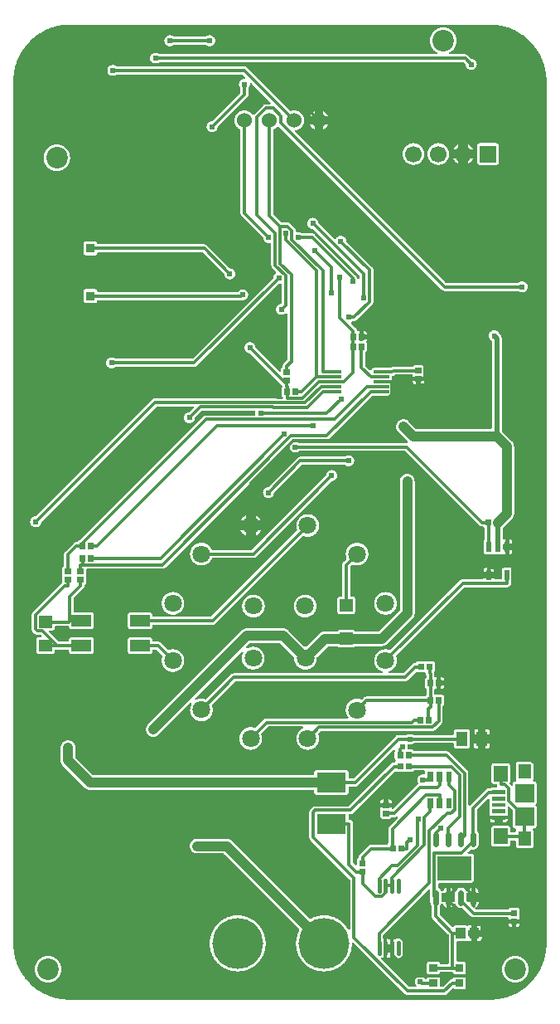
<source format=gbl>
G04 Layer: BottomLayer*
G04 EasyEDA v6.2.46, 2019-12-15T14:12:23+01:00*
G04 62ef9a7e5eba40e79a6bb794ca2fffcb,674c0623d3a246009f606e19fc16e94a,10*
G04 Gerber Generator version 0.2*
G04 Scale: 100 percent, Rotated: No, Reflected: No *
G04 Dimensions in millimeters *
G04 leading zeros omitted , absolute positions ,3 integer and 3 decimal *
%FSLAX33Y33*%
%MOMM*%
G90*
G71D02*

%ADD11C,0.499999*%
%ADD12C,0.299999*%
%ADD13C,0.999998*%
%ADD16C,0.610006*%
%ADD17C,0.599999*%
%ADD18C,0.609600*%
%ADD29C,1.799996*%
%ADD30C,1.524000*%
%ADD31R,0.906780X0.906780*%
%ADD32C,5.199990*%
%ADD33R,1.699997X1.699997*%
%ADD34C,1.699997*%
%ADD35C,2.199996*%
%ADD36C,0.399999*%
%ADD49R,2.999994X1.999996*%

%LPD*%
G36*
G01X49000Y99743D02*
G01X5999Y99743D01*
G01X5891Y99742D01*
G01X5782Y99739D01*
G01X5674Y99734D01*
G01X5565Y99727D01*
G01X5457Y99717D01*
G01X5349Y99706D01*
G01X5241Y99693D01*
G01X5133Y99677D01*
G01X5026Y99660D01*
G01X4919Y99640D01*
G01X4812Y99619D01*
G01X4706Y99595D01*
G01X4601Y99570D01*
G01X4495Y99543D01*
G01X4391Y99513D01*
G01X4287Y99482D01*
G01X4183Y99448D01*
G01X4081Y99413D01*
G01X3978Y99376D01*
G01X3877Y99336D01*
G01X3776Y99295D01*
G01X3677Y99252D01*
G01X3578Y99207D01*
G01X3480Y99161D01*
G01X3382Y99112D01*
G01X3286Y99062D01*
G01X3191Y99009D01*
G01X3096Y98955D01*
G01X3003Y98899D01*
G01X2911Y98842D01*
G01X2820Y98783D01*
G01X2730Y98722D01*
G01X2641Y98659D01*
G01X2554Y98594D01*
G01X2467Y98528D01*
G01X2382Y98461D01*
G01X2298Y98391D01*
G01X2216Y98321D01*
G01X2135Y98248D01*
G01X2055Y98174D01*
G01X1977Y98099D01*
G01X1900Y98022D01*
G01X1825Y97944D01*
G01X1751Y97864D01*
G01X1678Y97783D01*
G01X1608Y97701D01*
G01X1538Y97617D01*
G01X1471Y97532D01*
G01X1405Y97445D01*
G01X1340Y97358D01*
G01X1277Y97269D01*
G01X1216Y97179D01*
G01X1157Y97088D01*
G01X1100Y96996D01*
G01X1044Y96903D01*
G01X990Y96808D01*
G01X937Y96713D01*
G01X887Y96617D01*
G01X838Y96519D01*
G01X792Y96421D01*
G01X747Y96322D01*
G01X704Y96223D01*
G01X663Y96122D01*
G01X623Y96021D01*
G01X586Y95918D01*
G01X551Y95816D01*
G01X517Y95712D01*
G01X486Y95608D01*
G01X456Y95504D01*
G01X429Y95398D01*
G01X404Y95293D01*
G01X380Y95187D01*
G01X359Y95080D01*
G01X339Y94973D01*
G01X322Y94866D01*
G01X306Y94758D01*
G01X293Y94650D01*
G01X282Y94542D01*
G01X272Y94434D01*
G01X265Y94325D01*
G01X260Y94217D01*
G01X257Y94108D01*
G01X256Y94000D01*
G01X256Y5999D01*
G01X257Y5891D01*
G01X260Y5782D01*
G01X265Y5674D01*
G01X272Y5565D01*
G01X282Y5457D01*
G01X293Y5349D01*
G01X306Y5241D01*
G01X322Y5133D01*
G01X339Y5026D01*
G01X359Y4919D01*
G01X380Y4812D01*
G01X404Y4706D01*
G01X429Y4601D01*
G01X456Y4495D01*
G01X486Y4391D01*
G01X517Y4287D01*
G01X551Y4183D01*
G01X586Y4081D01*
G01X623Y3978D01*
G01X663Y3877D01*
G01X704Y3776D01*
G01X747Y3677D01*
G01X792Y3578D01*
G01X838Y3480D01*
G01X887Y3382D01*
G01X937Y3286D01*
G01X990Y3191D01*
G01X1044Y3096D01*
G01X1100Y3003D01*
G01X1157Y2911D01*
G01X1216Y2820D01*
G01X1277Y2730D01*
G01X1340Y2641D01*
G01X1405Y2554D01*
G01X1471Y2467D01*
G01X1538Y2382D01*
G01X1608Y2298D01*
G01X1678Y2216D01*
G01X1751Y2135D01*
G01X1825Y2055D01*
G01X1900Y1977D01*
G01X1977Y1900D01*
G01X2055Y1825D01*
G01X2135Y1751D01*
G01X2216Y1678D01*
G01X2298Y1608D01*
G01X2382Y1538D01*
G01X2467Y1471D01*
G01X2554Y1405D01*
G01X2641Y1340D01*
G01X2730Y1277D01*
G01X2820Y1216D01*
G01X2911Y1157D01*
G01X3003Y1100D01*
G01X3096Y1044D01*
G01X3191Y990D01*
G01X3286Y937D01*
G01X3382Y887D01*
G01X3480Y838D01*
G01X3578Y792D01*
G01X3677Y747D01*
G01X3776Y704D01*
G01X3877Y663D01*
G01X3978Y623D01*
G01X4081Y586D01*
G01X4183Y551D01*
G01X4287Y517D01*
G01X4391Y486D01*
G01X4495Y456D01*
G01X4601Y429D01*
G01X4706Y404D01*
G01X4812Y380D01*
G01X4919Y359D01*
G01X5026Y339D01*
G01X5133Y322D01*
G01X5241Y306D01*
G01X5349Y293D01*
G01X5457Y282D01*
G01X5565Y272D01*
G01X5674Y265D01*
G01X5782Y260D01*
G01X5891Y257D01*
G01X5999Y256D01*
G01X49000Y256D01*
G01X49108Y257D01*
G01X49217Y260D01*
G01X49325Y265D01*
G01X49434Y272D01*
G01X49542Y282D01*
G01X49650Y293D01*
G01X49758Y306D01*
G01X49866Y322D01*
G01X49973Y339D01*
G01X50080Y359D01*
G01X50187Y380D01*
G01X50293Y404D01*
G01X50398Y429D01*
G01X50504Y456D01*
G01X50608Y486D01*
G01X50712Y517D01*
G01X50816Y551D01*
G01X50918Y586D01*
G01X51021Y623D01*
G01X51122Y663D01*
G01X51223Y704D01*
G01X51322Y747D01*
G01X51421Y792D01*
G01X51519Y838D01*
G01X51617Y887D01*
G01X51713Y937D01*
G01X51808Y990D01*
G01X51903Y1044D01*
G01X51996Y1100D01*
G01X52088Y1157D01*
G01X52179Y1216D01*
G01X52269Y1277D01*
G01X52358Y1340D01*
G01X52445Y1405D01*
G01X52532Y1471D01*
G01X52617Y1538D01*
G01X52701Y1608D01*
G01X52783Y1678D01*
G01X52864Y1751D01*
G01X52944Y1825D01*
G01X53022Y1900D01*
G01X53099Y1977D01*
G01X53174Y2055D01*
G01X53248Y2135D01*
G01X53321Y2216D01*
G01X53391Y2298D01*
G01X53461Y2382D01*
G01X53528Y2467D01*
G01X53594Y2554D01*
G01X53659Y2641D01*
G01X53722Y2730D01*
G01X53783Y2820D01*
G01X53842Y2911D01*
G01X53899Y3003D01*
G01X53955Y3096D01*
G01X54009Y3191D01*
G01X54062Y3286D01*
G01X54112Y3382D01*
G01X54161Y3480D01*
G01X54207Y3578D01*
G01X54252Y3677D01*
G01X54295Y3776D01*
G01X54336Y3877D01*
G01X54376Y3978D01*
G01X54413Y4081D01*
G01X54448Y4183D01*
G01X54482Y4287D01*
G01X54513Y4391D01*
G01X54543Y4495D01*
G01X54570Y4601D01*
G01X54595Y4706D01*
G01X54619Y4812D01*
G01X54640Y4919D01*
G01X54660Y5026D01*
G01X54677Y5133D01*
G01X54693Y5241D01*
G01X54706Y5349D01*
G01X54717Y5457D01*
G01X54727Y5565D01*
G01X54734Y5674D01*
G01X54739Y5782D01*
G01X54742Y5891D01*
G01X54743Y5999D01*
G01X54743Y94000D01*
G01X54742Y94108D01*
G01X54739Y94217D01*
G01X54734Y94325D01*
G01X54727Y94434D01*
G01X54717Y94542D01*
G01X54706Y94650D01*
G01X54693Y94758D01*
G01X54677Y94866D01*
G01X54660Y94973D01*
G01X54640Y95080D01*
G01X54619Y95187D01*
G01X54595Y95293D01*
G01X54570Y95398D01*
G01X54543Y95504D01*
G01X54513Y95608D01*
G01X54482Y95712D01*
G01X54448Y95816D01*
G01X54413Y95918D01*
G01X54376Y96021D01*
G01X54336Y96122D01*
G01X54295Y96223D01*
G01X54252Y96322D01*
G01X54207Y96421D01*
G01X54161Y96519D01*
G01X54112Y96617D01*
G01X54062Y96713D01*
G01X54009Y96808D01*
G01X53955Y96903D01*
G01X53899Y96996D01*
G01X53842Y97088D01*
G01X53783Y97179D01*
G01X53722Y97269D01*
G01X53659Y97358D01*
G01X53594Y97445D01*
G01X53528Y97532D01*
G01X53461Y97617D01*
G01X53391Y97701D01*
G01X53321Y97783D01*
G01X53248Y97864D01*
G01X53174Y97944D01*
G01X53099Y98022D01*
G01X53022Y98099D01*
G01X52944Y98174D01*
G01X52864Y98248D01*
G01X52783Y98321D01*
G01X52701Y98391D01*
G01X52617Y98461D01*
G01X52532Y98528D01*
G01X52445Y98594D01*
G01X52358Y98659D01*
G01X52269Y98722D01*
G01X52179Y98783D01*
G01X52088Y98842D01*
G01X51996Y98899D01*
G01X51903Y98955D01*
G01X51808Y99009D01*
G01X51713Y99062D01*
G01X51617Y99112D01*
G01X51519Y99161D01*
G01X51421Y99207D01*
G01X51322Y99252D01*
G01X51223Y99295D01*
G01X51122Y99336D01*
G01X51021Y99376D01*
G01X50918Y99413D01*
G01X50816Y99448D01*
G01X50712Y99482D01*
G01X50608Y99513D01*
G01X50504Y99543D01*
G01X50398Y99570D01*
G01X50293Y99595D01*
G01X50187Y99619D01*
G01X50080Y99640D01*
G01X49973Y99660D01*
G01X49866Y99677D01*
G01X49758Y99693D01*
G01X49650Y99706D01*
G01X49542Y99717D01*
G01X49434Y99727D01*
G01X49325Y99734D01*
G01X49217Y99739D01*
G01X49108Y99742D01*
G01X49000Y99743D01*
G37*

%LPC*%
G36*
G01X10457Y95622D02*
G01X10421Y95623D01*
G01X10387Y95622D01*
G01X10353Y95619D01*
G01X10320Y95614D01*
G01X10287Y95607D01*
G01X10254Y95598D01*
G01X10222Y95587D01*
G01X10191Y95574D01*
G01X10160Y95559D01*
G01X10131Y95542D01*
G01X10102Y95524D01*
G01X10075Y95504D01*
G01X10049Y95482D01*
G01X10024Y95459D01*
G01X10001Y95434D01*
G01X9979Y95408D01*
G01X9959Y95381D01*
G01X9941Y95352D01*
G01X9924Y95323D01*
G01X9909Y95292D01*
G01X9896Y95261D01*
G01X9885Y95229D01*
G01X9876Y95196D01*
G01X9869Y95163D01*
G01X9864Y95129D01*
G01X9861Y95096D01*
G01X9860Y95062D01*
G01X9861Y95028D01*
G01X9864Y94994D01*
G01X9869Y94961D01*
G01X9876Y94927D01*
G01X9885Y94895D01*
G01X9896Y94863D01*
G01X9909Y94831D01*
G01X9924Y94801D01*
G01X9941Y94771D01*
G01X9959Y94743D01*
G01X9979Y94715D01*
G01X10001Y94689D01*
G01X10024Y94665D01*
G01X10049Y94641D01*
G01X10075Y94620D01*
G01X10102Y94600D01*
G01X10131Y94581D01*
G01X10160Y94565D01*
G01X10191Y94550D01*
G01X10222Y94537D01*
G01X10254Y94526D01*
G01X10287Y94517D01*
G01X10320Y94509D01*
G01X10353Y94504D01*
G01X10387Y94501D01*
G01X10421Y94500D01*
G01X10457Y94501D01*
G01X10492Y94505D01*
G01X10527Y94510D01*
G01X10562Y94518D01*
G01X10596Y94528D01*
G01X10630Y94540D01*
G01X10662Y94555D01*
G01X10694Y94571D01*
G01X10725Y94589D01*
G01X10754Y94609D01*
G01X10796Y94642D01*
G01X10812Y94649D01*
G01X10830Y94654D01*
G01X10847Y94655D01*
G01X23650Y94655D01*
G01X23666Y94654D01*
G01X23681Y94650D01*
G01X23696Y94644D01*
G01X23710Y94636D01*
G01X23722Y94625D01*
G01X23963Y94384D01*
G01X23973Y94372D01*
G01X23982Y94358D01*
G01X23988Y94344D01*
G01X23991Y94328D01*
G01X23993Y94312D01*
G01X23992Y94298D01*
G01X23989Y94284D01*
G01X23984Y94270D01*
G01X23977Y94257D01*
G01X23968Y94246D01*
G01X23958Y94235D01*
G01X23946Y94227D01*
G01X23933Y94220D01*
G01X23920Y94215D01*
G01X23906Y94212D01*
G01X23891Y94211D01*
G01X23876Y94211D01*
G01X23842Y94210D01*
G01X23808Y94207D01*
G01X23774Y94202D01*
G01X23741Y94195D01*
G01X23708Y94185D01*
G01X23676Y94174D01*
G01X23645Y94161D01*
G01X23615Y94147D01*
G01X23585Y94130D01*
G01X23557Y94111D01*
G01X23529Y94091D01*
G01X23503Y94070D01*
G01X23455Y94022D01*
G01X23434Y93996D01*
G01X23414Y93968D01*
G01X23395Y93940D01*
G01X23378Y93910D01*
G01X23364Y93880D01*
G01X23351Y93849D01*
G01X23340Y93817D01*
G01X23330Y93784D01*
G01X23323Y93751D01*
G01X23318Y93717D01*
G01X23315Y93683D01*
G01X23314Y93650D01*
G01X23315Y93614D01*
G01X23319Y93579D01*
G01X23324Y93543D01*
G01X23332Y93509D01*
G01X23342Y93475D01*
G01X23354Y93441D01*
G01X23369Y93408D01*
G01X23385Y93377D01*
G01X23403Y93346D01*
G01X23423Y93317D01*
G01X23445Y93289D01*
G01X23455Y93274D01*
G01X23463Y93258D01*
G01X23467Y93241D01*
G01X23469Y93224D01*
G01X23469Y92844D01*
G01X23468Y92828D01*
G01X23464Y92813D01*
G01X23458Y92798D01*
G01X23450Y92784D01*
G01X23439Y92772D01*
G01X20587Y89920D01*
G01X20574Y89909D01*
G01X20558Y89900D01*
G01X20542Y89894D01*
G01X20524Y89891D01*
G01X20490Y89887D01*
G01X20456Y89880D01*
G01X20422Y89872D01*
G01X20389Y89862D01*
G01X20357Y89849D01*
G01X20325Y89835D01*
G01X20294Y89819D01*
G01X20265Y89800D01*
G01X20236Y89780D01*
G01X20209Y89759D01*
G01X20184Y89735D01*
G01X20160Y89711D01*
G01X20137Y89684D01*
G01X20116Y89657D01*
G01X20097Y89628D01*
G01X20079Y89598D01*
G01X20064Y89567D01*
G01X20050Y89535D01*
G01X20039Y89502D01*
G01X20029Y89469D01*
G01X20022Y89435D01*
G01X20016Y89401D01*
G01X20013Y89366D01*
G01X20012Y89332D01*
G01X20013Y89298D01*
G01X20016Y89264D01*
G01X20021Y89230D01*
G01X20028Y89197D01*
G01X20038Y89165D01*
G01X20049Y89132D01*
G01X20062Y89101D01*
G01X20076Y89071D01*
G01X20093Y89041D01*
G01X20112Y89013D01*
G01X20132Y88985D01*
G01X20153Y88959D01*
G01X20201Y88911D01*
G01X20227Y88890D01*
G01X20255Y88870D01*
G01X20283Y88851D01*
G01X20313Y88834D01*
G01X20343Y88820D01*
G01X20374Y88807D01*
G01X20406Y88796D01*
G01X20439Y88786D01*
G01X20472Y88779D01*
G01X20506Y88774D01*
G01X20540Y88771D01*
G01X20574Y88770D01*
G01X20608Y88771D01*
G01X20643Y88774D01*
G01X20677Y88780D01*
G01X20711Y88787D01*
G01X20744Y88797D01*
G01X20777Y88808D01*
G01X20809Y88822D01*
G01X20840Y88837D01*
G01X20870Y88855D01*
G01X20899Y88874D01*
G01X20926Y88895D01*
G01X20953Y88918D01*
G01X20977Y88942D01*
G01X21001Y88967D01*
G01X21022Y88994D01*
G01X21042Y89023D01*
G01X21061Y89052D01*
G01X21077Y89083D01*
G01X21091Y89115D01*
G01X21104Y89147D01*
G01X21114Y89180D01*
G01X21122Y89214D01*
G01X21129Y89248D01*
G01X21133Y89282D01*
G01X21136Y89300D01*
G01X21142Y89316D01*
G01X21151Y89332D01*
G01X21162Y89345D01*
G01X24163Y92346D01*
G01X24183Y92367D01*
G01X24201Y92390D01*
G01X24218Y92414D01*
G01X24232Y92439D01*
G01X24245Y92465D01*
G01X24256Y92491D01*
G01X24266Y92519D01*
G01X24273Y92547D01*
G01X24278Y92576D01*
G01X24281Y92605D01*
G01X24282Y92634D01*
G01X24282Y93224D01*
G01X24284Y93241D01*
G01X24288Y93258D01*
G01X24296Y93274D01*
G01X24306Y93289D01*
G01X24328Y93317D01*
G01X24348Y93346D01*
G01X24366Y93377D01*
G01X24382Y93408D01*
G01X24397Y93441D01*
G01X24409Y93475D01*
G01X24419Y93509D01*
G01X24427Y93543D01*
G01X24432Y93579D01*
G01X24436Y93614D01*
G01X24437Y93650D01*
G01X24437Y93665D01*
G01X24438Y93680D01*
G01X24441Y93694D01*
G01X24446Y93707D01*
G01X24453Y93720D01*
G01X24461Y93732D01*
G01X24472Y93742D01*
G01X24483Y93751D01*
G01X24496Y93758D01*
G01X24510Y93763D01*
G01X24524Y93766D01*
G01X24538Y93767D01*
G01X24554Y93765D01*
G01X24570Y93762D01*
G01X24584Y93756D01*
G01X24598Y93747D01*
G01X24610Y93737D01*
G01X26559Y91789D01*
G01X26569Y91776D01*
G01X26577Y91763D01*
G01X26583Y91748D01*
G01X26587Y91733D01*
G01X26588Y91717D01*
G01X26587Y91702D01*
G01X26584Y91688D01*
G01X26579Y91674D01*
G01X26572Y91662D01*
G01X26563Y91650D01*
G01X26553Y91640D01*
G01X26542Y91631D01*
G01X26529Y91624D01*
G01X26515Y91619D01*
G01X26501Y91616D01*
G01X26487Y91615D01*
G01X26073Y91615D01*
G01X26044Y91614D01*
G01X26015Y91611D01*
G01X25986Y91606D01*
G01X25958Y91599D01*
G01X25931Y91589D01*
G01X25904Y91578D01*
G01X25878Y91565D01*
G01X25853Y91551D01*
G01X25829Y91534D01*
G01X25806Y91516D01*
G01X25785Y91496D01*
G01X24858Y90569D01*
G01X24851Y90561D01*
G01X24838Y90550D01*
G01X24825Y90542D01*
G01X24809Y90535D01*
G01X24793Y90531D01*
G01X24777Y90530D01*
G01X24761Y90531D01*
G01X24746Y90535D01*
G01X24731Y90541D01*
G01X24718Y90549D01*
G01X24706Y90559D01*
G01X24695Y90571D01*
G01X24666Y90609D01*
G01X24635Y90645D01*
G01X24603Y90680D01*
G01X24568Y90713D01*
G01X24533Y90745D01*
G01X24496Y90774D01*
G01X24457Y90803D01*
G01X24418Y90829D01*
G01X24377Y90853D01*
G01X24335Y90876D01*
G01X24292Y90896D01*
G01X24248Y90915D01*
G01X24203Y90931D01*
G01X24158Y90945D01*
G01X24112Y90957D01*
G01X24065Y90967D01*
G01X24018Y90975D01*
G01X23971Y90981D01*
G01X23923Y90984D01*
G01X23876Y90985D01*
G01X23830Y90984D01*
G01X23784Y90981D01*
G01X23739Y90976D01*
G01X23694Y90969D01*
G01X23649Y90960D01*
G01X23605Y90948D01*
G01X23561Y90935D01*
G01X23518Y90920D01*
G01X23475Y90903D01*
G01X23434Y90884D01*
G01X23393Y90863D01*
G01X23353Y90841D01*
G01X23314Y90817D01*
G01X23277Y90791D01*
G01X23240Y90763D01*
G01X23205Y90734D01*
G01X23172Y90703D01*
G01X23139Y90670D01*
G01X23108Y90637D01*
G01X23079Y90602D01*
G01X23051Y90565D01*
G01X23025Y90528D01*
G01X23001Y90489D01*
G01X22979Y90449D01*
G01X22958Y90408D01*
G01X22939Y90367D01*
G01X22922Y90324D01*
G01X22907Y90281D01*
G01X22894Y90237D01*
G01X22882Y90193D01*
G01X22873Y90148D01*
G01X22866Y90103D01*
G01X22861Y90058D01*
G01X22858Y90012D01*
G01X22857Y89967D01*
G01X22858Y89920D01*
G01X22861Y89873D01*
G01X22867Y89827D01*
G01X22874Y89781D01*
G01X22884Y89735D01*
G01X22895Y89690D01*
G01X22909Y89645D01*
G01X22925Y89601D01*
G01X22942Y89558D01*
G01X22962Y89516D01*
G01X22984Y89474D01*
G01X23007Y89434D01*
G01X23032Y89395D01*
G01X23060Y89357D01*
G01X23088Y89320D01*
G01X23119Y89285D01*
G01X23151Y89251D01*
G01X23184Y89218D01*
G01X23219Y89187D01*
G01X23256Y89158D01*
G01X23293Y89131D01*
G01X23332Y89105D01*
G01X23372Y89081D01*
G01X23413Y89059D01*
G01X23427Y89050D01*
G01X23439Y89040D01*
G01X23450Y89028D01*
G01X23458Y89014D01*
G01X23464Y89000D01*
G01X23468Y88984D01*
G01X23469Y88968D01*
G01X23469Y80510D01*
G01X23470Y80481D01*
G01X23473Y80452D01*
G01X23478Y80424D01*
G01X23485Y80396D01*
G01X23495Y80368D01*
G01X23506Y80341D01*
G01X23519Y80315D01*
G01X23533Y80290D01*
G01X23550Y80266D01*
G01X23568Y80244D01*
G01X23588Y80223D01*
G01X25773Y78037D01*
G01X25785Y78024D01*
G01X25794Y78008D01*
G01X25800Y77992D01*
G01X25803Y77974D01*
G01X25807Y77940D01*
G01X25813Y77906D01*
G01X25821Y77872D01*
G01X25832Y77839D01*
G01X25844Y77807D01*
G01X25859Y77775D01*
G01X25875Y77744D01*
G01X25893Y77715D01*
G01X25913Y77686D01*
G01X25935Y77659D01*
G01X25958Y77634D01*
G01X25983Y77609D01*
G01X26009Y77587D01*
G01X26037Y77566D01*
G01X26066Y77547D01*
G01X26096Y77529D01*
G01X26127Y77514D01*
G01X26159Y77500D01*
G01X26191Y77488D01*
G01X26225Y77479D01*
G01X26259Y77472D01*
G01X26293Y77466D01*
G01X26327Y77463D01*
G01X26362Y77462D01*
G01X26407Y77464D01*
G01X26451Y77469D01*
G01X26495Y77478D01*
G01X26520Y77481D01*
G01X26534Y77480D01*
G01X26548Y77477D01*
G01X26562Y77472D01*
G01X26574Y77465D01*
G01X26586Y77456D01*
G01X26596Y77446D01*
G01X26605Y77434D01*
G01X26612Y77421D01*
G01X26617Y77408D01*
G01X26620Y77394D01*
G01X26621Y77379D01*
G01X26621Y75158D01*
G01X26622Y75129D01*
G01X26625Y75100D01*
G01X26630Y75072D01*
G01X26638Y75044D01*
G01X26647Y75016D01*
G01X26658Y74989D01*
G01X26671Y74963D01*
G01X26686Y74939D01*
G01X26702Y74915D01*
G01X26720Y74892D01*
G01X26740Y74871D01*
G01X27098Y74513D01*
G01X27108Y74501D01*
G01X27117Y74487D01*
G01X27123Y74473D01*
G01X27126Y74457D01*
G01X27128Y74441D01*
G01X27127Y74427D01*
G01X27124Y74413D01*
G01X27119Y74399D01*
G01X27112Y74387D01*
G01X27103Y74375D01*
G01X27093Y74365D01*
G01X27082Y74356D01*
G01X27054Y74337D01*
G01X27027Y74316D01*
G01X27002Y74293D01*
G01X26978Y74269D01*
G01X26956Y74244D01*
G01X26935Y74217D01*
G01X26916Y74189D01*
G01X26898Y74160D01*
G01X26883Y74130D01*
G01X26869Y74099D01*
G01X26857Y74067D01*
G01X26847Y74035D01*
G01X26839Y74002D01*
G01X26833Y73969D01*
G01X26829Y73935D01*
G01X26826Y73917D01*
G01X26820Y73901D01*
G01X26811Y73885D01*
G01X26800Y73872D01*
G01X18591Y65663D01*
G01X18579Y65653D01*
G01X18565Y65645D01*
G01X18550Y65638D01*
G01X18535Y65635D01*
G01X18519Y65633D01*
G01X10725Y65633D01*
G01X10708Y65635D01*
G01X10691Y65640D01*
G01X10675Y65647D01*
G01X10660Y65657D01*
G01X10632Y65679D01*
G01X10603Y65699D01*
G01X10572Y65718D01*
G01X10540Y65734D01*
G01X10508Y65748D01*
G01X10474Y65760D01*
G01X10440Y65770D01*
G01X10405Y65778D01*
G01X10370Y65784D01*
G01X10335Y65787D01*
G01X10299Y65788D01*
G01X10265Y65787D01*
G01X10232Y65784D01*
G01X10198Y65779D01*
G01X10165Y65772D01*
G01X10132Y65763D01*
G01X10100Y65752D01*
G01X10069Y65739D01*
G01X10038Y65724D01*
G01X10009Y65707D01*
G01X9980Y65689D01*
G01X9953Y65669D01*
G01X9927Y65647D01*
G01X9902Y65624D01*
G01X9879Y65599D01*
G01X9857Y65573D01*
G01X9837Y65546D01*
G01X9819Y65517D01*
G01X9802Y65488D01*
G01X9787Y65457D01*
G01X9774Y65426D01*
G01X9763Y65394D01*
G01X9754Y65361D01*
G01X9747Y65328D01*
G01X9742Y65295D01*
G01X9739Y65261D01*
G01X9738Y65227D01*
G01X9739Y65193D01*
G01X9742Y65159D01*
G01X9747Y65126D01*
G01X9754Y65093D01*
G01X9763Y65060D01*
G01X9774Y65028D01*
G01X9787Y64996D01*
G01X9802Y64966D01*
G01X9819Y64936D01*
G01X9837Y64908D01*
G01X9857Y64881D01*
G01X9879Y64855D01*
G01X9902Y64830D01*
G01X9927Y64807D01*
G01X9953Y64785D01*
G01X9980Y64765D01*
G01X10009Y64746D01*
G01X10038Y64730D01*
G01X10069Y64715D01*
G01X10100Y64702D01*
G01X10132Y64691D01*
G01X10165Y64682D01*
G01X10198Y64675D01*
G01X10232Y64669D01*
G01X10265Y64666D01*
G01X10299Y64665D01*
G01X10335Y64666D01*
G01X10370Y64670D01*
G01X10405Y64675D01*
G01X10440Y64683D01*
G01X10474Y64693D01*
G01X10508Y64706D01*
G01X10540Y64720D01*
G01X10572Y64736D01*
G01X10603Y64754D01*
G01X10632Y64775D01*
G01X10660Y64797D01*
G01X10675Y64807D01*
G01X10691Y64814D01*
G01X10708Y64819D01*
G01X10725Y64820D01*
G01X18729Y64820D01*
G01X18758Y64821D01*
G01X18787Y64825D01*
G01X18816Y64830D01*
G01X18844Y64837D01*
G01X18872Y64846D01*
G01X18898Y64857D01*
G01X18924Y64870D01*
G01X18949Y64885D01*
G01X18973Y64901D01*
G01X18996Y64920D01*
G01X19017Y64939D01*
G01X27374Y73297D01*
G01X27388Y73308D01*
G01X27403Y73317D01*
G01X27420Y73323D01*
G01X27437Y73326D01*
G01X27483Y73332D01*
G01X27528Y73342D01*
G01X27553Y73345D01*
G01X27568Y73344D01*
G01X27582Y73341D01*
G01X27595Y73336D01*
G01X27608Y73329D01*
G01X27620Y73320D01*
G01X27630Y73310D01*
G01X27639Y73298D01*
G01X27646Y73286D01*
G01X27651Y73272D01*
G01X27654Y73258D01*
G01X27655Y73243D01*
G01X27655Y71334D01*
G01X27654Y71319D01*
G01X27650Y71303D01*
G01X27644Y71288D01*
G01X27636Y71275D01*
G01X27625Y71263D01*
G01X27613Y71252D01*
G01X27600Y71244D01*
G01X27585Y71238D01*
G01X27570Y71234D01*
G01X27536Y71227D01*
G01X27503Y71219D01*
G01X27471Y71208D01*
G01X27439Y71195D01*
G01X27408Y71181D01*
G01X27378Y71164D01*
G01X27349Y71146D01*
G01X27321Y71126D01*
G01X27294Y71104D01*
G01X27269Y71081D01*
G01X27245Y71056D01*
G01X27223Y71030D01*
G01X27203Y71002D01*
G01X27184Y70974D01*
G01X27167Y70944D01*
G01X27152Y70913D01*
G01X27138Y70882D01*
G01X27127Y70849D01*
G01X27118Y70816D01*
G01X27111Y70783D01*
G01X27105Y70749D01*
G01X27102Y70715D01*
G01X27101Y70680D01*
G01X27102Y70646D01*
G01X27105Y70613D01*
G01X27110Y70579D01*
G01X27117Y70546D01*
G01X27127Y70513D01*
G01X27138Y70481D01*
G01X27151Y70450D01*
G01X27165Y70419D01*
G01X27182Y70390D01*
G01X27200Y70361D01*
G01X27221Y70334D01*
G01X27242Y70308D01*
G01X27266Y70283D01*
G01X27290Y70260D01*
G01X27316Y70238D01*
G01X27344Y70218D01*
G01X27372Y70200D01*
G01X27402Y70183D01*
G01X27432Y70168D01*
G01X27464Y70155D01*
G01X27496Y70144D01*
G01X27528Y70135D01*
G01X27561Y70128D01*
G01X27595Y70123D01*
G01X27629Y70120D01*
G01X27663Y70119D01*
G01X27698Y70120D01*
G01X27733Y70123D01*
G01X27768Y70129D01*
G01X27803Y70137D01*
G01X27837Y70146D01*
G01X27870Y70159D01*
G01X27903Y70173D01*
G01X27934Y70189D01*
G01X27965Y70207D01*
G01X27994Y70227D01*
G01X28022Y70249D01*
G01X28048Y70272D01*
G01X28073Y70297D01*
G01X28086Y70309D01*
G01X28100Y70318D01*
G01X28115Y70324D01*
G01X28131Y70328D01*
G01X28148Y70330D01*
G01X28162Y70329D01*
G01X28176Y70326D01*
G01X28190Y70320D01*
G01X28203Y70313D01*
G01X28214Y70305D01*
G01X28224Y70295D01*
G01X28233Y70283D01*
G01X28240Y70270D01*
G01X28245Y70257D01*
G01X28248Y70242D01*
G01X28249Y70228D01*
G01X28249Y65557D01*
G01X28248Y65541D01*
G01X28244Y65525D01*
G01X28238Y65511D01*
G01X28230Y65497D01*
G01X28219Y65485D01*
G01X27906Y65171D01*
G01X27886Y65150D01*
G01X27868Y65128D01*
G01X27851Y65104D01*
G01X27837Y65079D01*
G01X27824Y65053D01*
G01X27813Y65026D01*
G01X27803Y64999D01*
G01X27796Y64970D01*
G01X27791Y64942D01*
G01X27788Y64913D01*
G01X27787Y64884D01*
G01X27787Y64880D01*
G01X27786Y64865D01*
G01X27783Y64850D01*
G01X27777Y64836D01*
G01X27770Y64823D01*
G01X27761Y64811D01*
G01X27750Y64801D01*
G01X27737Y64792D01*
G01X27717Y64779D01*
G01X27698Y64764D01*
G01X27681Y64747D01*
G01X27666Y64729D01*
G01X27652Y64709D01*
G01X27640Y64688D01*
G01X27630Y64666D01*
G01X27622Y64643D01*
G01X27617Y64620D01*
G01X27613Y64596D01*
G01X27612Y64572D01*
G01X27612Y64429D01*
G01X27611Y64414D01*
G01X27608Y64400D01*
G01X27603Y64387D01*
G01X27596Y64374D01*
G01X27587Y64362D01*
G01X27577Y64352D01*
G01X27565Y64343D01*
G01X27553Y64336D01*
G01X27539Y64331D01*
G01X27525Y64328D01*
G01X27510Y64327D01*
G01X27495Y64329D01*
G01X27479Y64332D01*
G01X27464Y64338D01*
G01X27451Y64347D01*
G01X27439Y64357D01*
G01X25033Y66762D01*
G01X25022Y66776D01*
G01X25013Y66791D01*
G01X25007Y66808D01*
G01X25004Y66825D01*
G01X25000Y66860D01*
G01X24994Y66894D01*
G01X24985Y66928D01*
G01X24975Y66961D01*
G01X24962Y66993D01*
G01X24948Y67025D01*
G01X24932Y67055D01*
G01X24914Y67085D01*
G01X24894Y67113D01*
G01X24872Y67140D01*
G01X24849Y67166D01*
G01X24824Y67190D01*
G01X24797Y67213D01*
G01X24770Y67234D01*
G01X24741Y67253D01*
G01X24711Y67271D01*
G01X24680Y67286D01*
G01X24648Y67300D01*
G01X24615Y67311D01*
G01X24582Y67321D01*
G01X24548Y67328D01*
G01X24514Y67334D01*
G01X24479Y67337D01*
G01X24444Y67338D01*
G01X24411Y67337D01*
G01X24377Y67334D01*
G01X24343Y67329D01*
G01X24310Y67322D01*
G01X24277Y67312D01*
G01X24245Y67301D01*
G01X24214Y67288D01*
G01X24183Y67274D01*
G01X24154Y67257D01*
G01X24125Y67238D01*
G01X24098Y67218D01*
G01X24072Y67197D01*
G01X24047Y67173D01*
G01X24024Y67149D01*
G01X24002Y67123D01*
G01X23982Y67095D01*
G01X23964Y67067D01*
G01X23947Y67037D01*
G01X23932Y67007D01*
G01X23919Y66975D01*
G01X23908Y66943D01*
G01X23899Y66911D01*
G01X23892Y66878D01*
G01X23887Y66844D01*
G01X23884Y66810D01*
G01X23883Y66776D01*
G01X23884Y66742D01*
G01X23887Y66707D01*
G01X23893Y66673D01*
G01X23900Y66639D01*
G01X23910Y66606D01*
G01X23921Y66573D01*
G01X23935Y66541D01*
G01X23950Y66510D01*
G01X23968Y66480D01*
G01X23987Y66451D01*
G01X24008Y66423D01*
G01X24030Y66397D01*
G01X24055Y66372D01*
G01X24080Y66349D01*
G01X24107Y66327D01*
G01X24136Y66307D01*
G01X24165Y66289D01*
G01X24196Y66273D01*
G01X24228Y66258D01*
G01X24260Y66246D01*
G01X24293Y66236D01*
G01X24327Y66227D01*
G01X24361Y66221D01*
G01X24395Y66217D01*
G01X24413Y66214D01*
G01X24429Y66208D01*
G01X24445Y66199D01*
G01X24458Y66188D01*
G01X27631Y63014D01*
G01X27647Y62994D01*
G01X27662Y62972D01*
G01X27679Y62951D01*
G01X27697Y62933D01*
G01X27718Y62916D01*
G01X27730Y62906D01*
G01X27740Y62893D01*
G01X27749Y62880D01*
G01X27755Y62865D01*
G01X27759Y62850D01*
G01X27760Y62834D01*
G01X27758Y62816D01*
G01X27754Y62799D01*
G01X27746Y62783D01*
G01X27737Y62769D01*
G01X27721Y62749D01*
G01X27708Y62727D01*
G01X27697Y62704D01*
G01X27689Y62680D01*
G01X27683Y62656D01*
G01X27679Y62631D01*
G01X27678Y62605D01*
G01X27678Y61956D01*
G01X27679Y61931D01*
G01X27682Y61907D01*
G01X27688Y61883D01*
G01X27696Y61860D01*
G01X27706Y61838D01*
G01X27718Y61817D01*
G01X27732Y61797D01*
G01X27748Y61779D01*
G01X27766Y61762D01*
G01X27785Y61747D01*
G01X27797Y61737D01*
G01X27808Y61724D01*
G01X27816Y61711D01*
G01X27823Y61696D01*
G01X27826Y61680D01*
G01X27828Y61664D01*
G01X27828Y61658D01*
G01X27827Y61644D01*
G01X27823Y61630D01*
G01X27818Y61616D01*
G01X27811Y61603D01*
G01X27803Y61592D01*
G01X27793Y61582D01*
G01X27781Y61573D01*
G01X27768Y61566D01*
G01X27755Y61561D01*
G01X27740Y61558D01*
G01X27726Y61557D01*
G01X27216Y61557D01*
G01X27200Y61558D01*
G01X27184Y61562D01*
G01X27169Y61568D01*
G01X27139Y61583D01*
G01X27108Y61594D01*
G01X27077Y61603D01*
G01X27045Y61610D01*
G01X27012Y61614D01*
G01X26979Y61615D01*
G01X14737Y61615D01*
G01X14708Y61614D01*
G01X14679Y61611D01*
G01X14650Y61606D01*
G01X14622Y61599D01*
G01X14595Y61590D01*
G01X14568Y61578D01*
G01X14542Y61565D01*
G01X14517Y61551D01*
G01X14493Y61534D01*
G01X14470Y61516D01*
G01X14449Y61496D01*
G01X2551Y49598D01*
G01X2537Y49586D01*
G01X2522Y49578D01*
G01X2505Y49571D01*
G01X2488Y49568D01*
G01X2453Y49564D01*
G01X2419Y49558D01*
G01X2386Y49550D01*
G01X2352Y49539D01*
G01X2320Y49527D01*
G01X2288Y49513D01*
G01X2258Y49496D01*
G01X2228Y49478D01*
G01X2200Y49458D01*
G01X2173Y49436D01*
G01X2147Y49413D01*
G01X2123Y49388D01*
G01X2100Y49362D01*
G01X2079Y49334D01*
G01X2060Y49305D01*
G01X2043Y49275D01*
G01X2027Y49244D01*
G01X2014Y49212D01*
G01X2002Y49180D01*
G01X1992Y49146D01*
G01X1985Y49113D01*
G01X1980Y49078D01*
G01X1976Y49044D01*
G01X1975Y49009D01*
G01X1976Y48975D01*
G01X1980Y48941D01*
G01X1985Y48908D01*
G01X1992Y48875D01*
G01X2001Y48842D01*
G01X2012Y48810D01*
G01X2025Y48779D01*
G01X2040Y48748D01*
G01X2056Y48718D01*
G01X2075Y48690D01*
G01X2095Y48663D01*
G01X2117Y48637D01*
G01X2140Y48612D01*
G01X2165Y48589D01*
G01X2191Y48567D01*
G01X2218Y48547D01*
G01X2246Y48528D01*
G01X2276Y48512D01*
G01X2306Y48497D01*
G01X2338Y48484D01*
G01X2370Y48473D01*
G01X2403Y48464D01*
G01X2436Y48457D01*
G01X2469Y48452D01*
G01X2503Y48448D01*
G01X2537Y48447D01*
G01X2572Y48449D01*
G01X2606Y48452D01*
G01X2640Y48457D01*
G01X2674Y48465D01*
G01X2708Y48474D01*
G01X2740Y48486D01*
G01X2772Y48499D01*
G01X2803Y48515D01*
G01X2833Y48532D01*
G01X2862Y48551D01*
G01X2890Y48572D01*
G01X2916Y48595D01*
G01X2941Y48619D01*
G01X2964Y48645D01*
G01X2986Y48672D01*
G01X3006Y48700D01*
G01X3024Y48730D01*
G01X3041Y48761D01*
G01X3055Y48792D01*
G01X3067Y48824D01*
G01X3078Y48858D01*
G01X3086Y48891D01*
G01X3092Y48925D01*
G01X3096Y48960D01*
G01X3099Y48977D01*
G01X3105Y48994D01*
G01X3114Y49009D01*
G01X3126Y49023D01*
G01X14875Y60772D01*
G01X14887Y60783D01*
G01X14901Y60791D01*
G01X14916Y60797D01*
G01X14931Y60801D01*
G01X14947Y60802D01*
G01X18594Y60802D01*
G01X18608Y60801D01*
G01X18623Y60798D01*
G01X18636Y60793D01*
G01X18649Y60786D01*
G01X18661Y60777D01*
G01X18671Y60767D01*
G01X18679Y60755D01*
G01X18686Y60743D01*
G01X18691Y60729D01*
G01X18695Y60715D01*
G01X18696Y60700D01*
G01X18694Y60685D01*
G01X18691Y60669D01*
G01X18684Y60654D01*
G01X18676Y60641D01*
G01X18666Y60629D01*
G01X18259Y60223D01*
G01X18245Y60211D01*
G01X18230Y60202D01*
G01X18213Y60196D01*
G01X18196Y60193D01*
G01X18161Y60189D01*
G01X18127Y60183D01*
G01X18093Y60175D01*
G01X18060Y60164D01*
G01X18028Y60152D01*
G01X17996Y60138D01*
G01X17966Y60121D01*
G01X17936Y60103D01*
G01X17908Y60083D01*
G01X17880Y60062D01*
G01X17855Y60038D01*
G01X17830Y60013D01*
G01X17808Y59987D01*
G01X17787Y59959D01*
G01X17768Y59931D01*
G01X17750Y59900D01*
G01X17735Y59869D01*
G01X17721Y59837D01*
G01X17709Y59805D01*
G01X17700Y59771D01*
G01X17692Y59737D01*
G01X17687Y59703D01*
G01X17684Y59669D01*
G01X17683Y59634D01*
G01X17684Y59600D01*
G01X17687Y59566D01*
G01X17692Y59533D01*
G01X17699Y59499D01*
G01X17708Y59467D01*
G01X17719Y59435D01*
G01X17732Y59403D01*
G01X17747Y59373D01*
G01X17764Y59343D01*
G01X17782Y59315D01*
G01X17802Y59288D01*
G01X17824Y59261D01*
G01X17847Y59237D01*
G01X17872Y59214D01*
G01X17898Y59192D01*
G01X17925Y59172D01*
G01X17954Y59153D01*
G01X17983Y59137D01*
G01X18014Y59122D01*
G01X18045Y59109D01*
G01X18077Y59098D01*
G01X18110Y59089D01*
G01X18143Y59081D01*
G01X18177Y59076D01*
G01X18210Y59073D01*
G01X18244Y59072D01*
G01X18279Y59073D01*
G01X18313Y59077D01*
G01X18348Y59082D01*
G01X18382Y59089D01*
G01X18415Y59099D01*
G01X18448Y59110D01*
G01X18480Y59124D01*
G01X18511Y59139D01*
G01X18541Y59157D01*
G01X18569Y59176D01*
G01X18597Y59197D01*
G01X18623Y59220D01*
G01X18648Y59244D01*
G01X18672Y59269D01*
G01X18693Y59296D01*
G01X18713Y59325D01*
G01X18731Y59354D01*
G01X18748Y59385D01*
G01X18762Y59416D01*
G01X18775Y59449D01*
G01X18785Y59482D01*
G01X18793Y59516D01*
G01X18800Y59550D01*
G01X18804Y59584D01*
G01X18807Y59601D01*
G01X18813Y59618D01*
G01X18822Y59633D01*
G01X18833Y59647D01*
G01X19495Y60308D01*
G01X19507Y60318D01*
G01X19521Y60326D01*
G01X19536Y60332D01*
G01X19551Y60336D01*
G01X19567Y60337D01*
G01X24888Y60337D01*
G01X24902Y60336D01*
G01X24916Y60333D01*
G01X24930Y60328D01*
G01X24943Y60321D01*
G01X24954Y60312D01*
G01X24965Y60302D01*
G01X24973Y60291D01*
G01X24980Y60278D01*
G01X24985Y60264D01*
G01X24988Y60250D01*
G01X24989Y60236D01*
G01X24988Y60217D01*
G01X24982Y60182D01*
G01X24979Y60147D01*
G01X24978Y60111D01*
G01X24979Y60069D01*
G01X24984Y60026D01*
G01X24992Y59985D01*
G01X24995Y59962D01*
G01X24994Y59947D01*
G01X24991Y59933D01*
G01X24986Y59919D01*
G01X24979Y59907D01*
G01X24970Y59895D01*
G01X24960Y59885D01*
G01X24948Y59876D01*
G01X24935Y59869D01*
G01X24922Y59864D01*
G01X24908Y59861D01*
G01X24893Y59860D01*
G01X19939Y59860D01*
G01X19909Y59859D01*
G01X19881Y59856D01*
G01X19852Y59851D01*
G01X19824Y59844D01*
G01X19796Y59834D01*
G01X19770Y59823D01*
G01X19744Y59810D01*
G01X19719Y59795D01*
G01X19695Y59779D01*
G01X19672Y59761D01*
G01X19651Y59741D01*
G01X7051Y47141D01*
G01X7038Y47130D01*
G01X7024Y47122D01*
G01X7008Y47115D01*
G01X6992Y47112D01*
G01X6968Y47108D01*
G01X6946Y47102D01*
G01X6924Y47094D01*
G01X6903Y47084D01*
G01X6882Y47072D01*
G01X6863Y47059D01*
G01X6846Y47043D01*
G01X6829Y47026D01*
G01X6815Y47008D01*
G01X6802Y46989D01*
G01X6793Y46976D01*
G01X6783Y46965D01*
G01X6771Y46956D01*
G01X6758Y46949D01*
G01X6744Y46943D01*
G01X6730Y46940D01*
G01X6715Y46939D01*
G01X6710Y46939D01*
G01X6681Y46938D01*
G01X6652Y46935D01*
G01X6624Y46930D01*
G01X6596Y46923D01*
G01X6568Y46913D01*
G01X6541Y46902D01*
G01X6515Y46889D01*
G01X6490Y46875D01*
G01X6467Y46858D01*
G01X6444Y46840D01*
G01X6423Y46820D01*
G01X5554Y45951D01*
G01X5534Y45930D01*
G01X5516Y45907D01*
G01X5499Y45884D01*
G01X5485Y45859D01*
G01X5472Y45833D01*
G01X5461Y45806D01*
G01X5451Y45778D01*
G01X5444Y45750D01*
G01X5439Y45722D01*
G01X5436Y45693D01*
G01X5435Y45664D01*
G01X5435Y44560D01*
G01X5434Y44545D01*
G01X5431Y44530D01*
G01X5425Y44516D01*
G01X5418Y44503D01*
G01X5409Y44491D01*
G01X5398Y44481D01*
G01X5385Y44472D01*
G01X5365Y44459D01*
G01X5346Y44444D01*
G01X5329Y44427D01*
G01X5314Y44409D01*
G01X5300Y44389D01*
G01X5288Y44368D01*
G01X5278Y44346D01*
G01X5270Y44323D01*
G01X5265Y44300D01*
G01X5261Y44276D01*
G01X5260Y44252D01*
G01X5260Y43652D01*
G01X5262Y43622D01*
G01X5267Y43592D01*
G01X5276Y43563D01*
G01X5281Y43546D01*
G01X5282Y43528D01*
G01X5281Y43510D01*
G01X5276Y43492D01*
G01X5267Y43463D01*
G01X5262Y43434D01*
G01X5260Y43403D01*
G01X5260Y42850D01*
G01X5259Y42834D01*
G01X5255Y42818D01*
G01X5249Y42803D01*
G01X5241Y42790D01*
G01X5230Y42778D01*
G01X2255Y39802D01*
G01X2235Y39781D01*
G01X2217Y39758D01*
G01X2200Y39734D01*
G01X2185Y39709D01*
G01X2172Y39683D01*
G01X2161Y39657D01*
G01X2152Y39629D01*
G01X2145Y39601D01*
G01X2140Y39572D01*
G01X2137Y39543D01*
G01X2136Y39514D01*
G01X2136Y38057D01*
G01X2137Y38028D01*
G01X2140Y37999D01*
G01X2145Y37970D01*
G01X2152Y37942D01*
G01X2161Y37914D01*
G01X2172Y37888D01*
G01X2185Y37862D01*
G01X2200Y37837D01*
G01X2217Y37813D01*
G01X2235Y37790D01*
G01X2255Y37769D01*
G01X2437Y37586D01*
G01X2459Y37566D01*
G01X2481Y37548D01*
G01X2505Y37532D01*
G01X2530Y37517D01*
G01X2556Y37504D01*
G01X2583Y37493D01*
G01X2610Y37484D01*
G01X2639Y37476D01*
G01X2667Y37471D01*
G01X2696Y37468D01*
G01X2725Y37467D01*
G01X3030Y37467D01*
G01X3046Y37466D01*
G01X3061Y37462D01*
G01X3076Y37456D01*
G01X3090Y37448D01*
G01X3102Y37437D01*
G01X3124Y37416D01*
G01X3134Y37403D01*
G01X3142Y37390D01*
G01X3148Y37375D01*
G01X3152Y37360D01*
G01X3153Y37344D01*
G01X3152Y37329D01*
G01X3149Y37315D01*
G01X3144Y37302D01*
G01X3137Y37289D01*
G01X3129Y37277D01*
G01X3118Y37267D01*
G01X3107Y37258D01*
G01X3094Y37251D01*
G01X3080Y37246D01*
G01X3066Y37243D01*
G01X3052Y37242D01*
G01X2856Y37242D01*
G01X2832Y37241D01*
G01X2808Y37238D01*
G01X2785Y37232D01*
G01X2763Y37225D01*
G01X2741Y37215D01*
G01X2720Y37204D01*
G01X2701Y37190D01*
G01X2683Y37175D01*
G01X2666Y37158D01*
G01X2651Y37140D01*
G01X2637Y37121D01*
G01X2626Y37100D01*
G01X2616Y37078D01*
G01X2609Y37056D01*
G01X2603Y37033D01*
G01X2600Y37009D01*
G01X2599Y36986D01*
G01X2599Y35786D01*
G01X2600Y35762D01*
G01X2603Y35738D01*
G01X2609Y35715D01*
G01X2616Y35693D01*
G01X2626Y35671D01*
G01X2637Y35651D01*
G01X2651Y35631D01*
G01X2666Y35613D01*
G01X2683Y35596D01*
G01X2701Y35581D01*
G01X2720Y35567D01*
G01X2741Y35556D01*
G01X2763Y35546D01*
G01X2785Y35539D01*
G01X2808Y35533D01*
G01X2832Y35530D01*
G01X2856Y35529D01*
G01X4255Y35529D01*
G01X4279Y35530D01*
G01X4303Y35533D01*
G01X4326Y35539D01*
G01X4348Y35546D01*
G01X4370Y35556D01*
G01X4391Y35567D01*
G01X4410Y35581D01*
G01X4428Y35596D01*
G01X4445Y35613D01*
G01X4460Y35631D01*
G01X4474Y35651D01*
G01X4485Y35671D01*
G01X4495Y35693D01*
G01X4502Y35715D01*
G01X4508Y35738D01*
G01X4511Y35762D01*
G01X4512Y35786D01*
G01X4512Y35877D01*
G01X4513Y35892D01*
G01X4516Y35906D01*
G01X4521Y35919D01*
G01X4528Y35932D01*
G01X4537Y35944D01*
G01X4547Y35954D01*
G01X4559Y35963D01*
G01X4571Y35969D01*
G01X4585Y35975D01*
G01X4599Y35978D01*
G01X4614Y35979D01*
G01X5782Y35979D01*
G01X5805Y35976D01*
G01X5859Y35968D01*
G01X5874Y35965D01*
G01X5888Y35961D01*
G01X5902Y35954D01*
G01X5914Y35945D01*
G01X5925Y35935D01*
G01X5934Y35923D01*
G01X5942Y35910D01*
G01X5947Y35896D01*
G01X5950Y35881D01*
G01X5951Y35866D01*
G01X5951Y35773D01*
G01X5953Y35749D01*
G01X5956Y35725D01*
G01X5961Y35702D01*
G01X5969Y35680D01*
G01X5978Y35658D01*
G01X5990Y35637D01*
G01X6003Y35618D01*
G01X6018Y35600D01*
G01X6035Y35583D01*
G01X6053Y35568D01*
G01X6073Y35554D01*
G01X6094Y35543D01*
G01X6115Y35533D01*
G01X6138Y35526D01*
G01X6161Y35520D01*
G01X6184Y35517D01*
G01X6208Y35516D01*
G01X8208Y35516D01*
G01X8232Y35517D01*
G01X8255Y35520D01*
G01X8278Y35526D01*
G01X8301Y35533D01*
G01X8322Y35543D01*
G01X8343Y35554D01*
G01X8363Y35568D01*
G01X8381Y35583D01*
G01X8398Y35600D01*
G01X8413Y35618D01*
G01X8426Y35637D01*
G01X8438Y35658D01*
G01X8447Y35680D01*
G01X8455Y35702D01*
G01X8460Y35725D01*
G01X8463Y35749D01*
G01X8465Y35773D01*
G01X8465Y36973D01*
G01X8463Y36996D01*
G01X8460Y37020D01*
G01X8455Y37043D01*
G01X8447Y37065D01*
G01X8438Y37087D01*
G01X8426Y37108D01*
G01X8413Y37127D01*
G01X8398Y37145D01*
G01X8381Y37162D01*
G01X8363Y37177D01*
G01X8343Y37191D01*
G01X8322Y37202D01*
G01X8301Y37212D01*
G01X8278Y37219D01*
G01X8255Y37225D01*
G01X8232Y37228D01*
G01X8208Y37229D01*
G01X6208Y37229D01*
G01X6184Y37228D01*
G01X6161Y37225D01*
G01X6138Y37219D01*
G01X6115Y37212D01*
G01X6094Y37202D01*
G01X6073Y37191D01*
G01X6053Y37177D01*
G01X6035Y37162D01*
G01X6018Y37145D01*
G01X6003Y37127D01*
G01X5990Y37108D01*
G01X5978Y37087D01*
G01X5969Y37065D01*
G01X5961Y37043D01*
G01X5956Y37020D01*
G01X5953Y36996D01*
G01X5951Y36973D01*
G01X5951Y36893D01*
G01X5950Y36879D01*
G01X5947Y36865D01*
G01X5942Y36851D01*
G01X5935Y36838D01*
G01X5927Y36827D01*
G01X5916Y36817D01*
G01X5905Y36808D01*
G01X5892Y36801D01*
G01X5879Y36796D01*
G01X5864Y36793D01*
G01X5850Y36792D01*
G01X4939Y36792D01*
G01X4923Y36793D01*
G01X4907Y36797D01*
G01X4891Y36804D01*
G01X4877Y36813D01*
G01X4865Y36824D01*
G01X3933Y37756D01*
G01X3923Y37768D01*
G01X3915Y37781D01*
G01X3909Y37796D01*
G01X3905Y37812D01*
G01X3904Y37827D01*
G01X3905Y37842D01*
G01X3908Y37856D01*
G01X3913Y37870D01*
G01X3920Y37882D01*
G01X3929Y37894D01*
G01X3939Y37904D01*
G01X3950Y37913D01*
G01X3963Y37920D01*
G01X3977Y37925D01*
G01X3991Y37928D01*
G01X4005Y37929D01*
G01X4255Y37929D01*
G01X4279Y37930D01*
G01X4303Y37933D01*
G01X4326Y37939D01*
G01X4348Y37946D01*
G01X4370Y37956D01*
G01X4391Y37967D01*
G01X4410Y37981D01*
G01X4428Y37996D01*
G01X4445Y38013D01*
G01X4460Y38031D01*
G01X4474Y38051D01*
G01X4485Y38071D01*
G01X4495Y38093D01*
G01X4502Y38115D01*
G01X4508Y38138D01*
G01X4511Y38162D01*
G01X4512Y38186D01*
G01X4512Y38277D01*
G01X4513Y38292D01*
G01X4516Y38306D01*
G01X4521Y38320D01*
G01X4528Y38332D01*
G01X4537Y38344D01*
G01X4547Y38354D01*
G01X4559Y38363D01*
G01X4571Y38370D01*
G01X4585Y38375D01*
G01X4599Y38378D01*
G01X4614Y38379D01*
G01X5852Y38379D01*
G01X5867Y38378D01*
G01X5881Y38375D01*
G01X5895Y38369D01*
G01X5908Y38362D01*
G01X5920Y38353D01*
G01X5930Y38342D01*
G01X5939Y38330D01*
G01X5945Y38316D01*
G01X5950Y38302D01*
G01X5953Y38287D01*
G01X5956Y38264D01*
G01X5962Y38241D01*
G01X5969Y38219D01*
G01X5979Y38197D01*
G01X5990Y38177D01*
G01X6004Y38157D01*
G01X6019Y38139D01*
G01X6036Y38122D01*
G01X6054Y38107D01*
G01X6073Y38094D01*
G01X6094Y38083D01*
G01X6116Y38073D01*
G01X6138Y38066D01*
G01X6161Y38060D01*
G01X6184Y38057D01*
G01X6208Y38056D01*
G01X8208Y38056D01*
G01X8232Y38057D01*
G01X8255Y38060D01*
G01X8278Y38066D01*
G01X8301Y38073D01*
G01X8322Y38083D01*
G01X8343Y38094D01*
G01X8363Y38108D01*
G01X8381Y38123D01*
G01X8398Y38140D01*
G01X8413Y38158D01*
G01X8426Y38177D01*
G01X8438Y38198D01*
G01X8447Y38220D01*
G01X8455Y38242D01*
G01X8460Y38265D01*
G01X8463Y38289D01*
G01X8465Y38313D01*
G01X8465Y39513D01*
G01X8463Y39536D01*
G01X8460Y39560D01*
G01X8455Y39583D01*
G01X8447Y39605D01*
G01X8438Y39627D01*
G01X8426Y39648D01*
G01X8413Y39667D01*
G01X8398Y39685D01*
G01X8381Y39702D01*
G01X8363Y39717D01*
G01X8343Y39731D01*
G01X8322Y39742D01*
G01X8301Y39752D01*
G01X8278Y39759D01*
G01X8255Y39765D01*
G01X8232Y39768D01*
G01X8208Y39769D01*
G01X6520Y39769D01*
G01X6505Y39770D01*
G01X6491Y39773D01*
G01X6478Y39778D01*
G01X6465Y39785D01*
G01X6453Y39794D01*
G01X6443Y39804D01*
G01X6434Y39816D01*
G01X6427Y39828D01*
G01X6422Y39842D01*
G01X6419Y39856D01*
G01X6418Y39871D01*
G01X6418Y41181D01*
G01X6419Y41197D01*
G01X6423Y41212D01*
G01X6429Y41227D01*
G01X6438Y41241D01*
G01X6448Y41253D01*
G01X7399Y42204D01*
G01X7419Y42225D01*
G01X7437Y42248D01*
G01X7454Y42272D01*
G01X7468Y42297D01*
G01X7481Y42322D01*
G01X7492Y42349D01*
G01X7502Y42377D01*
G01X7509Y42405D01*
G01X7514Y42434D01*
G01X7517Y42462D01*
G01X7518Y42491D01*
G01X7518Y42496D01*
G01X7519Y42511D01*
G01X7522Y42525D01*
G01X7528Y42539D01*
G01X7535Y42552D01*
G01X7544Y42564D01*
G01X7555Y42575D01*
G01X7568Y42583D01*
G01X7588Y42596D01*
G01X7607Y42612D01*
G01X7624Y42628D01*
G01X7639Y42647D01*
G01X7653Y42666D01*
G01X7665Y42687D01*
G01X7675Y42709D01*
G01X7683Y42732D01*
G01X7688Y42756D01*
G01X7692Y42779D01*
G01X7693Y42804D01*
G01X7693Y43403D01*
G01X7691Y43434D01*
G01X7686Y43463D01*
G01X7677Y43492D01*
G01X7672Y43510D01*
G01X7671Y43528D01*
G01X7672Y43546D01*
G01X7677Y43563D01*
G01X7686Y43592D01*
G01X7691Y43622D01*
G01X7693Y43652D01*
G01X7693Y44117D01*
G01X7694Y44131D01*
G01X7697Y44145D01*
G01X7702Y44159D01*
G01X7709Y44172D01*
G01X7718Y44183D01*
G01X7728Y44194D01*
G01X7740Y44202D01*
G01X7752Y44209D01*
G01X7766Y44214D01*
G01X7780Y44217D01*
G01X7795Y44218D01*
G01X15524Y44218D01*
G01X15553Y44219D01*
G01X15582Y44223D01*
G01X15610Y44228D01*
G01X15639Y44235D01*
G01X15666Y44244D01*
G01X15693Y44255D01*
G01X15719Y44268D01*
G01X15744Y44283D01*
G01X15768Y44300D01*
G01X15790Y44318D01*
G01X15811Y44338D01*
G01X28360Y56889D01*
G01X28372Y56899D01*
G01X28386Y56907D01*
G01X28401Y56913D01*
G01X28416Y56917D01*
G01X28432Y56918D01*
G01X28447Y56917D01*
G01X28461Y56914D01*
G01X28474Y56909D01*
G01X28487Y56902D01*
G01X28499Y56894D01*
G01X28509Y56883D01*
G01X28518Y56872D01*
G01X28524Y56859D01*
G01X28530Y56845D01*
G01X28533Y56831D01*
G01X28534Y56817D01*
G01X28530Y56790D01*
G01X28522Y56754D01*
G01X28516Y56718D01*
G01X28512Y56681D01*
G01X28511Y56644D01*
G01X28512Y56610D01*
G01X28515Y56577D01*
G01X28520Y56543D01*
G01X28527Y56510D01*
G01X28536Y56477D01*
G01X28547Y56445D01*
G01X28560Y56414D01*
G01X28575Y56383D01*
G01X28592Y56354D01*
G01X28610Y56325D01*
G01X28630Y56298D01*
G01X28652Y56272D01*
G01X28675Y56247D01*
G01X28700Y56224D01*
G01X28726Y56202D01*
G01X28753Y56182D01*
G01X28782Y56164D01*
G01X28811Y56147D01*
G01X28842Y56132D01*
G01X28873Y56119D01*
G01X28905Y56108D01*
G01X28938Y56099D01*
G01X28971Y56092D01*
G01X29005Y56087D01*
G01X29038Y56084D01*
G01X29072Y56083D01*
G01X29108Y56084D01*
G01X29143Y56087D01*
G01X29179Y56093D01*
G01X29213Y56101D01*
G01X29247Y56111D01*
G01X29281Y56123D01*
G01X29314Y56137D01*
G01X29345Y56153D01*
G01X29376Y56172D01*
G01X29405Y56192D01*
G01X29433Y56214D01*
G01X29448Y56224D01*
G01X29464Y56232D01*
G01X29481Y56236D01*
G01X29498Y56238D01*
G01X40284Y56238D01*
G01X40300Y56236D01*
G01X40316Y56233D01*
G01X40330Y56227D01*
G01X40344Y56218D01*
G01X40356Y56208D01*
G01X47909Y48658D01*
G01X47930Y48638D01*
G01X47952Y48620D01*
G01X47976Y48603D01*
G01X48001Y48589D01*
G01X48027Y48576D01*
G01X48054Y48565D01*
G01X48081Y48555D01*
G01X48110Y48548D01*
G01X48138Y48543D01*
G01X48167Y48540D01*
G01X48196Y48539D01*
G01X48200Y48539D01*
G01X48215Y48538D01*
G01X48230Y48535D01*
G01X48244Y48529D01*
G01X48257Y48522D01*
G01X48269Y48513D01*
G01X48279Y48502D01*
G01X48288Y48489D01*
G01X48302Y48467D01*
G01X48319Y48447D01*
G01X48338Y48428D01*
G01X48359Y48412D01*
G01X48371Y48402D01*
G01X48382Y48389D01*
G01X48390Y48376D01*
G01X48397Y48361D01*
G01X48400Y48345D01*
G01X48402Y48329D01*
G01X48402Y47305D01*
G01X48404Y47264D01*
G01X48410Y47225D01*
G01X48412Y47205D01*
G01X48410Y47189D01*
G01X48407Y47174D01*
G01X48401Y47160D01*
G01X48393Y47146D01*
G01X48383Y47134D01*
G01X48367Y47116D01*
G01X48353Y47096D01*
G01X48340Y47075D01*
G01X48330Y47052D01*
G01X48322Y47029D01*
G01X48316Y47005D01*
G01X48313Y46981D01*
G01X48312Y46956D01*
G01X48312Y45956D01*
G01X48313Y45933D01*
G01X48316Y45909D01*
G01X48321Y45886D01*
G01X48329Y45864D01*
G01X48338Y45842D01*
G01X48350Y45821D01*
G01X48363Y45802D01*
G01X48379Y45784D01*
G01X48395Y45767D01*
G01X48414Y45752D01*
G01X48433Y45738D01*
G01X48454Y45727D01*
G01X48475Y45717D01*
G01X48498Y45710D01*
G01X48521Y45704D01*
G01X48544Y45701D01*
G01X48568Y45700D01*
G01X49119Y45700D01*
G01X49144Y45701D01*
G01X49168Y45705D01*
G01X49192Y45710D01*
G01X49215Y45718D01*
G01X49237Y45729D01*
G01X49258Y45741D01*
G01X49271Y45748D01*
G01X49285Y45753D01*
G01X49299Y45756D01*
G01X49314Y45757D01*
G01X49328Y45756D01*
G01X49342Y45753D01*
G01X49356Y45748D01*
G01X49369Y45741D01*
G01X49390Y45729D01*
G01X49412Y45718D01*
G01X49435Y45710D01*
G01X49459Y45705D01*
G01X49483Y45701D01*
G01X49508Y45700D01*
G01X50059Y45700D01*
G01X50084Y45701D01*
G01X50108Y45705D01*
G01X50132Y45710D01*
G01X50155Y45718D01*
G01X50177Y45729D01*
G01X50198Y45741D01*
G01X50211Y45748D01*
G01X50225Y45753D01*
G01X50239Y45756D01*
G01X50253Y45757D01*
G01X50268Y45756D01*
G01X50282Y45753D01*
G01X50296Y45748D01*
G01X50309Y45741D01*
G01X50330Y45729D01*
G01X50352Y45718D01*
G01X50375Y45710D01*
G01X50399Y45705D01*
G01X50423Y45701D01*
G01X50448Y45700D01*
G01X50522Y45700D01*
G01X50522Y46143D01*
G01X50417Y46143D01*
G01X50403Y46144D01*
G01X50389Y46147D01*
G01X50375Y46152D01*
G01X50362Y46159D01*
G01X50351Y46168D01*
G01X50340Y46178D01*
G01X50332Y46189D01*
G01X50325Y46202D01*
G01X50320Y46216D01*
G01X50317Y46230D01*
G01X50316Y46244D01*
G01X50316Y46668D01*
G01X50317Y46683D01*
G01X50320Y46697D01*
G01X50325Y46710D01*
G01X50332Y46723D01*
G01X50340Y46735D01*
G01X50351Y46745D01*
G01X50362Y46754D01*
G01X50375Y46761D01*
G01X50389Y46766D01*
G01X50403Y46769D01*
G01X50417Y46770D01*
G01X50522Y46770D01*
G01X50522Y47213D01*
G01X50448Y47213D01*
G01X50420Y47211D01*
G01X50393Y47207D01*
G01X50371Y47205D01*
G01X50357Y47206D01*
G01X50343Y47209D01*
G01X50329Y47214D01*
G01X50316Y47221D01*
G01X50305Y47230D01*
G01X50295Y47240D01*
G01X50286Y47251D01*
G01X50279Y47264D01*
G01X50274Y47278D01*
G01X50271Y47292D01*
G01X50270Y47306D01*
G01X50270Y48340D01*
G01X50271Y48356D01*
G01X50275Y48372D01*
G01X50281Y48387D01*
G01X50290Y48400D01*
G01X50300Y48413D01*
G01X51201Y49294D01*
G01X51229Y49322D01*
G01X51256Y49353D01*
G01X51281Y49384D01*
G01X51304Y49417D01*
G01X51325Y49451D01*
G01X51344Y49486D01*
G01X51362Y49523D01*
G01X51377Y49560D01*
G01X51391Y49597D01*
G01X51403Y49636D01*
G01X51412Y49675D01*
G01X51419Y49714D01*
G01X51425Y49754D01*
G01X51428Y49794D01*
G01X51429Y49835D01*
G01X51429Y56705D01*
G01X51428Y56745D01*
G01X51425Y56784D01*
G01X51420Y56824D01*
G01X51413Y56862D01*
G01X51403Y56901D01*
G01X51392Y56939D01*
G01X51379Y56976D01*
G01X51364Y57013D01*
G01X51347Y57049D01*
G01X51328Y57083D01*
G01X51307Y57117D01*
G01X51285Y57150D01*
G01X51260Y57181D01*
G01X51235Y57211D01*
G01X51207Y57240D01*
G01X50193Y58255D01*
G01X50182Y58267D01*
G01X50174Y58281D01*
G01X50168Y58295D01*
G01X50164Y58311D01*
G01X50163Y58327D01*
G01X50163Y67742D01*
G01X50162Y67775D01*
G01X50159Y67808D01*
G01X50153Y67840D01*
G01X50146Y67873D01*
G01X50136Y67904D01*
G01X50124Y67935D01*
G01X50111Y67966D01*
G01X50095Y67995D01*
G01X50078Y68023D01*
G01X50058Y68050D01*
G01X50037Y68075D01*
G01X50015Y68100D01*
G01X49939Y68176D01*
G01X49926Y68191D01*
G01X49917Y68209D01*
G01X49902Y68240D01*
G01X49886Y68271D01*
G01X49868Y68300D01*
G01X49849Y68328D01*
G01X49827Y68355D01*
G01X49804Y68381D01*
G01X49779Y68405D01*
G01X49753Y68428D01*
G01X49726Y68449D01*
G01X49697Y68468D01*
G01X49667Y68485D01*
G01X49636Y68500D01*
G01X49605Y68514D01*
G01X49572Y68526D01*
G01X49539Y68535D01*
G01X49505Y68542D01*
G01X49471Y68548D01*
G01X49437Y68551D01*
G01X49403Y68552D01*
G01X49369Y68551D01*
G01X49335Y68548D01*
G01X49302Y68543D01*
G01X49269Y68536D01*
G01X49237Y68527D01*
G01X49205Y68516D01*
G01X49174Y68503D01*
G01X49144Y68488D01*
G01X49115Y68472D01*
G01X49086Y68454D01*
G01X49059Y68434D01*
G01X49033Y68412D01*
G01X49009Y68389D01*
G01X48986Y68365D01*
G01X48964Y68339D01*
G01X48944Y68312D01*
G01X48926Y68283D01*
G01X48910Y68254D01*
G01X48895Y68224D01*
G01X48882Y68193D01*
G01X48871Y68161D01*
G01X48862Y68129D01*
G01X48855Y68096D01*
G01X48850Y68063D01*
G01X48847Y68029D01*
G01X48846Y67996D01*
G01X48847Y67961D01*
G01X48850Y67926D01*
G01X48856Y67891D01*
G01X48863Y67857D01*
G01X48873Y67824D01*
G01X48885Y67791D01*
G01X48899Y67759D01*
G01X48914Y67728D01*
G01X48932Y67698D01*
G01X48952Y67669D01*
G01X48973Y67642D01*
G01X48996Y67615D01*
G01X49021Y67591D01*
G01X49047Y67568D01*
G01X49074Y67546D01*
G01X49103Y67526D01*
G01X49115Y67518D01*
G01X49125Y67507D01*
G01X49134Y67496D01*
G01X49141Y67483D01*
G01X49146Y67469D01*
G01X49149Y67455D01*
G01X49150Y67441D01*
G01X49150Y58579D01*
G01X49149Y58565D01*
G01X49146Y58551D01*
G01X49141Y58537D01*
G01X49134Y58524D01*
G01X49125Y58513D01*
G01X49115Y58503D01*
G01X49103Y58494D01*
G01X49091Y58487D01*
G01X49077Y58482D01*
G01X49063Y58479D01*
G01X49048Y58478D01*
G01X41490Y58478D01*
G01X41474Y58479D01*
G01X41459Y58483D01*
G01X41444Y58489D01*
G01X41431Y58497D01*
G01X41418Y58508D01*
G01X40666Y59259D01*
G01X40638Y59287D01*
G01X40608Y59312D01*
G01X40576Y59337D01*
G01X40544Y59359D01*
G01X40510Y59380D01*
G01X40475Y59399D01*
G01X40439Y59416D01*
G01X40403Y59431D01*
G01X40365Y59444D01*
G01X40327Y59455D01*
G01X40289Y59465D01*
G01X40250Y59472D01*
G01X40211Y59477D01*
G01X40171Y59480D01*
G01X40132Y59481D01*
G01X40092Y59480D01*
G01X40052Y59477D01*
G01X40013Y59472D01*
G01X39974Y59465D01*
G01X39936Y59455D01*
G01X39898Y59444D01*
G01X39860Y59431D01*
G01X39824Y59416D01*
G01X39788Y59399D01*
G01X39753Y59380D01*
G01X39719Y59359D01*
G01X39687Y59337D01*
G01X39655Y59312D01*
G01X39625Y59287D01*
G01X39569Y59231D01*
G01X39544Y59201D01*
G01X39519Y59169D01*
G01X39497Y59137D01*
G01X39476Y59103D01*
G01X39457Y59068D01*
G01X39440Y59032D01*
G01X39425Y58996D01*
G01X39412Y58958D01*
G01X39401Y58920D01*
G01X39391Y58882D01*
G01X39384Y58843D01*
G01X39379Y58804D01*
G01X39376Y58764D01*
G01X39375Y58725D01*
G01X39376Y58685D01*
G01X39379Y58645D01*
G01X39384Y58606D01*
G01X39391Y58567D01*
G01X39401Y58529D01*
G01X39412Y58491D01*
G01X39425Y58453D01*
G01X39440Y58417D01*
G01X39457Y58381D01*
G01X39476Y58346D01*
G01X39497Y58312D01*
G01X39519Y58280D01*
G01X39544Y58248D01*
G01X39569Y58218D01*
G01X39597Y58190D01*
G01X40562Y57224D01*
G01X40572Y57212D01*
G01X40581Y57199D01*
G01X40587Y57184D01*
G01X40590Y57168D01*
G01X40592Y57152D01*
G01X40591Y57138D01*
G01X40588Y57124D01*
G01X40582Y57110D01*
G01X40575Y57097D01*
G01X40567Y57086D01*
G01X40557Y57076D01*
G01X40545Y57067D01*
G01X40532Y57060D01*
G01X40519Y57055D01*
G01X40504Y57052D01*
G01X40490Y57051D01*
G01X29498Y57051D01*
G01X29481Y57052D01*
G01X29464Y57057D01*
G01X29448Y57064D01*
G01X29433Y57075D01*
G01X29403Y57098D01*
G01X29371Y57120D01*
G01X29338Y57139D01*
G01X29303Y57156D01*
G01X29291Y57163D01*
G01X29279Y57172D01*
G01X29269Y57182D01*
G01X29260Y57194D01*
G01X29253Y57206D01*
G01X29248Y57220D01*
G01X29245Y57234D01*
G01X29244Y57249D01*
G01X29245Y57263D01*
G01X29248Y57277D01*
G01X29253Y57291D01*
G01X29260Y57304D01*
G01X29268Y57315D01*
G01X29279Y57325D01*
G01X29290Y57334D01*
G01X29303Y57341D01*
G01X29317Y57346D01*
G01X29331Y57349D01*
G01X29345Y57350D01*
G01X32255Y57350D01*
G01X32284Y57351D01*
G01X32313Y57354D01*
G01X32341Y57360D01*
G01X32369Y57367D01*
G01X32397Y57376D01*
G01X32424Y57387D01*
G01X32450Y57400D01*
G01X32475Y57415D01*
G01X32499Y57431D01*
G01X32521Y57449D01*
G01X32542Y57469D01*
G01X36935Y61859D01*
G01X36947Y61870D01*
G01X36961Y61878D01*
G01X36975Y61884D01*
G01X36991Y61888D01*
G01X37007Y61889D01*
G01X37084Y61889D01*
G01X37109Y61888D01*
G01X38658Y61888D01*
G01X38682Y61889D01*
G01X38705Y61892D01*
G01X38729Y61897D01*
G01X38751Y61905D01*
G01X38773Y61914D01*
G01X38793Y61926D01*
G01X38813Y61939D01*
G01X38831Y61955D01*
G01X38848Y61971D01*
G01X38863Y61990D01*
G01X38876Y62009D01*
G01X38888Y62030D01*
G01X38898Y62051D01*
G01X38905Y62074D01*
G01X38910Y62097D01*
G01X38914Y62120D01*
G01X38915Y62144D01*
G01X38915Y62449D01*
G01X38914Y62472D01*
G01X38911Y62496D01*
G01X38905Y62519D01*
G01X38901Y62547D01*
G01X38905Y62574D01*
G01X38911Y62597D01*
G01X38914Y62621D01*
G01X38915Y62644D01*
G01X38915Y62949D01*
G01X38914Y62972D01*
G01X38911Y62996D01*
G01X38905Y63018D01*
G01X38901Y63046D01*
G01X38905Y63074D01*
G01X38911Y63097D01*
G01X38914Y63120D01*
G01X38915Y63144D01*
G01X38915Y63157D01*
G01X38839Y63157D01*
G01X38821Y63158D01*
G01X38804Y63163D01*
G01X38787Y63171D01*
G01X38766Y63182D01*
G01X38743Y63191D01*
G01X38720Y63198D01*
G01X38706Y63203D01*
G01X38692Y63209D01*
G01X38680Y63218D01*
G01X38669Y63228D01*
G01X38660Y63240D01*
G01X38653Y63253D01*
G01X38647Y63267D01*
G01X38644Y63282D01*
G01X38643Y63297D01*
G01X38644Y63311D01*
G01X38647Y63326D01*
G01X38653Y63340D01*
G01X38660Y63353D01*
G01X38669Y63365D01*
G01X38680Y63375D01*
G01X38692Y63384D01*
G01X38706Y63390D01*
G01X38720Y63395D01*
G01X38743Y63402D01*
G01X38766Y63411D01*
G01X38787Y63422D01*
G01X38804Y63430D01*
G01X38821Y63435D01*
G01X38839Y63436D01*
G01X38915Y63436D01*
G01X38915Y63449D01*
G01X38914Y63473D01*
G01X38911Y63496D01*
G01X38905Y63519D01*
G01X38901Y63547D01*
G01X38905Y63575D01*
G01X38911Y63597D01*
G01X38914Y63621D01*
G01X38915Y63644D01*
G01X38915Y63791D01*
G01X38916Y63806D01*
G01X38919Y63821D01*
G01X38925Y63835D01*
G01X38932Y63848D01*
G01X38941Y63860D01*
G01X38952Y63870D01*
G01X38965Y63879D01*
G01X38978Y63885D01*
G01X38992Y63890D01*
G01X39007Y63892D01*
G01X39038Y63896D01*
G01X39068Y63902D01*
G01X39097Y63911D01*
G01X39126Y63921D01*
G01X39153Y63934D01*
G01X39180Y63949D01*
G01X39206Y63966D01*
G01X39230Y63984D01*
G01X39253Y64005D01*
G01X39265Y64014D01*
G01X39278Y64022D01*
G01X39293Y64028D01*
G01X39308Y64032D01*
G01X39323Y64033D01*
G01X40975Y64033D01*
G01X40989Y64032D01*
G01X41003Y64029D01*
G01X41017Y64024D01*
G01X41030Y64017D01*
G01X41041Y64008D01*
G01X41052Y63998D01*
G01X41060Y63986D01*
G01X41067Y63974D01*
G01X41072Y63960D01*
G01X41075Y63946D01*
G01X41076Y63931D01*
G01X41076Y63920D01*
G01X41074Y63891D01*
G01X41074Y63805D01*
G01X41432Y63805D01*
G01X41437Y63819D01*
G01X41443Y63833D01*
G01X41452Y63845D01*
G01X41462Y63856D01*
G01X41474Y63865D01*
G01X41487Y63873D01*
G01X41501Y63879D01*
G01X41516Y63882D01*
G01X41531Y63883D01*
G01X41780Y63883D01*
G01X41795Y63882D01*
G01X41810Y63879D01*
G01X41824Y63873D01*
G01X41837Y63865D01*
G01X41849Y63856D01*
G01X41859Y63845D01*
G01X41868Y63833D01*
G01X41874Y63819D01*
G01X41879Y63805D01*
G01X42237Y63805D01*
G01X42237Y63891D01*
G01X42235Y63921D01*
G01X42230Y63951D01*
G01X42221Y63980D01*
G01X42216Y63997D01*
G01X42215Y64015D01*
G01X42216Y64033D01*
G01X42221Y64051D01*
G01X42230Y64080D01*
G01X42235Y64109D01*
G01X42237Y64140D01*
G01X42237Y64739D01*
G01X42236Y64763D01*
G01X42233Y64787D01*
G01X42227Y64810D01*
G01X42220Y64832D01*
G01X42210Y64854D01*
G01X42198Y64875D01*
G01X42185Y64894D01*
G01X42170Y64912D01*
G01X42153Y64929D01*
G01X42135Y64944D01*
G01X42115Y64958D01*
G01X42095Y64969D01*
G01X42073Y64979D01*
G01X42051Y64986D01*
G01X42028Y64992D01*
G01X42004Y64995D01*
G01X41980Y64996D01*
G01X41331Y64996D01*
G01X41306Y64995D01*
G01X41282Y64991D01*
G01X41258Y64986D01*
G01X41235Y64978D01*
G01X41213Y64968D01*
G01X41192Y64955D01*
G01X41172Y64941D01*
G01X41154Y64925D01*
G01X41137Y64908D01*
G01X41122Y64889D01*
G01X41112Y64876D01*
G01X41099Y64866D01*
G01X41086Y64857D01*
G01X41071Y64851D01*
G01X41055Y64847D01*
G01X41039Y64846D01*
G01X39113Y64846D01*
G01X39082Y64845D01*
G01X39051Y64841D01*
G01X39020Y64835D01*
G01X38990Y64827D01*
G01X38961Y64817D01*
G01X38932Y64804D01*
G01X38905Y64789D01*
G01X38879Y64772D01*
G01X38854Y64753D01*
G01X38831Y64732D01*
G01X38819Y64722D01*
G01X38805Y64714D01*
G01X38791Y64709D01*
G01X38776Y64705D01*
G01X38760Y64704D01*
G01X38683Y64704D01*
G01X38658Y64705D01*
G01X37109Y64705D01*
G01X37085Y64704D01*
G01X37062Y64701D01*
G01X37039Y64696D01*
G01X37016Y64688D01*
G01X36995Y64679D01*
G01X36974Y64667D01*
G01X36954Y64654D01*
G01X36936Y64639D01*
G01X36919Y64622D01*
G01X36904Y64604D01*
G01X36891Y64584D01*
G01X36879Y64564D01*
G01X36870Y64542D01*
G01X36862Y64519D01*
G01X36857Y64506D01*
G01X36850Y64493D01*
G01X36842Y64481D01*
G01X36831Y64471D01*
G01X36820Y64462D01*
G01X36807Y64455D01*
G01X36793Y64450D01*
G01X36779Y64447D01*
G01X36765Y64446D01*
G01X36749Y64447D01*
G01X36733Y64451D01*
G01X36718Y64457D01*
G01X36705Y64465D01*
G01X36693Y64476D01*
G01X36250Y64918D01*
G01X36239Y64931D01*
G01X36231Y64944D01*
G01X36225Y64959D01*
G01X36221Y64974D01*
G01X36220Y64990D01*
G01X36220Y66236D01*
G01X36221Y66252D01*
G01X36225Y66268D01*
G01X36231Y66283D01*
G01X36240Y66296D01*
G01X36250Y66309D01*
G01X36263Y66319D01*
G01X36282Y66334D01*
G01X36299Y66351D01*
G01X36315Y66369D01*
G01X36329Y66389D01*
G01X36342Y66410D01*
G01X36352Y66432D01*
G01X36360Y66455D01*
G01X36365Y66479D01*
G01X36369Y66503D01*
G01X36370Y66528D01*
G01X36370Y67177D01*
G01X36369Y67200D01*
G01X36366Y67223D01*
G01X36361Y67245D01*
G01X36354Y67267D01*
G01X36345Y67288D01*
G01X36334Y67309D01*
G01X36326Y67325D01*
G01X36321Y67342D01*
G01X36320Y67361D01*
G01X36321Y67379D01*
G01X36326Y67396D01*
G01X36334Y67412D01*
G01X36345Y67433D01*
G01X36354Y67454D01*
G01X36361Y67476D01*
G01X36366Y67498D01*
G01X36369Y67521D01*
G01X36370Y67544D01*
G01X36370Y67643D01*
G01X36027Y67643D01*
G01X36027Y67536D01*
G01X36026Y67521D01*
G01X36023Y67507D01*
G01X36018Y67493D01*
G01X36011Y67481D01*
G01X36002Y67469D01*
G01X35992Y67459D01*
G01X35980Y67450D01*
G01X35968Y67443D01*
G01X35954Y67438D01*
G01X35940Y67435D01*
G01X35925Y67434D01*
G01X35702Y67434D01*
G01X35687Y67435D01*
G01X35673Y67438D01*
G01X35659Y67443D01*
G01X35647Y67450D01*
G01X35635Y67459D01*
G01X35625Y67469D01*
G01X35616Y67481D01*
G01X35609Y67493D01*
G01X35604Y67507D01*
G01X35601Y67521D01*
G01X35600Y67536D01*
G01X35600Y67645D01*
G01X35586Y67650D01*
G01X35572Y67656D01*
G01X35560Y67665D01*
G01X35549Y67675D01*
G01X35539Y67687D01*
G01X35532Y67700D01*
G01X35526Y67714D01*
G01X35523Y67729D01*
G01X35522Y67744D01*
G01X35522Y67993D01*
G01X35523Y68008D01*
G01X35526Y68023D01*
G01X35532Y68037D01*
G01X35539Y68050D01*
G01X35549Y68062D01*
G01X35560Y68072D01*
G01X35572Y68081D01*
G01X35586Y68087D01*
G01X35600Y68092D01*
G01X35600Y68450D01*
G01X35514Y68450D01*
G01X35483Y68448D01*
G01X35471Y68447D01*
G01X35456Y68449D01*
G01X35442Y68452D01*
G01X35428Y68457D01*
G01X35415Y68465D01*
G01X35403Y68474D01*
G01X35392Y68485D01*
G01X35384Y68498D01*
G01X35377Y68511D01*
G01X35373Y68526D01*
G01X35370Y68540D01*
G01X35366Y68572D01*
G01X35360Y68603D01*
G01X35351Y68633D01*
G01X35340Y68663D01*
G01X35327Y68692D01*
G01X35311Y68719D01*
G01X35294Y68746D01*
G01X35274Y68771D01*
G01X35252Y68794D01*
G01X34800Y69245D01*
G01X34789Y69258D01*
G01X34781Y69271D01*
G01X34775Y69286D01*
G01X34771Y69301D01*
G01X34770Y69317D01*
G01X34771Y69332D01*
G01X34774Y69347D01*
G01X34780Y69361D01*
G01X34787Y69374D01*
G01X34796Y69386D01*
G01X34807Y69396D01*
G01X34820Y69405D01*
G01X34858Y69430D01*
G01X34894Y69458D01*
G01X34909Y69468D01*
G01X34925Y69475D01*
G01X34942Y69480D01*
G01X34959Y69481D01*
G01X35062Y69481D01*
G01X35091Y69482D01*
G01X35120Y69485D01*
G01X35148Y69491D01*
G01X35176Y69498D01*
G01X35204Y69507D01*
G01X35231Y69518D01*
G01X35256Y69531D01*
G01X35281Y69546D01*
G01X35305Y69562D01*
G01X35328Y69581D01*
G01X35349Y69600D01*
G01X36926Y71178D01*
G01X36946Y71199D01*
G01X36964Y71222D01*
G01X36981Y71245D01*
G01X36996Y71270D01*
G01X37009Y71296D01*
G01X37020Y71323D01*
G01X37029Y71351D01*
G01X37036Y71379D01*
G01X37041Y71407D01*
G01X37045Y71436D01*
G01X37046Y71465D01*
G01X37046Y74727D01*
G01X37045Y74756D01*
G01X37041Y74784D01*
G01X37036Y74813D01*
G01X37029Y74841D01*
G01X37020Y74869D01*
G01X37009Y74895D01*
G01X36996Y74921D01*
G01X36981Y74946D01*
G01X36964Y74970D01*
G01X36946Y74993D01*
G01X36926Y75014D01*
G01X34319Y77619D01*
G01X34308Y77632D01*
G01X34299Y77648D01*
G01X34293Y77664D01*
G01X34290Y77682D01*
G01X34286Y77716D01*
G01X34280Y77750D01*
G01X34271Y77784D01*
G01X34261Y77817D01*
G01X34249Y77849D01*
G01X34234Y77881D01*
G01X34218Y77912D01*
G01X34200Y77941D01*
G01X34180Y77969D01*
G01X34158Y77997D01*
G01X34135Y78022D01*
G01X34110Y78046D01*
G01X34084Y78069D01*
G01X34056Y78090D01*
G01X34027Y78109D01*
G01X33997Y78127D01*
G01X33966Y78142D01*
G01X33934Y78156D01*
G01X33901Y78167D01*
G01X33868Y78177D01*
G01X33834Y78184D01*
G01X33800Y78190D01*
G01X33765Y78193D01*
G01X33731Y78194D01*
G01X33696Y78193D01*
G01X33661Y78189D01*
G01X33626Y78184D01*
G01X33592Y78176D01*
G01X33558Y78167D01*
G01X33525Y78155D01*
G01X33492Y78141D01*
G01X33461Y78125D01*
G01X33431Y78107D01*
G01X33402Y78087D01*
G01X33374Y78066D01*
G01X33347Y78043D01*
G01X33322Y78018D01*
G01X33299Y77992D01*
G01X33277Y77964D01*
G01X33258Y77935D01*
G01X33240Y77905D01*
G01X33224Y77873D01*
G01X33215Y77859D01*
G01X33205Y77847D01*
G01X33193Y77836D01*
G01X33179Y77827D01*
G01X33164Y77821D01*
G01X33148Y77817D01*
G01X33132Y77815D01*
G01X33116Y77817D01*
G01X33100Y77820D01*
G01X33086Y77826D01*
G01X33072Y77835D01*
G01X33060Y77845D01*
G01X31457Y79447D01*
G01X31445Y79461D01*
G01X31437Y79476D01*
G01X31431Y79493D01*
G01X31427Y79510D01*
G01X31423Y79545D01*
G01X31417Y79579D01*
G01X31409Y79613D01*
G01X31398Y79646D01*
G01X31386Y79678D01*
G01X31372Y79710D01*
G01X31355Y79740D01*
G01X31337Y79770D01*
G01X31317Y79798D01*
G01X31296Y79825D01*
G01X31272Y79851D01*
G01X31247Y79875D01*
G01X31221Y79898D01*
G01X31193Y79919D01*
G01X31165Y79938D01*
G01X31135Y79955D01*
G01X31103Y79971D01*
G01X31072Y79984D01*
G01X31039Y79996D01*
G01X31006Y80006D01*
G01X30972Y80013D01*
G01X30937Y80018D01*
G01X30903Y80022D01*
G01X30868Y80023D01*
G01X30834Y80022D01*
G01X30800Y80019D01*
G01X30767Y80013D01*
G01X30734Y80006D01*
G01X30701Y79997D01*
G01X30669Y79986D01*
G01X30638Y79973D01*
G01X30607Y79958D01*
G01X30578Y79942D01*
G01X30549Y79923D01*
G01X30522Y79903D01*
G01X30496Y79881D01*
G01X30471Y79858D01*
G01X30448Y79833D01*
G01X30426Y79807D01*
G01X30406Y79780D01*
G01X30388Y79752D01*
G01X30371Y79722D01*
G01X30356Y79692D01*
G01X30343Y79660D01*
G01X30332Y79628D01*
G01X30323Y79595D01*
G01X30316Y79562D01*
G01X30311Y79529D01*
G01X30308Y79495D01*
G01X30307Y79461D01*
G01X30308Y79426D01*
G01X30311Y79392D01*
G01X30316Y79358D01*
G01X30324Y79324D01*
G01X30333Y79290D01*
G01X30345Y79258D01*
G01X30358Y79226D01*
G01X30374Y79195D01*
G01X30391Y79165D01*
G01X30410Y79136D01*
G01X30431Y79108D01*
G01X30454Y79082D01*
G01X30478Y79057D01*
G01X30504Y79034D01*
G01X30531Y79012D01*
G01X30560Y78992D01*
G01X30589Y78974D01*
G01X30620Y78957D01*
G01X30651Y78943D01*
G01X30684Y78931D01*
G01X30717Y78920D01*
G01X30751Y78912D01*
G01X30785Y78906D01*
G01X30819Y78902D01*
G01X30837Y78899D01*
G01X30853Y78893D01*
G01X30869Y78884D01*
G01X30882Y78872D01*
G01X35585Y74171D01*
G01X35596Y74159D01*
G01X35604Y74146D01*
G01X35610Y74131D01*
G01X35614Y74115D01*
G01X35615Y74099D01*
G01X35615Y73878D01*
G01X35614Y73863D01*
G01X35611Y73849D01*
G01X35606Y73835D01*
G01X35599Y73823D01*
G01X35590Y73811D01*
G01X35580Y73801D01*
G01X35569Y73792D01*
G01X35556Y73785D01*
G01X35542Y73780D01*
G01X35528Y73777D01*
G01X35514Y73776D01*
G01X35499Y73777D01*
G01X35484Y73781D01*
G01X35470Y73786D01*
G01X35456Y73794D01*
G01X35445Y73803D01*
G01X35434Y73814D01*
G01X35426Y73827D01*
G01X35406Y73859D01*
G01X35383Y73890D01*
G01X35359Y73919D01*
G01X35349Y73932D01*
G01X35341Y73947D01*
G01X35336Y73964D01*
G01X35328Y73995D01*
G01X35317Y74026D01*
G01X35303Y74055D01*
G01X35287Y74084D01*
G01X35269Y74111D01*
G01X35249Y74137D01*
G01X35227Y74161D01*
G01X31077Y78311D01*
G01X31056Y78331D01*
G01X31033Y78349D01*
G01X31009Y78365D01*
G01X30984Y78380D01*
G01X30958Y78393D01*
G01X30931Y78404D01*
G01X30904Y78413D01*
G01X30876Y78421D01*
G01X30847Y78426D01*
G01X30818Y78429D01*
G01X30789Y78430D01*
G01X29806Y78430D01*
G01X29788Y78432D01*
G01X29771Y78436D01*
G01X29755Y78444D01*
G01X29740Y78454D01*
G01X29712Y78476D01*
G01X29683Y78496D01*
G01X29653Y78514D01*
G01X29621Y78531D01*
G01X29588Y78545D01*
G01X29555Y78557D01*
G01X29521Y78567D01*
G01X29486Y78575D01*
G01X29451Y78580D01*
G01X29415Y78584D01*
G01X29380Y78585D01*
G01X29338Y78583D01*
G01X29296Y78579D01*
G01X29255Y78571D01*
G01X29232Y78568D01*
G01X29218Y78569D01*
G01X29204Y78573D01*
G01X29190Y78578D01*
G01X29178Y78585D01*
G01X29166Y78593D01*
G01X29156Y78603D01*
G01X29147Y78615D01*
G01X29140Y78628D01*
G01X29135Y78641D01*
G01X29132Y78656D01*
G01X29131Y78670D01*
G01X29131Y78699D01*
G01X29130Y78728D01*
G01X29127Y78757D01*
G01X29122Y78785D01*
G01X29115Y78813D01*
G01X29105Y78841D01*
G01X29094Y78867D01*
G01X29082Y78893D01*
G01X29067Y78918D01*
G01X29050Y78942D01*
G01X29032Y78965D01*
G01X29013Y78986D01*
G01X28545Y79456D01*
G01X28524Y79476D01*
G01X28501Y79494D01*
G01X28477Y79511D01*
G01X28452Y79525D01*
G01X28426Y79539D01*
G01X28400Y79550D01*
G01X28372Y79559D01*
G01X28344Y79566D01*
G01X28315Y79571D01*
G01X28286Y79574D01*
G01X28257Y79576D01*
G01X27700Y79576D01*
G01X27684Y79577D01*
G01X27669Y79580D01*
G01X27654Y79587D01*
G01X27640Y79595D01*
G01X27628Y79605D01*
G01X26852Y80380D01*
G01X26841Y80392D01*
G01X26833Y80405D01*
G01X26827Y80420D01*
G01X26823Y80436D01*
G01X26822Y80452D01*
G01X26822Y88968D01*
G01X26823Y88984D01*
G01X26827Y89000D01*
G01X26833Y89014D01*
G01X26841Y89028D01*
G01X26852Y89040D01*
G01X26864Y89050D01*
G01X26878Y89059D01*
G01X26918Y89080D01*
G01X26957Y89104D01*
G01X26995Y89129D01*
G01X27033Y89156D01*
G01X27068Y89185D01*
G01X27103Y89215D01*
G01X27136Y89246D01*
G01X27168Y89280D01*
G01X27198Y89314D01*
G01X27226Y89350D01*
G01X27237Y89362D01*
G01X27249Y89372D01*
G01X27262Y89379D01*
G01X27276Y89385D01*
G01X27292Y89389D01*
G01X27307Y89390D01*
G01X27323Y89389D01*
G01X27339Y89385D01*
G01X27353Y89379D01*
G01X27367Y89371D01*
G01X27379Y89360D01*
G01X44050Y72689D01*
G01X44072Y72669D01*
G01X44094Y72651D01*
G01X44118Y72634D01*
G01X44143Y72620D01*
G01X44169Y72607D01*
G01X44196Y72596D01*
G01X44223Y72586D01*
G01X44251Y72579D01*
G01X44280Y72574D01*
G01X44309Y72571D01*
G01X44338Y72570D01*
G01X51834Y72570D01*
G01X51852Y72568D01*
G01X51869Y72564D01*
G01X51885Y72556D01*
G01X51899Y72546D01*
G01X51927Y72524D01*
G01X51957Y72504D01*
G01X51987Y72486D01*
G01X52019Y72469D01*
G01X52051Y72455D01*
G01X52085Y72443D01*
G01X52119Y72433D01*
G01X52154Y72425D01*
G01X52189Y72419D01*
G01X52224Y72416D01*
G01X52260Y72415D01*
G01X52294Y72416D01*
G01X52328Y72419D01*
G01X52361Y72424D01*
G01X52394Y72431D01*
G01X52427Y72440D01*
G01X52459Y72451D01*
G01X52490Y72464D01*
G01X52521Y72479D01*
G01X52551Y72496D01*
G01X52579Y72514D01*
G01X52606Y72534D01*
G01X52632Y72556D01*
G01X52657Y72579D01*
G01X52680Y72604D01*
G01X52702Y72630D01*
G01X52722Y72657D01*
G01X52741Y72686D01*
G01X52757Y72715D01*
G01X52772Y72746D01*
G01X52785Y72777D01*
G01X52796Y72809D01*
G01X52805Y72842D01*
G01X52812Y72875D01*
G01X52817Y72909D01*
G01X52821Y72943D01*
G01X52822Y72976D01*
G01X52821Y73010D01*
G01X52817Y73044D01*
G01X52812Y73078D01*
G01X52805Y73111D01*
G01X52796Y73144D01*
G01X52785Y73176D01*
G01X52772Y73207D01*
G01X52757Y73237D01*
G01X52741Y73267D01*
G01X52722Y73295D01*
G01X52702Y73323D01*
G01X52680Y73349D01*
G01X52657Y73374D01*
G01X52632Y73397D01*
G01X52606Y73418D01*
G01X52579Y73439D01*
G01X52551Y73457D01*
G01X52521Y73474D01*
G01X52490Y73489D01*
G01X52459Y73501D01*
G01X52427Y73513D01*
G01X52394Y73522D01*
G01X52361Y73529D01*
G01X52328Y73534D01*
G01X52294Y73537D01*
G01X52260Y73538D01*
G01X52224Y73537D01*
G01X52189Y73533D01*
G01X52154Y73528D01*
G01X52119Y73520D01*
G01X52085Y73510D01*
G01X52051Y73498D01*
G01X52019Y73484D01*
G01X51987Y73467D01*
G01X51957Y73449D01*
G01X51927Y73429D01*
G01X51899Y73407D01*
G01X51885Y73397D01*
G01X51869Y73389D01*
G01X51852Y73385D01*
G01X51834Y73383D01*
G01X44548Y73383D01*
G01X44532Y73384D01*
G01X44517Y73388D01*
G01X44502Y73394D01*
G01X44488Y73402D01*
G01X44476Y73413D01*
G01X29095Y88795D01*
G01X29084Y88807D01*
G01X29076Y88820D01*
G01X29070Y88835D01*
G01X29066Y88851D01*
G01X29065Y88866D01*
G01X29066Y88882D01*
G01X29070Y88897D01*
G01X29075Y88912D01*
G01X29083Y88925D01*
G01X29093Y88937D01*
G01X29105Y88947D01*
G01X29118Y88956D01*
G01X29132Y88962D01*
G01X29147Y88966D01*
G01X29193Y88976D01*
G01X29238Y88988D01*
G01X29283Y89002D01*
G01X29327Y89018D01*
G01X29370Y89036D01*
G01X29413Y89056D01*
G01X29454Y89078D01*
G01X29495Y89102D01*
G01X29534Y89128D01*
G01X29572Y89156D01*
G01X29608Y89185D01*
G01X29644Y89216D01*
G01X29678Y89248D01*
G01X29710Y89282D01*
G01X29741Y89318D01*
G01X29770Y89354D01*
G01X29797Y89393D01*
G01X29822Y89432D01*
G01X29846Y89472D01*
G01X29868Y89514D01*
G01X29888Y89556D01*
G01X29906Y89600D01*
G01X29922Y89644D01*
G01X29935Y89689D01*
G01X29947Y89734D01*
G01X29957Y89780D01*
G01X29964Y89826D01*
G01X29970Y89873D01*
G01X29973Y89920D01*
G01X29974Y89967D01*
G01X29973Y90012D01*
G01X29970Y90058D01*
G01X29965Y90103D01*
G01X29958Y90148D01*
G01X29949Y90193D01*
G01X29937Y90237D01*
G01X29924Y90281D01*
G01X29909Y90324D01*
G01X29892Y90367D01*
G01X29873Y90408D01*
G01X29852Y90449D01*
G01X29830Y90489D01*
G01X29806Y90528D01*
G01X29780Y90565D01*
G01X29752Y90602D01*
G01X29723Y90637D01*
G01X29692Y90670D01*
G01X29659Y90703D01*
G01X29626Y90734D01*
G01X29591Y90763D01*
G01X29554Y90791D01*
G01X29517Y90817D01*
G01X29478Y90841D01*
G01X29438Y90863D01*
G01X29397Y90884D01*
G01X29356Y90903D01*
G01X29313Y90920D01*
G01X29270Y90935D01*
G01X29226Y90948D01*
G01X29182Y90960D01*
G01X29137Y90969D01*
G01X29092Y90976D01*
G01X29047Y90981D01*
G01X29001Y90984D01*
G01X28956Y90985D01*
G01X28910Y90984D01*
G01X28864Y90981D01*
G01X28819Y90976D01*
G01X28773Y90969D01*
G01X28729Y90959D01*
G01X28684Y90948D01*
G01X28640Y90935D01*
G01X28625Y90931D01*
G01X28609Y90930D01*
G01X28593Y90931D01*
G01X28578Y90935D01*
G01X28563Y90941D01*
G01X28549Y90949D01*
G01X28537Y90960D01*
G01X24148Y95349D01*
G01X24126Y95369D01*
G01X24104Y95387D01*
G01X24080Y95404D01*
G01X24055Y95419D01*
G01X24029Y95432D01*
G01X24002Y95443D01*
G01X23975Y95452D01*
G01X23947Y95459D01*
G01X23918Y95464D01*
G01X23889Y95467D01*
G01X23860Y95468D01*
G01X10847Y95468D01*
G01X10830Y95470D01*
G01X10812Y95474D01*
G01X10796Y95482D01*
G01X10782Y95492D01*
G01X10754Y95514D01*
G01X10725Y95534D01*
G01X10694Y95553D01*
G01X10662Y95569D01*
G01X10630Y95583D01*
G01X10596Y95595D01*
G01X10562Y95605D01*
G01X10527Y95613D01*
G01X10492Y95619D01*
G01X10457Y95622D01*
G37*
G36*
G01X46680Y27839D02*
G01X45520Y27839D01*
G01X45497Y27838D01*
G01X45473Y27834D01*
G01X45450Y27829D01*
G01X45428Y27822D01*
G01X45406Y27812D01*
G01X45385Y27800D01*
G01X45366Y27787D01*
G01X45348Y27772D01*
G01X45331Y27755D01*
G01X45316Y27737D01*
G01X45302Y27717D01*
G01X45291Y27697D01*
G01X45281Y27675D01*
G01X45274Y27653D01*
G01X45268Y27629D01*
G01X45265Y27606D01*
G01X45264Y27582D01*
G01X45264Y27356D01*
G01X45263Y27341D01*
G01X45260Y27327D01*
G01X45255Y27313D01*
G01X45248Y27301D01*
G01X45239Y27289D01*
G01X45229Y27279D01*
G01X45217Y27270D01*
G01X45204Y27263D01*
G01X45191Y27258D01*
G01X45177Y27255D01*
G01X45162Y27254D01*
G01X41221Y27254D01*
G01X41203Y27256D01*
G01X41186Y27260D01*
G01X41170Y27268D01*
G01X41155Y27278D01*
G01X41127Y27300D01*
G01X41098Y27320D01*
G01X41067Y27338D01*
G01X41036Y27355D01*
G01X41003Y27369D01*
G01X40970Y27381D01*
G01X40935Y27391D01*
G01X40901Y27399D01*
G01X40865Y27405D01*
G01X40830Y27408D01*
G01X40794Y27409D01*
G01X40759Y27408D01*
G01X40723Y27405D01*
G01X40688Y27399D01*
G01X40653Y27391D01*
G01X40619Y27381D01*
G01X40586Y27369D01*
G01X40553Y27355D01*
G01X40522Y27338D01*
G01X40491Y27320D01*
G01X40462Y27300D01*
G01X40434Y27278D01*
G01X40419Y27268D01*
G01X40403Y27260D01*
G01X40386Y27256D01*
G01X40368Y27254D01*
G01X39624Y27254D01*
G01X39594Y27253D01*
G01X39566Y27250D01*
G01X39537Y27245D01*
G01X39509Y27238D01*
G01X39481Y27228D01*
G01X39455Y27217D01*
G01X39429Y27204D01*
G01X39404Y27190D01*
G01X39380Y27173D01*
G01X39357Y27155D01*
G01X39336Y27135D01*
G01X35040Y22839D01*
G01X35028Y22828D01*
G01X35014Y22820D01*
G01X34999Y22814D01*
G01X34984Y22810D01*
G01X34968Y22809D01*
G01X34624Y22809D01*
G01X34609Y22810D01*
G01X34595Y22813D01*
G01X34581Y22818D01*
G01X34569Y22825D01*
G01X34557Y22834D01*
G01X34547Y22844D01*
G01X34538Y22856D01*
G01X34531Y22868D01*
G01X34526Y22882D01*
G01X34523Y22896D01*
G01X34522Y22911D01*
G01X34522Y23403D01*
G01X34521Y23426D01*
G01X34518Y23450D01*
G01X34512Y23473D01*
G01X34505Y23495D01*
G01X34495Y23517D01*
G01X34484Y23538D01*
G01X34470Y23557D01*
G01X34455Y23575D01*
G01X34438Y23592D01*
G01X34420Y23607D01*
G01X34401Y23621D01*
G01X34380Y23632D01*
G01X34358Y23642D01*
G01X34336Y23649D01*
G01X34313Y23655D01*
G01X34289Y23658D01*
G01X34265Y23659D01*
G01X31266Y23659D01*
G01X31242Y23658D01*
G01X31218Y23655D01*
G01X31195Y23649D01*
G01X31173Y23642D01*
G01X31151Y23632D01*
G01X31130Y23621D01*
G01X31111Y23607D01*
G01X31093Y23592D01*
G01X31076Y23575D01*
G01X31061Y23557D01*
G01X31047Y23538D01*
G01X31036Y23517D01*
G01X31026Y23495D01*
G01X31019Y23473D01*
G01X31013Y23450D01*
G01X31010Y23426D01*
G01X31009Y23403D01*
G01X31009Y23261D01*
G01X31008Y23246D01*
G01X31005Y23232D01*
G01X31000Y23218D01*
G01X30993Y23206D01*
G01X30984Y23194D01*
G01X30974Y23184D01*
G01X30962Y23175D01*
G01X30950Y23168D01*
G01X30936Y23163D01*
G01X30922Y23160D01*
G01X30907Y23159D01*
G01X8483Y23159D01*
G01X8467Y23160D01*
G01X8452Y23164D01*
G01X8437Y23170D01*
G01X8423Y23178D01*
G01X8411Y23189D01*
G01X6628Y24972D01*
G01X6617Y24984D01*
G01X6609Y24998D01*
G01X6603Y25013D01*
G01X6599Y25028D01*
G01X6598Y25044D01*
G01X6598Y25959D01*
G01X6597Y25998D01*
G01X6594Y26038D01*
G01X6589Y26077D01*
G01X6582Y26116D01*
G01X6572Y26154D01*
G01X6561Y26192D01*
G01X6548Y26230D01*
G01X6533Y26266D01*
G01X6516Y26302D01*
G01X6497Y26337D01*
G01X6476Y26371D01*
G01X6454Y26403D01*
G01X6429Y26435D01*
G01X6404Y26465D01*
G01X6348Y26521D01*
G01X6318Y26546D01*
G01X6286Y26571D01*
G01X6254Y26593D01*
G01X6220Y26614D01*
G01X6185Y26633D01*
G01X6149Y26650D01*
G01X6113Y26665D01*
G01X6075Y26678D01*
G01X6037Y26689D01*
G01X5999Y26699D01*
G01X5960Y26706D01*
G01X5921Y26711D01*
G01X5881Y26714D01*
G01X5842Y26715D01*
G01X5802Y26714D01*
G01X5762Y26711D01*
G01X5723Y26706D01*
G01X5684Y26699D01*
G01X5646Y26689D01*
G01X5608Y26678D01*
G01X5570Y26665D01*
G01X5534Y26650D01*
G01X5498Y26633D01*
G01X5463Y26614D01*
G01X5429Y26593D01*
G01X5397Y26571D01*
G01X5365Y26546D01*
G01X5335Y26521D01*
G01X5279Y26465D01*
G01X5254Y26435D01*
G01X5229Y26403D01*
G01X5207Y26371D01*
G01X5186Y26337D01*
G01X5167Y26302D01*
G01X5150Y26266D01*
G01X5135Y26230D01*
G01X5122Y26192D01*
G01X5111Y26154D01*
G01X5101Y26116D01*
G01X5094Y26077D01*
G01X5089Y26038D01*
G01X5086Y25998D01*
G01X5085Y25959D01*
G01X5085Y24689D01*
G01X5086Y24649D01*
G01X5089Y24609D01*
G01X5094Y24570D01*
G01X5101Y24531D01*
G01X5111Y24493D01*
G01X5122Y24455D01*
G01X5135Y24417D01*
G01X5150Y24381D01*
G01X5167Y24345D01*
G01X5186Y24310D01*
G01X5207Y24276D01*
G01X5229Y24244D01*
G01X5254Y24212D01*
G01X5279Y24182D01*
G01X7621Y21840D01*
G01X7651Y21815D01*
G01X7683Y21790D01*
G01X7715Y21768D01*
G01X7749Y21747D01*
G01X7784Y21728D01*
G01X7820Y21711D01*
G01X7856Y21696D01*
G01X7894Y21683D01*
G01X7932Y21672D01*
G01X7970Y21662D01*
G01X8009Y21655D01*
G01X8048Y21650D01*
G01X8088Y21647D01*
G01X8128Y21646D01*
G01X30907Y21646D01*
G01X30922Y21645D01*
G01X30936Y21642D01*
G01X30950Y21637D01*
G01X30962Y21630D01*
G01X30974Y21621D01*
G01X30984Y21611D01*
G01X30993Y21599D01*
G01X31000Y21587D01*
G01X31005Y21573D01*
G01X31008Y21559D01*
G01X31009Y21544D01*
G01X31009Y21403D01*
G01X31010Y21379D01*
G01X31013Y21355D01*
G01X31019Y21332D01*
G01X31026Y21310D01*
G01X31036Y21288D01*
G01X31047Y21267D01*
G01X31061Y21248D01*
G01X31076Y21230D01*
G01X31093Y21213D01*
G01X31111Y21198D01*
G01X31130Y21184D01*
G01X31151Y21173D01*
G01X31173Y21163D01*
G01X31195Y21156D01*
G01X31218Y21150D01*
G01X31242Y21147D01*
G01X31266Y21146D01*
G01X34265Y21146D01*
G01X34289Y21147D01*
G01X34313Y21150D01*
G01X34336Y21156D01*
G01X34358Y21163D01*
G01X34380Y21173D01*
G01X34401Y21184D01*
G01X34420Y21198D01*
G01X34438Y21213D01*
G01X34455Y21230D01*
G01X34470Y21248D01*
G01X34484Y21267D01*
G01X34495Y21288D01*
G01X34505Y21310D01*
G01X34512Y21332D01*
G01X34518Y21355D01*
G01X34521Y21379D01*
G01X34522Y21403D01*
G01X34522Y21894D01*
G01X34523Y21909D01*
G01X34526Y21923D01*
G01X34531Y21937D01*
G01X34538Y21949D01*
G01X34547Y21961D01*
G01X34557Y21971D01*
G01X34569Y21980D01*
G01X34581Y21987D01*
G01X34595Y21992D01*
G01X34609Y21995D01*
G01X34624Y21996D01*
G01X35179Y21996D01*
G01X35208Y21997D01*
G01X35236Y22000D01*
G01X35265Y22005D01*
G01X35293Y22012D01*
G01X35321Y22022D01*
G01X35347Y22033D01*
G01X35373Y22046D01*
G01X35398Y22061D01*
G01X35422Y22077D01*
G01X35445Y22095D01*
G01X35466Y22115D01*
G01X39094Y25743D01*
G01X39106Y25754D01*
G01X39120Y25762D01*
G01X39135Y25768D01*
G01X39150Y25772D01*
G01X39166Y25773D01*
G01X39180Y25772D01*
G01X39195Y25769D01*
G01X39208Y25764D01*
G01X39221Y25757D01*
G01X39232Y25748D01*
G01X39243Y25738D01*
G01X39251Y25726D01*
G01X39258Y25714D01*
G01X39263Y25700D01*
G01X39266Y25686D01*
G01X39268Y25671D01*
G01X39266Y25657D01*
G01X39263Y25642D01*
G01X39248Y25603D01*
G01X39241Y25576D01*
G01X39236Y25549D01*
G01X39235Y25521D01*
G01X39235Y24872D01*
G01X39236Y24847D01*
G01X39239Y24823D01*
G01X39245Y24800D01*
G01X39253Y24777D01*
G01X39263Y24754D01*
G01X39275Y24733D01*
G01X39289Y24713D01*
G01X39305Y24695D01*
G01X39315Y24683D01*
G01X39323Y24670D01*
G01X39328Y24655D01*
G01X39332Y24640D01*
G01X39333Y24625D01*
G01X39332Y24610D01*
G01X39328Y24595D01*
G01X39323Y24580D01*
G01X39315Y24567D01*
G01X39305Y24555D01*
G01X39287Y24533D01*
G01X39271Y24510D01*
G01X39262Y24497D01*
G01X39252Y24486D01*
G01X39240Y24477D01*
G01X39227Y24470D01*
G01X39213Y24464D01*
G01X39198Y24461D01*
G01X39183Y24460D01*
G01X39179Y24460D01*
G01X39150Y24459D01*
G01X39121Y24456D01*
G01X39093Y24451D01*
G01X39064Y24444D01*
G01X39037Y24434D01*
G01X39010Y24423D01*
G01X38984Y24410D01*
G01X38959Y24396D01*
G01X38935Y24379D01*
G01X38913Y24361D01*
G01X38892Y24341D01*
G01X34562Y20012D01*
G01X34550Y20001D01*
G01X34537Y19993D01*
G01X34522Y19987D01*
G01X34506Y19983D01*
G01X34491Y19982D01*
G01X31094Y19982D01*
G01X31065Y19981D01*
G01X31036Y19978D01*
G01X31008Y19973D01*
G01X30980Y19966D01*
G01X30952Y19956D01*
G01X30925Y19945D01*
G01X30899Y19932D01*
G01X30874Y19917D01*
G01X30851Y19901D01*
G01X30828Y19883D01*
G01X30807Y19863D01*
G01X30629Y19685D01*
G01X30609Y19664D01*
G01X30591Y19641D01*
G01X30574Y19617D01*
G01X30560Y19593D01*
G01X30547Y19567D01*
G01X30535Y19540D01*
G01X30526Y19512D01*
G01X30519Y19484D01*
G01X30514Y19456D01*
G01X30511Y19427D01*
G01X30510Y19398D01*
G01X30510Y16807D01*
G01X30511Y16778D01*
G01X30514Y16749D01*
G01X30519Y16720D01*
G01X30526Y16692D01*
G01X30535Y16665D01*
G01X30547Y16638D01*
G01X30560Y16612D01*
G01X30574Y16587D01*
G01X30591Y16563D01*
G01X30609Y16541D01*
G01X30629Y16519D01*
G01X34646Y12503D01*
G01X34656Y12491D01*
G01X34664Y12477D01*
G01X34670Y12462D01*
G01X34674Y12447D01*
G01X34675Y12431D01*
G01X34675Y7464D01*
G01X34674Y7449D01*
G01X34671Y7435D01*
G01X34666Y7421D01*
G01X34659Y7409D01*
G01X34651Y7397D01*
G01X34640Y7387D01*
G01X34629Y7378D01*
G01X34616Y7371D01*
G01X34602Y7366D01*
G01X34588Y7363D01*
G01X34574Y7362D01*
G01X34559Y7363D01*
G01X34544Y7367D01*
G01X34530Y7372D01*
G01X34516Y7380D01*
G01X34504Y7389D01*
G01X34494Y7401D01*
G01X34486Y7413D01*
G01X34446Y7480D01*
G01X34406Y7545D01*
G01X34363Y7610D01*
G01X34319Y7673D01*
G01X34273Y7735D01*
G01X34225Y7795D01*
G01X34176Y7854D01*
G01X34125Y7912D01*
G01X34072Y7969D01*
G01X34019Y8024D01*
G01X33963Y8078D01*
G01X33906Y8130D01*
G01X33848Y8181D01*
G01X33789Y8230D01*
G01X33728Y8277D01*
G01X33666Y8323D01*
G01X33602Y8367D01*
G01X33538Y8409D01*
G01X33472Y8450D01*
G01X33405Y8488D01*
G01X33338Y8525D01*
G01X33269Y8560D01*
G01X33199Y8594D01*
G01X33129Y8625D01*
G01X33058Y8654D01*
G01X32986Y8682D01*
G01X32913Y8707D01*
G01X32839Y8731D01*
G01X32765Y8752D01*
G01X32691Y8772D01*
G01X32616Y8790D01*
G01X32540Y8805D01*
G01X32464Y8819D01*
G01X32388Y8830D01*
G01X32311Y8839D01*
G01X32235Y8847D01*
G01X32158Y8852D01*
G01X32081Y8855D01*
G01X32004Y8856D01*
G01X31926Y8855D01*
G01X31848Y8852D01*
G01X31770Y8846D01*
G01X31692Y8839D01*
G01X31615Y8829D01*
G01X31538Y8818D01*
G01X31461Y8804D01*
G01X31385Y8788D01*
G01X31309Y8770D01*
G01X31234Y8750D01*
G01X31159Y8728D01*
G01X31085Y8704D01*
G01X31011Y8678D01*
G01X30939Y8650D01*
G01X30867Y8620D01*
G01X30796Y8588D01*
G01X30726Y8554D01*
G01X30656Y8518D01*
G01X30641Y8512D01*
G01X30625Y8508D01*
G01X30609Y8506D01*
G01X30593Y8508D01*
G01X30577Y8511D01*
G01X30562Y8517D01*
G01X30549Y8526D01*
G01X30537Y8536D01*
G01X22612Y16460D01*
G01X22584Y16488D01*
G01X22554Y16513D01*
G01X22522Y16538D01*
G01X22489Y16560D01*
G01X22456Y16581D01*
G01X22421Y16600D01*
G01X22385Y16617D01*
G01X22349Y16632D01*
G01X22311Y16645D01*
G01X22273Y16656D01*
G01X22235Y16666D01*
G01X22196Y16673D01*
G01X22157Y16678D01*
G01X22117Y16681D01*
G01X22077Y16682D01*
G01X19050Y16682D01*
G01X19010Y16681D01*
G01X18970Y16678D01*
G01X18931Y16673D01*
G01X18892Y16666D01*
G01X18854Y16656D01*
G01X18816Y16645D01*
G01X18778Y16632D01*
G01X18742Y16617D01*
G01X18706Y16600D01*
G01X18671Y16581D01*
G01X18637Y16560D01*
G01X18605Y16538D01*
G01X18573Y16513D01*
G01X18543Y16488D01*
G01X18487Y16432D01*
G01X18462Y16402D01*
G01X18437Y16370D01*
G01X18415Y16338D01*
G01X18394Y16304D01*
G01X18375Y16269D01*
G01X18358Y16233D01*
G01X18343Y16197D01*
G01X18330Y16159D01*
G01X18319Y16121D01*
G01X18309Y16083D01*
G01X18302Y16044D01*
G01X18297Y16005D01*
G01X18294Y15965D01*
G01X18293Y15926D01*
G01X18294Y15886D01*
G01X18297Y15846D01*
G01X18302Y15807D01*
G01X18309Y15768D01*
G01X18319Y15730D01*
G01X18330Y15692D01*
G01X18343Y15654D01*
G01X18358Y15618D01*
G01X18375Y15582D01*
G01X18394Y15547D01*
G01X18415Y15513D01*
G01X18437Y15481D01*
G01X18462Y15449D01*
G01X18487Y15419D01*
G01X18543Y15363D01*
G01X18573Y15338D01*
G01X18605Y15313D01*
G01X18637Y15291D01*
G01X18671Y15270D01*
G01X18706Y15251D01*
G01X18742Y15234D01*
G01X18778Y15219D01*
G01X18816Y15206D01*
G01X18854Y15195D01*
G01X18892Y15185D01*
G01X18931Y15178D01*
G01X18970Y15173D01*
G01X19010Y15170D01*
G01X19050Y15169D01*
G01X21722Y15169D01*
G01X21738Y15168D01*
G01X21753Y15164D01*
G01X21768Y15158D01*
G01X21782Y15150D01*
G01X21794Y15139D01*
G01X29467Y7466D01*
G01X29477Y7454D01*
G01X29485Y7441D01*
G01X29492Y7426D01*
G01X29495Y7410D01*
G01X29497Y7394D01*
G01X29495Y7378D01*
G01X29491Y7362D01*
G01X29485Y7346D01*
G01X29449Y7277D01*
G01X29415Y7207D01*
G01X29383Y7136D01*
G01X29353Y7064D01*
G01X29325Y6991D01*
G01X29299Y6918D01*
G01X29275Y6844D01*
G01X29253Y6769D01*
G01X29233Y6694D01*
G01X29215Y6618D01*
G01X29199Y6542D01*
G01X29185Y6465D01*
G01X29174Y6388D01*
G01X29164Y6311D01*
G01X29157Y6233D01*
G01X29151Y6155D01*
G01X29148Y6077D01*
G01X29147Y5999D01*
G01X29148Y5922D01*
G01X29151Y5845D01*
G01X29156Y5768D01*
G01X29164Y5691D01*
G01X29173Y5614D01*
G01X29185Y5537D01*
G01X29198Y5461D01*
G01X29214Y5385D01*
G01X29231Y5310D01*
G01X29251Y5235D01*
G01X29273Y5161D01*
G01X29296Y5087D01*
G01X29322Y5014D01*
G01X29350Y4942D01*
G01X29379Y4871D01*
G01X29411Y4800D01*
G01X29444Y4730D01*
G01X29480Y4661D01*
G01X29517Y4594D01*
G01X29556Y4527D01*
G01X29597Y4461D01*
G01X29639Y4396D01*
G01X29683Y4333D01*
G01X29729Y4271D01*
G01X29777Y4210D01*
G01X29826Y4150D01*
G01X29877Y4092D01*
G01X29930Y4035D01*
G01X29984Y3980D01*
G01X30039Y3926D01*
G01X30096Y3873D01*
G01X30154Y3822D01*
G01X30214Y3773D01*
G01X30275Y3725D01*
G01X30337Y3679D01*
G01X30400Y3635D01*
G01X30465Y3593D01*
G01X30531Y3552D01*
G01X30598Y3513D01*
G01X30665Y3476D01*
G01X30734Y3440D01*
G01X30804Y3407D01*
G01X30875Y3375D01*
G01X30946Y3346D01*
G01X31018Y3318D01*
G01X31091Y3292D01*
G01X31165Y3269D01*
G01X31239Y3247D01*
G01X31314Y3227D01*
G01X31389Y3210D01*
G01X31465Y3194D01*
G01X31541Y3181D01*
G01X31618Y3169D01*
G01X31695Y3160D01*
G01X31772Y3152D01*
G01X31849Y3147D01*
G01X31926Y3144D01*
G01X32004Y3143D01*
G01X32081Y3144D01*
G01X32158Y3147D01*
G01X32235Y3152D01*
G01X32312Y3160D01*
G01X32389Y3169D01*
G01X32466Y3181D01*
G01X32542Y3194D01*
G01X32618Y3210D01*
G01X32693Y3227D01*
G01X32768Y3247D01*
G01X32842Y3269D01*
G01X32916Y3292D01*
G01X32989Y3318D01*
G01X33061Y3346D01*
G01X33132Y3375D01*
G01X33203Y3407D01*
G01X33273Y3440D01*
G01X33342Y3476D01*
G01X33409Y3513D01*
G01X33476Y3552D01*
G01X33542Y3593D01*
G01X33607Y3635D01*
G01X33670Y3679D01*
G01X33732Y3725D01*
G01X33793Y3773D01*
G01X33853Y3822D01*
G01X33911Y3873D01*
G01X33968Y3926D01*
G01X34023Y3980D01*
G01X34077Y4035D01*
G01X34130Y4092D01*
G01X34181Y4150D01*
G01X34230Y4210D01*
G01X34278Y4271D01*
G01X34324Y4333D01*
G01X34368Y4396D01*
G01X34410Y4461D01*
G01X34451Y4527D01*
G01X34490Y4594D01*
G01X34527Y4661D01*
G01X34563Y4730D01*
G01X34596Y4800D01*
G01X34628Y4871D01*
G01X34657Y4942D01*
G01X34685Y5014D01*
G01X34711Y5087D01*
G01X34734Y5161D01*
G01X34756Y5235D01*
G01X34776Y5310D01*
G01X34793Y5385D01*
G01X34809Y5461D01*
G01X34822Y5537D01*
G01X34834Y5614D01*
G01X34843Y5691D01*
G01X34851Y5768D01*
G01X34856Y5845D01*
G01X34859Y5922D01*
G01X34860Y5999D01*
G01X34860Y6000D01*
G01X34861Y6015D01*
G01X34864Y6029D01*
G01X34869Y6043D01*
G01X34876Y6055D01*
G01X34885Y6067D01*
G01X34895Y6077D01*
G01X34907Y6086D01*
G01X34919Y6093D01*
G01X34933Y6098D01*
G01X34947Y6101D01*
G01X34962Y6102D01*
G01X34978Y6101D01*
G01X34993Y6097D01*
G01X35008Y6091D01*
G01X35021Y6083D01*
G01X35033Y6072D01*
G01X40261Y845D01*
G01X40282Y825D01*
G01X40304Y807D01*
G01X40328Y791D01*
G01X40353Y776D01*
G01X40379Y763D01*
G01X40406Y752D01*
G01X40434Y742D01*
G01X40462Y735D01*
G01X40490Y730D01*
G01X40519Y727D01*
G01X40548Y726D01*
G01X44305Y726D01*
G01X44334Y727D01*
G01X44362Y730D01*
G01X44391Y735D01*
G01X44419Y742D01*
G01X44447Y752D01*
G01X44473Y763D01*
G01X44499Y776D01*
G01X44524Y790D01*
G01X44548Y807D01*
G01X44571Y825D01*
G01X44592Y845D01*
G01X45117Y1368D01*
G01X45129Y1379D01*
G01X45143Y1387D01*
G01X45157Y1393D01*
G01X45173Y1397D01*
G01X45189Y1398D01*
G01X45205Y1397D01*
G01X45220Y1393D01*
G01X45235Y1387D01*
G01X45248Y1379D01*
G01X45260Y1368D01*
G01X45279Y1352D01*
G01X45299Y1337D01*
G01X45321Y1324D01*
G01X45344Y1313D01*
G01X45367Y1305D01*
G01X45391Y1299D01*
G01X45416Y1295D01*
G01X45441Y1294D01*
G01X46252Y1294D01*
G01X46275Y1295D01*
G01X46299Y1298D01*
G01X46322Y1304D01*
G01X46344Y1311D01*
G01X46366Y1321D01*
G01X46387Y1332D01*
G01X46406Y1346D01*
G01X46424Y1361D01*
G01X46441Y1378D01*
G01X46456Y1396D01*
G01X46470Y1415D01*
G01X46481Y1436D01*
G01X46491Y1458D01*
G01X46498Y1480D01*
G01X46504Y1503D01*
G01X46507Y1527D01*
G01X46508Y1550D01*
G01X46508Y2361D01*
G01X46507Y2384D01*
G01X46504Y2408D01*
G01X46498Y2431D01*
G01X46491Y2454D01*
G01X46481Y2476D01*
G01X46469Y2496D01*
G01X46456Y2516D01*
G01X46441Y2534D01*
G01X46424Y2551D01*
G01X46405Y2566D01*
G01X46385Y2580D01*
G01X46365Y2591D01*
G01X46343Y2600D01*
G01X46320Y2608D01*
G01X46297Y2613D01*
G01X46273Y2616D01*
G01X46258Y2619D01*
G01X46244Y2623D01*
G01X46230Y2630D01*
G01X46218Y2638D01*
G01X46207Y2649D01*
G01X46198Y2661D01*
G01X46190Y2674D01*
G01X46185Y2688D01*
G01X46181Y2702D01*
G01X46180Y2718D01*
G01X46181Y2733D01*
G01X46185Y2747D01*
G01X46190Y2761D01*
G01X46198Y2774D01*
G01X46207Y2786D01*
G01X46218Y2797D01*
G01X46230Y2805D01*
G01X46244Y2812D01*
G01X46258Y2816D01*
G01X46273Y2819D01*
G01X46297Y2822D01*
G01X46320Y2827D01*
G01X46343Y2835D01*
G01X46365Y2844D01*
G01X46385Y2856D01*
G01X46405Y2869D01*
G01X46424Y2884D01*
G01X46441Y2901D01*
G01X46456Y2919D01*
G01X46469Y2939D01*
G01X46481Y2959D01*
G01X46491Y2981D01*
G01X46498Y3004D01*
G01X46504Y3027D01*
G01X46507Y3051D01*
G01X46508Y3074D01*
G01X46508Y3885D01*
G01X46507Y3908D01*
G01X46504Y3932D01*
G01X46498Y3955D01*
G01X46491Y3977D01*
G01X46481Y3999D01*
G01X46470Y4020D01*
G01X46456Y4039D01*
G01X46441Y4057D01*
G01X46424Y4074D01*
G01X46406Y4089D01*
G01X46387Y4103D01*
G01X46366Y4114D01*
G01X46344Y4124D01*
G01X46322Y4131D01*
G01X46299Y4137D01*
G01X46275Y4140D01*
G01X46252Y4141D01*
G01X45666Y4141D01*
G01X45652Y4142D01*
G01X45638Y4145D01*
G01X45624Y4150D01*
G01X45611Y4157D01*
G01X45600Y4166D01*
G01X45590Y4176D01*
G01X45581Y4188D01*
G01X45574Y4201D01*
G01X45569Y4214D01*
G01X45566Y4228D01*
G01X45565Y4243D01*
G01X45565Y6127D01*
G01X45566Y6142D01*
G01X45569Y6156D01*
G01X45574Y6170D01*
G01X45581Y6182D01*
G01X45590Y6194D01*
G01X45600Y6204D01*
G01X45611Y6213D01*
G01X45624Y6220D01*
G01X45638Y6225D01*
G01X45652Y6228D01*
G01X45666Y6229D01*
G01X46470Y6229D01*
G01X46496Y6230D01*
G01X46521Y6234D01*
G01X46545Y6240D01*
G01X46569Y6249D01*
G01X46592Y6260D01*
G01X46614Y6273D01*
G01X46627Y6280D01*
G01X46641Y6286D01*
G01X46655Y6289D01*
G01X46670Y6290D01*
G01X46685Y6289D01*
G01X46700Y6286D01*
G01X46714Y6280D01*
G01X46727Y6273D01*
G01X46749Y6260D01*
G01X46772Y6249D01*
G01X46795Y6240D01*
G01X46820Y6234D01*
G01X46845Y6230D01*
G01X46870Y6229D01*
G01X47057Y6229D01*
G01X47057Y6697D01*
G01X46829Y6697D01*
G01X46814Y6698D01*
G01X46800Y6701D01*
G01X46786Y6706D01*
G01X46774Y6713D01*
G01X46762Y6722D01*
G01X46752Y6732D01*
G01X46743Y6744D01*
G01X46736Y6756D01*
G01X46731Y6770D01*
G01X46728Y6784D01*
G01X46727Y6799D01*
G01X46727Y7272D01*
G01X46728Y7287D01*
G01X46731Y7301D01*
G01X46736Y7315D01*
G01X46743Y7327D01*
G01X46752Y7339D01*
G01X46762Y7349D01*
G01X46774Y7358D01*
G01X46786Y7365D01*
G01X46800Y7370D01*
G01X46814Y7373D01*
G01X46829Y7374D01*
G01X47057Y7374D01*
G01X47057Y7842D01*
G01X46870Y7842D01*
G01X46845Y7841D01*
G01X46820Y7837D01*
G01X46795Y7831D01*
G01X46772Y7822D01*
G01X46749Y7811D01*
G01X46727Y7798D01*
G01X46714Y7791D01*
G01X46700Y7785D01*
G01X46685Y7782D01*
G01X46670Y7781D01*
G01X46655Y7782D01*
G01X46641Y7785D01*
G01X46627Y7791D01*
G01X46614Y7798D01*
G01X46592Y7811D01*
G01X46569Y7822D01*
G01X46545Y7831D01*
G01X46521Y7837D01*
G01X46496Y7841D01*
G01X46470Y7842D01*
G01X45470Y7842D01*
G01X45447Y7841D01*
G01X45425Y7838D01*
G01X45402Y7833D01*
G01X45381Y7826D01*
G01X45359Y7817D01*
G01X45339Y7806D01*
G01X45320Y7793D01*
G01X45302Y7779D01*
G01X45286Y7763D01*
G01X45270Y7746D01*
G01X45257Y7728D01*
G01X45245Y7708D01*
G01X45237Y7695D01*
G01X45226Y7683D01*
G01X45214Y7673D01*
G01X45201Y7666D01*
G01X45186Y7660D01*
G01X45171Y7656D01*
G01X45156Y7655D01*
G01X45140Y7656D01*
G01X45124Y7660D01*
G01X45110Y7666D01*
G01X45096Y7674D01*
G01X45084Y7685D01*
G01X43870Y8899D01*
G01X43859Y8911D01*
G01X43851Y8925D01*
G01X43845Y8939D01*
G01X43841Y8955D01*
G01X43840Y8971D01*
G01X43840Y9749D01*
G01X43842Y9767D01*
G01X43846Y9784D01*
G01X43853Y9800D01*
G01X43863Y9814D01*
G01X43887Y9845D01*
G01X43909Y9878D01*
G01X43928Y9912D01*
G01X43945Y9947D01*
G01X43959Y9984D01*
G01X43970Y10021D01*
G01X43975Y10035D01*
G01X43982Y10048D01*
G01X43991Y10060D01*
G01X44001Y10071D01*
G01X44013Y10080D01*
G01X44026Y10087D01*
G01X44039Y10092D01*
G01X44054Y10095D01*
G01X44069Y10096D01*
G01X44083Y10095D01*
G01X44098Y10092D01*
G01X44111Y10087D01*
G01X44124Y10080D01*
G01X44136Y10071D01*
G01X44146Y10060D01*
G01X44155Y10048D01*
G01X44162Y10035D01*
G01X44167Y10021D01*
G01X44176Y9989D01*
G01X44188Y9957D01*
G01X44202Y9927D01*
G01X44217Y9897D01*
G01X44235Y9868D01*
G01X44254Y9840D01*
G01X44275Y9813D01*
G01X44297Y9788D01*
G01X44321Y9764D01*
G01X44346Y9741D01*
G01X44373Y9720D01*
G01X44400Y9701D01*
G01X44429Y9683D01*
G01X44459Y9668D01*
G01X44490Y9654D01*
G01X44490Y10212D01*
G01X44092Y10212D01*
G01X44077Y10213D01*
G01X44063Y10216D01*
G01X44049Y10221D01*
G01X44037Y10228D01*
G01X44025Y10236D01*
G01X44015Y10247D01*
G01X44006Y10258D01*
G01X43999Y10271D01*
G01X43994Y10285D01*
G01X43991Y10299D01*
G01X43990Y10313D01*
G01X43990Y11022D01*
G01X43991Y11037D01*
G01X43994Y11051D01*
G01X43999Y11064D01*
G01X44006Y11077D01*
G01X44015Y11089D01*
G01X44025Y11099D01*
G01X44037Y11108D01*
G01X44049Y11115D01*
G01X44063Y11120D01*
G01X44077Y11123D01*
G01X44092Y11124D01*
G01X44490Y11124D01*
G01X44490Y11682D01*
G01X44459Y11668D01*
G01X44429Y11652D01*
G01X44400Y11634D01*
G01X44373Y11615D01*
G01X44346Y11594D01*
G01X44321Y11572D01*
G01X44297Y11548D01*
G01X44275Y11522D01*
G01X44254Y11496D01*
G01X44235Y11468D01*
G01X44217Y11439D01*
G01X44202Y11409D01*
G01X44188Y11378D01*
G01X44176Y11346D01*
G01X44167Y11314D01*
G01X44162Y11300D01*
G01X44155Y11287D01*
G01X44146Y11275D01*
G01X44136Y11265D01*
G01X44124Y11256D01*
G01X44111Y11249D01*
G01X44098Y11243D01*
G01X44083Y11240D01*
G01X44069Y11239D01*
G01X44054Y11240D01*
G01X44039Y11243D01*
G01X44026Y11249D01*
G01X44013Y11256D01*
G01X44001Y11265D01*
G01X43991Y11275D01*
G01X43982Y11287D01*
G01X43975Y11300D01*
G01X43970Y11314D01*
G01X43960Y11348D01*
G01X43947Y11382D01*
G01X43933Y11414D01*
G01X43916Y11446D01*
G01X43897Y11476D01*
G01X43876Y11505D01*
G01X43854Y11533D01*
G01X43829Y11559D01*
G01X43804Y11583D01*
G01X43776Y11606D01*
G01X43747Y11627D01*
G01X43705Y11655D01*
G01X43694Y11665D01*
G01X43685Y11677D01*
G01X43677Y11690D01*
G01X43672Y11704D01*
G01X43668Y11719D01*
G01X43667Y11734D01*
G01X43667Y12031D01*
G01X43668Y12046D01*
G01X43671Y12060D01*
G01X43677Y12074D01*
G01X43683Y12086D01*
G01X43692Y12098D01*
G01X43702Y12108D01*
G01X43714Y12117D01*
G01X43727Y12124D01*
G01X43740Y12129D01*
G01X43754Y12132D01*
G01X43769Y12133D01*
G01X47089Y12133D01*
G01X47112Y12134D01*
G01X47136Y12137D01*
G01X47159Y12143D01*
G01X47181Y12150D01*
G01X47203Y12160D01*
G01X47224Y12171D01*
G01X47243Y12185D01*
G01X47261Y12200D01*
G01X47278Y12217D01*
G01X47293Y12235D01*
G01X47307Y12255D01*
G01X47318Y12275D01*
G01X47328Y12297D01*
G01X47335Y12319D01*
G01X47341Y12342D01*
G01X47344Y12366D01*
G01X47345Y12390D01*
G01X47345Y14889D01*
G01X47344Y14913D01*
G01X47341Y14937D01*
G01X47335Y14960D01*
G01X47328Y14982D01*
G01X47318Y15004D01*
G01X47307Y15024D01*
G01X47293Y15044D01*
G01X47278Y15062D01*
G01X47261Y15079D01*
G01X47243Y15094D01*
G01X47224Y15108D01*
G01X47203Y15119D01*
G01X47181Y15129D01*
G01X47159Y15136D01*
G01X47136Y15142D01*
G01X47112Y15145D01*
G01X47089Y15146D01*
G01X46786Y15146D01*
G01X46772Y15147D01*
G01X46758Y15150D01*
G01X46744Y15155D01*
G01X46731Y15162D01*
G01X46720Y15171D01*
G01X46710Y15181D01*
G01X46701Y15193D01*
G01X46694Y15205D01*
G01X46689Y15219D01*
G01X46686Y15233D01*
G01X46685Y15248D01*
G01X46686Y15263D01*
G01X46690Y15279D01*
G01X46696Y15294D01*
G01X46704Y15307D01*
G01X46715Y15319D01*
G01X46956Y15561D01*
G01X46968Y15572D01*
G01X46982Y15580D01*
G01X46997Y15586D01*
G01X47012Y15590D01*
G01X47028Y15591D01*
G01X47045Y15590D01*
G01X47061Y15585D01*
G01X47097Y15574D01*
G01X47133Y15566D01*
G01X47170Y15560D01*
G01X47206Y15556D01*
G01X47244Y15555D01*
G01X47277Y15556D01*
G01X47311Y15559D01*
G01X47344Y15564D01*
G01X47377Y15571D01*
G01X47409Y15580D01*
G01X47441Y15591D01*
G01X47472Y15604D01*
G01X47502Y15619D01*
G01X47531Y15635D01*
G01X47560Y15653D01*
G01X47587Y15673D01*
G01X47613Y15695D01*
G01X47637Y15718D01*
G01X47660Y15742D01*
G01X47682Y15768D01*
G01X47702Y15795D01*
G01X47720Y15823D01*
G01X47736Y15853D01*
G01X47751Y15883D01*
G01X47764Y15914D01*
G01X47775Y15946D01*
G01X47784Y15978D01*
G01X47791Y16011D01*
G01X47796Y16044D01*
G01X47799Y16078D01*
G01X47800Y16111D01*
G01X47800Y17111D01*
G01X47799Y17146D01*
G01X47796Y17181D01*
G01X47790Y17215D01*
G01X47783Y17249D01*
G01X47773Y17283D01*
G01X47761Y17315D01*
G01X47747Y17347D01*
G01X47732Y17379D01*
G01X47714Y17409D01*
G01X47694Y17437D01*
G01X47673Y17465D01*
G01X47663Y17479D01*
G01X47656Y17495D01*
G01X47652Y17512D01*
G01X47650Y17530D01*
G01X47650Y19583D01*
G01X47651Y19599D01*
G01X47655Y19615D01*
G01X47661Y19630D01*
G01X47669Y19643D01*
G01X47680Y19655D01*
G01X48743Y20718D01*
G01X48755Y20728D01*
G01X48768Y20737D01*
G01X48783Y20743D01*
G01X48799Y20747D01*
G01X48814Y20748D01*
G01X48829Y20747D01*
G01X48843Y20744D01*
G01X48857Y20739D01*
G01X48869Y20732D01*
G01X48881Y20723D01*
G01X48891Y20713D01*
G01X48900Y20701D01*
G01X48907Y20689D01*
G01X48912Y20675D01*
G01X48915Y20661D01*
G01X48916Y20646D01*
G01X48916Y20578D01*
G01X48917Y20554D01*
G01X48921Y20530D01*
G01X48926Y20507D01*
G01X48934Y20484D01*
G01X48939Y20466D01*
G01X48941Y20447D01*
G01X48939Y20428D01*
G01X48934Y20410D01*
G01X48926Y20387D01*
G01X48921Y20364D01*
G01X48917Y20340D01*
G01X48916Y20316D01*
G01X48916Y19917D01*
G01X48917Y19893D01*
G01X48921Y19869D01*
G01X48926Y19846D01*
G01X48934Y19823D01*
G01X48939Y19805D01*
G01X48941Y19786D01*
G01X48939Y19767D01*
G01X48934Y19749D01*
G01X48926Y19726D01*
G01X48921Y19703D01*
G01X48917Y19679D01*
G01X48916Y19655D01*
G01X48916Y19257D01*
G01X48918Y19228D01*
G01X48923Y19200D01*
G01X48930Y19172D01*
G01X48935Y19156D01*
G01X48936Y19139D01*
G01X48935Y19122D01*
G01X48930Y19105D01*
G01X48923Y19077D01*
G01X48918Y19049D01*
G01X48916Y19020D01*
G01X48916Y18984D01*
G01X49493Y18984D01*
G01X49506Y18991D01*
G01X49520Y18996D01*
G01X49534Y18999D01*
G01X49548Y19000D01*
G01X50146Y19000D01*
G01X50160Y18999D01*
G01X50174Y18996D01*
G01X50188Y18991D01*
G01X50201Y18984D01*
G01X50778Y18984D01*
G01X50778Y19020D01*
G01X50776Y19049D01*
G01X50771Y19077D01*
G01X50764Y19105D01*
G01X50759Y19122D01*
G01X50758Y19139D01*
G01X50759Y19156D01*
G01X50764Y19172D01*
G01X50771Y19200D01*
G01X50776Y19228D01*
G01X50778Y19257D01*
G01X50778Y19655D01*
G01X50777Y19679D01*
G01X50773Y19703D01*
G01X50768Y19726D01*
G01X50760Y19749D01*
G01X50755Y19767D01*
G01X50753Y19786D01*
G01X50755Y19805D01*
G01X50760Y19823D01*
G01X50773Y19866D01*
G01X50777Y19881D01*
G01X50783Y19895D01*
G01X50792Y19908D01*
G01X50802Y19919D01*
G01X50814Y19929D01*
G01X50828Y19937D01*
G01X50842Y19943D01*
G01X50857Y19946D01*
G01X50872Y19947D01*
G01X50888Y19946D01*
G01X50904Y19942D01*
G01X50918Y19936D01*
G01X50932Y19928D01*
G01X50944Y19918D01*
G01X51278Y19584D01*
G01X51288Y19572D01*
G01X51296Y19558D01*
G01X51303Y19544D01*
G01X51306Y19528D01*
G01X51308Y19512D01*
G01X51308Y17973D01*
G01X51309Y17949D01*
G01X51312Y17926D01*
G01X51317Y17903D01*
G01X51325Y17880D01*
G01X51334Y17858D01*
G01X51346Y17838D01*
G01X51359Y17818D01*
G01X51374Y17800D01*
G01X51391Y17783D01*
G01X51409Y17768D01*
G01X51429Y17755D01*
G01X51450Y17743D01*
G01X51471Y17734D01*
G01X51494Y17726D01*
G01X51517Y17721D01*
G01X51540Y17717D01*
G01X51564Y17716D01*
G01X51568Y17716D01*
G01X51582Y17715D01*
G01X51597Y17712D01*
G01X51610Y17707D01*
G01X51623Y17700D01*
G01X51635Y17691D01*
G01X51645Y17681D01*
G01X51653Y17670D01*
G01X51660Y17657D01*
G01X51665Y17643D01*
G01X51669Y17629D01*
G01X51670Y17615D01*
G01X51668Y17599D01*
G01X51665Y17585D01*
G01X51659Y17570D01*
G01X51652Y17557D01*
G01X51639Y17537D01*
G01X51628Y17515D01*
G01X51620Y17492D01*
G01X51613Y17469D01*
G01X51609Y17445D01*
G01X51607Y17421D01*
G01X51606Y17405D01*
G01X51602Y17390D01*
G01X51595Y17376D01*
G01X51587Y17363D01*
G01X51576Y17351D01*
G01X51564Y17341D01*
G01X51551Y17333D01*
G01X51537Y17327D01*
G01X51521Y17324D01*
G01X51506Y17323D01*
G01X51134Y17323D01*
G01X51119Y17324D01*
G01X51105Y17327D01*
G01X51091Y17332D01*
G01X51079Y17339D01*
G01X51067Y17347D01*
G01X51057Y17358D01*
G01X51048Y17369D01*
G01X51041Y17382D01*
G01X51036Y17396D01*
G01X51033Y17410D01*
G01X51032Y17424D01*
G01X51032Y17716D01*
G01X51031Y17740D01*
G01X51028Y17763D01*
G01X51022Y17786D01*
G01X51015Y17809D01*
G01X51005Y17831D01*
G01X50993Y17851D01*
G01X50980Y17871D01*
G01X50965Y17889D01*
G01X50948Y17906D01*
G01X50930Y17921D01*
G01X50910Y17934D01*
G01X50890Y17946D01*
G01X50868Y17955D01*
G01X50846Y17963D01*
G01X50823Y17968D01*
G01X50799Y17972D01*
G01X50775Y17973D01*
G01X49376Y17973D01*
G01X49352Y17972D01*
G01X49329Y17968D01*
G01X49306Y17963D01*
G01X49283Y17955D01*
G01X49261Y17946D01*
G01X49241Y17934D01*
G01X49221Y17921D01*
G01X49203Y17906D01*
G01X49186Y17889D01*
G01X49171Y17871D01*
G01X49158Y17851D01*
G01X49146Y17831D01*
G01X49137Y17809D01*
G01X49129Y17786D01*
G01X49124Y17763D01*
G01X49120Y17740D01*
G01X49119Y17716D01*
G01X49119Y16116D01*
G01X49120Y16092D01*
G01X49124Y16069D01*
G01X49129Y16046D01*
G01X49137Y16023D01*
G01X49146Y16002D01*
G01X49158Y15981D01*
G01X49171Y15961D01*
G01X49186Y15943D01*
G01X49203Y15926D01*
G01X49221Y15911D01*
G01X49241Y15898D01*
G01X49261Y15886D01*
G01X49283Y15877D01*
G01X49306Y15869D01*
G01X49329Y15864D01*
G01X49352Y15861D01*
G01X49376Y15859D01*
G01X50775Y15859D01*
G01X50799Y15861D01*
G01X50823Y15864D01*
G01X50846Y15869D01*
G01X50868Y15877D01*
G01X50890Y15886D01*
G01X50910Y15898D01*
G01X50930Y15911D01*
G01X50948Y15926D01*
G01X50965Y15943D01*
G01X50980Y15961D01*
G01X50993Y15981D01*
G01X51005Y16002D01*
G01X51015Y16023D01*
G01X51022Y16046D01*
G01X51028Y16069D01*
G01X51031Y16092D01*
G01X51032Y16116D01*
G01X51032Y16408D01*
G01X51033Y16422D01*
G01X51036Y16437D01*
G01X51041Y16450D01*
G01X51048Y16463D01*
G01X51057Y16474D01*
G01X51067Y16485D01*
G01X51079Y16493D01*
G01X51091Y16500D01*
G01X51105Y16505D01*
G01X51119Y16509D01*
G01X51134Y16510D01*
G01X51506Y16510D01*
G01X51520Y16509D01*
G01X51534Y16505D01*
G01X51548Y16500D01*
G01X51561Y16493D01*
G01X51572Y16485D01*
G01X51582Y16474D01*
G01X51591Y16463D01*
G01X51598Y16450D01*
G01X51603Y16437D01*
G01X51606Y16422D01*
G01X51607Y16408D01*
G01X51607Y15962D01*
G01X51608Y15939D01*
G01X51612Y15915D01*
G01X51617Y15892D01*
G01X51625Y15870D01*
G01X51634Y15848D01*
G01X51646Y15827D01*
G01X51659Y15808D01*
G01X51674Y15790D01*
G01X51691Y15773D01*
G01X51709Y15758D01*
G01X51729Y15744D01*
G01X51749Y15733D01*
G01X51771Y15723D01*
G01X51794Y15716D01*
G01X51817Y15710D01*
G01X51840Y15707D01*
G01X51864Y15706D01*
G01X53164Y15706D01*
G01X53188Y15707D01*
G01X53211Y15710D01*
G01X53234Y15716D01*
G01X53257Y15723D01*
G01X53279Y15733D01*
G01X53299Y15744D01*
G01X53319Y15758D01*
G01X53337Y15773D01*
G01X53354Y15790D01*
G01X53369Y15808D01*
G01X53382Y15827D01*
G01X53394Y15848D01*
G01X53403Y15870D01*
G01X53411Y15892D01*
G01X53416Y15915D01*
G01X53420Y15939D01*
G01X53421Y15962D01*
G01X53421Y17413D01*
G01X53420Y17438D01*
G01X53416Y17464D01*
G01X53409Y17488D01*
G01X53401Y17512D01*
G01X53389Y17535D01*
G01X53376Y17557D01*
G01X53369Y17570D01*
G01X53363Y17585D01*
G01X53360Y17599D01*
G01X53358Y17615D01*
G01X53359Y17629D01*
G01X53363Y17643D01*
G01X53368Y17657D01*
G01X53375Y17670D01*
G01X53383Y17681D01*
G01X53393Y17691D01*
G01X53405Y17700D01*
G01X53418Y17707D01*
G01X53431Y17712D01*
G01X53446Y17715D01*
G01X53460Y17716D01*
G01X53464Y17716D01*
G01X53488Y17717D01*
G01X53511Y17721D01*
G01X53534Y17726D01*
G01X53557Y17734D01*
G01X53578Y17743D01*
G01X53599Y17755D01*
G01X53619Y17768D01*
G01X53637Y17783D01*
G01X53654Y17800D01*
G01X53669Y17818D01*
G01X53682Y17838D01*
G01X53694Y17858D01*
G01X53703Y17880D01*
G01X53711Y17903D01*
G01X53716Y17926D01*
G01X53719Y17949D01*
G01X53721Y17973D01*
G01X53721Y19873D01*
G01X53719Y19897D01*
G01X53716Y19920D01*
G01X53710Y19944D01*
G01X53703Y19966D01*
G01X53693Y19988D01*
G01X53681Y20009D01*
G01X53667Y20029D01*
G01X53642Y20059D01*
G01X53635Y20072D01*
G01X53629Y20087D01*
G01X53626Y20101D01*
G01X53625Y20117D01*
G01X53626Y20132D01*
G01X53629Y20146D01*
G01X53635Y20161D01*
G01X53642Y20174D01*
G01X53667Y20204D01*
G01X53681Y20224D01*
G01X53693Y20245D01*
G01X53703Y20267D01*
G01X53710Y20289D01*
G01X53716Y20313D01*
G01X53719Y20336D01*
G01X53721Y20360D01*
G01X53721Y22260D01*
G01X53719Y22284D01*
G01X53716Y22307D01*
G01X53711Y22330D01*
G01X53703Y22353D01*
G01X53694Y22375D01*
G01X53682Y22395D01*
G01X53669Y22415D01*
G01X53654Y22433D01*
G01X53637Y22450D01*
G01X53619Y22465D01*
G01X53599Y22478D01*
G01X53578Y22490D01*
G01X53557Y22499D01*
G01X53534Y22507D01*
G01X53511Y22512D01*
G01X53488Y22516D01*
G01X53464Y22517D01*
G01X53460Y22517D01*
G01X53446Y22518D01*
G01X53431Y22521D01*
G01X53418Y22526D01*
G01X53405Y22533D01*
G01X53393Y22542D01*
G01X53383Y22552D01*
G01X53375Y22563D01*
G01X53368Y22576D01*
G01X53363Y22590D01*
G01X53359Y22604D01*
G01X53358Y22618D01*
G01X53360Y22634D01*
G01X53363Y22648D01*
G01X53369Y22663D01*
G01X53376Y22676D01*
G01X53389Y22698D01*
G01X53401Y22721D01*
G01X53409Y22745D01*
G01X53416Y22769D01*
G01X53420Y22795D01*
G01X53421Y22820D01*
G01X53421Y24271D01*
G01X53420Y24294D01*
G01X53416Y24318D01*
G01X53411Y24341D01*
G01X53403Y24363D01*
G01X53394Y24385D01*
G01X53382Y24406D01*
G01X53369Y24425D01*
G01X53354Y24444D01*
G01X53337Y24460D01*
G01X53319Y24475D01*
G01X53299Y24489D01*
G01X53279Y24500D01*
G01X53257Y24510D01*
G01X53234Y24517D01*
G01X53211Y24523D01*
G01X53188Y24526D01*
G01X53164Y24527D01*
G01X51864Y24527D01*
G01X51840Y24526D01*
G01X51817Y24523D01*
G01X51794Y24517D01*
G01X51771Y24510D01*
G01X51749Y24500D01*
G01X51729Y24489D01*
G01X51709Y24475D01*
G01X51691Y24460D01*
G01X51674Y24444D01*
G01X51659Y24425D01*
G01X51646Y24406D01*
G01X51634Y24385D01*
G01X51625Y24363D01*
G01X51617Y24341D01*
G01X51612Y24318D01*
G01X51608Y24294D01*
G01X51607Y24271D01*
G01X51607Y22820D01*
G01X51608Y22795D01*
G01X51612Y22769D01*
G01X51619Y22745D01*
G01X51627Y22721D01*
G01X51639Y22698D01*
G01X51652Y22676D01*
G01X51659Y22663D01*
G01X51665Y22648D01*
G01X51668Y22634D01*
G01X51670Y22618D01*
G01X51669Y22604D01*
G01X51665Y22590D01*
G01X51660Y22576D01*
G01X51653Y22563D01*
G01X51645Y22552D01*
G01X51635Y22542D01*
G01X51623Y22533D01*
G01X51610Y22526D01*
G01X51597Y22521D01*
G01X51582Y22518D01*
G01X51568Y22517D01*
G01X51564Y22517D01*
G01X51540Y22516D01*
G01X51517Y22512D01*
G01X51494Y22507D01*
G01X51471Y22499D01*
G01X51450Y22490D01*
G01X51429Y22478D01*
G01X51409Y22465D01*
G01X51391Y22450D01*
G01X51374Y22433D01*
G01X51359Y22415D01*
G01X51346Y22395D01*
G01X51334Y22375D01*
G01X51325Y22353D01*
G01X51317Y22330D01*
G01X51312Y22307D01*
G01X51309Y22284D01*
G01X51308Y22260D01*
G01X51308Y22184D01*
G01X51306Y22169D01*
G01X51303Y22155D01*
G01X51298Y22142D01*
G01X51291Y22129D01*
G01X51283Y22117D01*
G01X51272Y22107D01*
G01X51261Y22098D01*
G01X51248Y22091D01*
G01X51235Y22086D01*
G01X51220Y22083D01*
G01X51206Y22082D01*
G01X51190Y22084D01*
G01X51175Y22087D01*
G01X51160Y22093D01*
G01X51146Y22102D01*
G01X51134Y22112D01*
G01X51001Y22245D01*
G01X50990Y22257D01*
G01X50982Y22271D01*
G01X50976Y22286D01*
G01X50972Y22301D01*
G01X50971Y22317D01*
G01X50972Y22332D01*
G01X50975Y22347D01*
G01X50981Y22361D01*
G01X50988Y22374D01*
G01X51001Y22395D01*
G01X51012Y22418D01*
G01X51021Y22442D01*
G01X51027Y22467D01*
G01X51031Y22492D01*
G01X51032Y22517D01*
G01X51032Y24117D01*
G01X51031Y24141D01*
G01X51028Y24164D01*
G01X51022Y24187D01*
G01X51015Y24210D01*
G01X51005Y24231D01*
G01X50993Y24252D01*
G01X50980Y24272D01*
G01X50965Y24290D01*
G01X50948Y24307D01*
G01X50930Y24322D01*
G01X50910Y24335D01*
G01X50890Y24347D01*
G01X50868Y24356D01*
G01X50846Y24364D01*
G01X50823Y24369D01*
G01X50799Y24372D01*
G01X50775Y24374D01*
G01X49376Y24374D01*
G01X49352Y24372D01*
G01X49329Y24369D01*
G01X49306Y24364D01*
G01X49283Y24356D01*
G01X49261Y24347D01*
G01X49241Y24335D01*
G01X49221Y24322D01*
G01X49203Y24307D01*
G01X49186Y24290D01*
G01X49171Y24272D01*
G01X49158Y24252D01*
G01X49146Y24231D01*
G01X49137Y24210D01*
G01X49129Y24187D01*
G01X49124Y24164D01*
G01X49120Y24141D01*
G01X49119Y24117D01*
G01X49119Y22517D01*
G01X49120Y22493D01*
G01X49124Y22470D01*
G01X49129Y22447D01*
G01X49137Y22424D01*
G01X49146Y22402D01*
G01X49158Y22382D01*
G01X49171Y22362D01*
G01X49186Y22344D01*
G01X49203Y22327D01*
G01X49221Y22312D01*
G01X49241Y22299D01*
G01X49261Y22287D01*
G01X49283Y22278D01*
G01X49306Y22270D01*
G01X49329Y22265D01*
G01X49352Y22261D01*
G01X49376Y22260D01*
G01X49570Y22260D01*
G01X49585Y22259D01*
G01X49599Y22256D01*
G01X49613Y22250D01*
G01X49626Y22243D01*
G01X49638Y22234D01*
G01X49648Y22223D01*
G01X49657Y22210D01*
G01X49664Y22197D01*
G01X49668Y22183D01*
G01X49671Y22168D01*
G01X49675Y22136D01*
G01X49681Y22105D01*
G01X49690Y22075D01*
G01X49702Y22045D01*
G01X49715Y22016D01*
G01X49721Y22001D01*
G01X49725Y21986D01*
G01X49727Y21969D01*
G01X49726Y21955D01*
G01X49723Y21941D01*
G01X49717Y21927D01*
G01X49711Y21915D01*
G01X49702Y21903D01*
G01X49692Y21893D01*
G01X49680Y21884D01*
G01X49667Y21877D01*
G01X49654Y21872D01*
G01X49639Y21869D01*
G01X49625Y21868D01*
G01X49173Y21868D01*
G01X49145Y21866D01*
G01X49119Y21862D01*
G01X49092Y21855D01*
G01X49067Y21845D01*
G01X49043Y21832D01*
G01X49026Y21825D01*
G01X49009Y21820D01*
G01X48991Y21818D01*
G01X48861Y21818D01*
G01X48832Y21817D01*
G01X48804Y21814D01*
G01X48775Y21809D01*
G01X48747Y21802D01*
G01X48719Y21793D01*
G01X48693Y21782D01*
G01X48667Y21769D01*
G01X48642Y21754D01*
G01X48618Y21737D01*
G01X48595Y21719D01*
G01X48574Y21699D01*
G01X46943Y20068D01*
G01X46930Y20056D01*
G01X46916Y20047D01*
G01X46901Y20040D01*
G01X46885Y20036D01*
G01X46868Y20034D01*
G01X46853Y20035D01*
G01X46839Y20038D01*
G01X46813Y20050D01*
G01X46801Y20059D01*
G01X46791Y20069D01*
G01X46782Y20081D01*
G01X46775Y20094D01*
G01X46770Y20107D01*
G01X46767Y20122D01*
G01X46766Y20136D01*
G01X46766Y23355D01*
G01X46765Y23384D01*
G01X46762Y23413D01*
G01X46757Y23441D01*
G01X46750Y23470D01*
G01X46740Y23497D01*
G01X46729Y23524D01*
G01X46716Y23550D01*
G01X46702Y23575D01*
G01X46685Y23599D01*
G01X46667Y23621D01*
G01X46647Y23642D01*
G01X44806Y25484D01*
G01X44784Y25504D01*
G01X44762Y25522D01*
G01X44738Y25539D01*
G01X44713Y25553D01*
G01X44687Y25566D01*
G01X44660Y25577D01*
G01X44633Y25587D01*
G01X44604Y25594D01*
G01X44576Y25599D01*
G01X44547Y25602D01*
G01X44518Y25603D01*
G01X41247Y25603D01*
G01X41232Y25604D01*
G01X41218Y25607D01*
G01X41204Y25613D01*
G01X41191Y25620D01*
G01X41179Y25629D01*
G01X41168Y25640D01*
G01X41160Y25653D01*
G01X41147Y25673D01*
G01X41131Y25692D01*
G01X41115Y25709D01*
G01X41096Y25724D01*
G01X41077Y25738D01*
G01X41056Y25750D01*
G01X41034Y25760D01*
G01X41011Y25768D01*
G01X40987Y25773D01*
G01X40964Y25777D01*
G01X40939Y25778D01*
G01X40653Y25778D01*
G01X40638Y25779D01*
G01X40624Y25782D01*
G01X40610Y25787D01*
G01X40598Y25794D01*
G01X40586Y25803D01*
G01X40576Y25813D01*
G01X40567Y25825D01*
G01X40560Y25837D01*
G01X40555Y25851D01*
G01X40552Y25865D01*
G01X40551Y25880D01*
G01X40553Y25901D01*
G01X40560Y25940D01*
G01X40565Y25980D01*
G01X40566Y26019D01*
G01X40565Y26059D01*
G01X40561Y26098D01*
G01X40554Y26136D01*
G01X40544Y26174D01*
G01X40540Y26202D01*
G01X40541Y26217D01*
G01X40545Y26231D01*
G01X40550Y26244D01*
G01X40557Y26257D01*
G01X40565Y26269D01*
G01X40575Y26279D01*
G01X40587Y26288D01*
G01X40600Y26295D01*
G01X40613Y26300D01*
G01X40628Y26303D01*
G01X40642Y26304D01*
G01X40665Y26301D01*
G01X40708Y26293D01*
G01X40751Y26288D01*
G01X40794Y26286D01*
G01X40830Y26287D01*
G01X40865Y26290D01*
G01X40901Y26296D01*
G01X40935Y26304D01*
G01X40970Y26314D01*
G01X41003Y26326D01*
G01X41036Y26340D01*
G01X41067Y26357D01*
G01X41098Y26375D01*
G01X41127Y26395D01*
G01X41155Y26417D01*
G01X41170Y26427D01*
G01X41186Y26435D01*
G01X41203Y26439D01*
G01X41221Y26441D01*
G01X45162Y26441D01*
G01X45177Y26440D01*
G01X45191Y26437D01*
G01X45204Y26432D01*
G01X45217Y26425D01*
G01X45229Y26416D01*
G01X45239Y26406D01*
G01X45248Y26394D01*
G01X45255Y26382D01*
G01X45260Y26368D01*
G01X45263Y26354D01*
G01X45264Y26339D01*
G01X45264Y26112D01*
G01X45265Y26089D01*
G01X45268Y26065D01*
G01X45274Y26042D01*
G01X45281Y26020D01*
G01X45291Y25998D01*
G01X45302Y25977D01*
G01X45316Y25958D01*
G01X45331Y25940D01*
G01X45348Y25923D01*
G01X45366Y25908D01*
G01X45385Y25894D01*
G01X45406Y25883D01*
G01X45428Y25873D01*
G01X45450Y25866D01*
G01X45473Y25860D01*
G01X45497Y25857D01*
G01X45520Y25856D01*
G01X46680Y25856D01*
G01X46704Y25857D01*
G01X46728Y25860D01*
G01X46751Y25866D01*
G01X46773Y25873D01*
G01X46795Y25883D01*
G01X46815Y25894D01*
G01X46835Y25908D01*
G01X46853Y25923D01*
G01X46870Y25940D01*
G01X46885Y25958D01*
G01X46898Y25977D01*
G01X46910Y25998D01*
G01X46920Y26020D01*
G01X46927Y26042D01*
G01X46933Y26065D01*
G01X46936Y26089D01*
G01X46937Y26112D01*
G01X46937Y27582D01*
G01X46936Y27606D01*
G01X46933Y27629D01*
G01X46927Y27653D01*
G01X46920Y27675D01*
G01X46910Y27697D01*
G01X46898Y27717D01*
G01X46885Y27737D01*
G01X46870Y27755D01*
G01X46853Y27772D01*
G01X46835Y27787D01*
G01X46815Y27800D01*
G01X46795Y27812D01*
G01X46773Y27822D01*
G01X46751Y27829D01*
G01X46728Y27834D01*
G01X46704Y27838D01*
G01X46680Y27839D01*
G37*
G36*
G01X40552Y53892D02*
G01X40513Y53893D01*
G01X40473Y53892D01*
G01X40433Y53889D01*
G01X40394Y53884D01*
G01X40355Y53877D01*
G01X40317Y53867D01*
G01X40279Y53856D01*
G01X40241Y53843D01*
G01X40205Y53828D01*
G01X40169Y53811D01*
G01X40134Y53792D01*
G01X40100Y53771D01*
G01X40068Y53749D01*
G01X40036Y53724D01*
G01X40006Y53699D01*
G01X39950Y53643D01*
G01X39925Y53613D01*
G01X39900Y53581D01*
G01X39878Y53549D01*
G01X39857Y53515D01*
G01X39838Y53480D01*
G01X39821Y53444D01*
G01X39806Y53408D01*
G01X39793Y53370D01*
G01X39782Y53332D01*
G01X39772Y53294D01*
G01X39765Y53255D01*
G01X39760Y53216D01*
G01X39757Y53176D01*
G01X39756Y53137D01*
G01X39756Y40030D01*
G01X39755Y40014D01*
G01X39751Y39999D01*
G01X39745Y39984D01*
G01X39737Y39970D01*
G01X39726Y39958D01*
G01X37641Y37873D01*
G01X37629Y37862D01*
G01X37615Y37854D01*
G01X37600Y37848D01*
G01X37585Y37844D01*
G01X37569Y37843D01*
G01X35230Y37843D01*
G01X35214Y37844D01*
G01X35199Y37848D01*
G01X35184Y37854D01*
G01X35170Y37862D01*
G01X35158Y37873D01*
G01X35148Y37885D01*
G01X35133Y37904D01*
G01X35116Y37922D01*
G01X35098Y37938D01*
G01X35078Y37952D01*
G01X35057Y37964D01*
G01X35034Y37974D01*
G01X35012Y37982D01*
G01X34988Y37987D01*
G01X34964Y37991D01*
G01X34940Y37992D01*
G01X33639Y37992D01*
G01X33615Y37991D01*
G01X33591Y37987D01*
G01X33567Y37982D01*
G01X33545Y37974D01*
G01X33522Y37964D01*
G01X33501Y37952D01*
G01X33481Y37938D01*
G01X33463Y37922D01*
G01X33446Y37904D01*
G01X33431Y37885D01*
G01X33421Y37873D01*
G01X33409Y37862D01*
G01X33395Y37854D01*
G01X33380Y37848D01*
G01X33365Y37844D01*
G01X33349Y37843D01*
G01X32103Y37843D01*
G01X32063Y37842D01*
G01X32023Y37839D01*
G01X31984Y37833D01*
G01X31945Y37826D01*
G01X31907Y37817D01*
G01X31869Y37806D01*
G01X31831Y37793D01*
G01X31795Y37777D01*
G01X31759Y37760D01*
G01X31724Y37741D01*
G01X31691Y37721D01*
G01X31658Y37698D01*
G01X31626Y37674D01*
G01X31596Y37648D01*
G01X31568Y37621D01*
G01X30226Y36279D01*
G01X30213Y36269D01*
G01X30200Y36260D01*
G01X30185Y36254D01*
G01X30170Y36251D01*
G01X30154Y36249D01*
G01X30150Y36249D01*
G01X30109Y36250D01*
G01X30069Y36249D01*
G01X30066Y36249D01*
G01X30050Y36251D01*
G01X30034Y36254D01*
G01X30020Y36260D01*
G01X30006Y36269D01*
G01X29994Y36279D01*
G01X28349Y37923D01*
G01X28321Y37951D01*
G01X28291Y37976D01*
G01X28259Y38001D01*
G01X28227Y38023D01*
G01X28193Y38044D01*
G01X28158Y38063D01*
G01X28122Y38080D01*
G01X28086Y38095D01*
G01X28048Y38108D01*
G01X28010Y38119D01*
G01X27972Y38129D01*
G01X27933Y38136D01*
G01X27894Y38141D01*
G01X27854Y38144D01*
G01X27815Y38145D01*
G01X24135Y38145D01*
G01X24095Y38144D01*
G01X24056Y38141D01*
G01X24016Y38136D01*
G01X23977Y38129D01*
G01X23939Y38119D01*
G01X23901Y38108D01*
G01X23863Y38095D01*
G01X23827Y38080D01*
G01X23791Y38063D01*
G01X23756Y38044D01*
G01X23723Y38023D01*
G01X23690Y38001D01*
G01X23658Y37976D01*
G01X23628Y37951D01*
G01X14009Y28332D01*
G01X13984Y28302D01*
G01X13959Y28270D01*
G01X13937Y28237D01*
G01X13916Y28204D01*
G01X13897Y28169D01*
G01X13880Y28133D01*
G01X13865Y28097D01*
G01X13852Y28059D01*
G01X13841Y28021D01*
G01X13831Y27983D01*
G01X13824Y27944D01*
G01X13819Y27904D01*
G01X13816Y27865D01*
G01X13815Y27825D01*
G01X13816Y27786D01*
G01X13819Y27746D01*
G01X13824Y27707D01*
G01X13831Y27668D01*
G01X13841Y27630D01*
G01X13852Y27592D01*
G01X13865Y27554D01*
G01X13880Y27518D01*
G01X13897Y27482D01*
G01X13916Y27447D01*
G01X13937Y27413D01*
G01X13959Y27381D01*
G01X13984Y27349D01*
G01X14009Y27319D01*
G01X14037Y27290D01*
G01X14065Y27263D01*
G01X14095Y27237D01*
G01X14127Y27213D01*
G01X14159Y27191D01*
G01X14193Y27170D01*
G01X14228Y27151D01*
G01X14264Y27134D01*
G01X14300Y27119D01*
G01X14338Y27106D01*
G01X14376Y27095D01*
G01X14414Y27085D01*
G01X14453Y27078D01*
G01X14492Y27073D01*
G01X14532Y27070D01*
G01X14571Y27069D01*
G01X14611Y27070D01*
G01X14651Y27073D01*
G01X14690Y27078D01*
G01X14729Y27085D01*
G01X14767Y27095D01*
G01X14805Y27106D01*
G01X14843Y27119D01*
G01X14879Y27134D01*
G01X14915Y27151D01*
G01X14950Y27170D01*
G01X14984Y27191D01*
G01X15016Y27213D01*
G01X15048Y27237D01*
G01X15078Y27263D01*
G01X15106Y27290D01*
G01X18298Y30482D01*
G01X18310Y30492D01*
G01X18324Y30501D01*
G01X18338Y30507D01*
G01X18354Y30510D01*
G01X18370Y30512D01*
G01X18384Y30511D01*
G01X18398Y30508D01*
G01X18412Y30502D01*
G01X18425Y30496D01*
G01X18436Y30487D01*
G01X18446Y30477D01*
G01X18455Y30465D01*
G01X18462Y30452D01*
G01X18467Y30439D01*
G01X18470Y30425D01*
G01X18471Y30410D01*
G01X18470Y30393D01*
G01X18466Y30377D01*
G01X18459Y30362D01*
G01X18436Y30316D01*
G01X18414Y30269D01*
G01X18395Y30221D01*
G01X18378Y30172D01*
G01X18363Y30122D01*
G01X18351Y30072D01*
G01X18340Y30021D01*
G01X18332Y29970D01*
G01X18327Y29919D01*
G01X18323Y29867D01*
G01X18322Y29815D01*
G01X18323Y29766D01*
G01X18326Y29717D01*
G01X18331Y29669D01*
G01X18339Y29620D01*
G01X18348Y29572D01*
G01X18359Y29524D01*
G01X18373Y29477D01*
G01X18388Y29430D01*
G01X18405Y29384D01*
G01X18425Y29339D01*
G01X18446Y29295D01*
G01X18469Y29251D01*
G01X18494Y29209D01*
G01X18520Y29168D01*
G01X18549Y29128D01*
G01X18579Y29089D01*
G01X18610Y29051D01*
G01X18644Y29015D01*
G01X18678Y28981D01*
G01X18714Y28947D01*
G01X18752Y28916D01*
G01X18791Y28886D01*
G01X18831Y28857D01*
G01X18872Y28831D01*
G01X18914Y28806D01*
G01X18958Y28783D01*
G01X19002Y28762D01*
G01X19047Y28742D01*
G01X19093Y28725D01*
G01X19140Y28710D01*
G01X19187Y28696D01*
G01X19235Y28685D01*
G01X19283Y28676D01*
G01X19332Y28668D01*
G01X19380Y28663D01*
G01X19429Y28660D01*
G01X19479Y28659D01*
G01X19528Y28660D01*
G01X19577Y28663D01*
G01X19625Y28668D01*
G01X19674Y28676D01*
G01X19722Y28685D01*
G01X19770Y28696D01*
G01X19817Y28710D01*
G01X19864Y28725D01*
G01X19910Y28742D01*
G01X19955Y28762D01*
G01X19999Y28783D01*
G01X20043Y28806D01*
G01X20085Y28831D01*
G01X20126Y28857D01*
G01X20166Y28886D01*
G01X20205Y28916D01*
G01X20243Y28947D01*
G01X20279Y28981D01*
G01X20313Y29015D01*
G01X20347Y29051D01*
G01X20378Y29089D01*
G01X20408Y29128D01*
G01X20437Y29168D01*
G01X20463Y29209D01*
G01X20488Y29251D01*
G01X20511Y29295D01*
G01X20532Y29339D01*
G01X20552Y29384D01*
G01X20569Y29430D01*
G01X20584Y29477D01*
G01X20598Y29524D01*
G01X20609Y29572D01*
G01X20618Y29620D01*
G01X20626Y29669D01*
G01X20631Y29717D01*
G01X20634Y29766D01*
G01X20635Y29815D01*
G01X20634Y29869D01*
G01X20630Y29922D01*
G01X20624Y29975D01*
G01X20615Y30028D01*
G01X20604Y30080D01*
G01X20591Y30132D01*
G01X20575Y30183D01*
G01X20557Y30233D01*
G01X20552Y30251D01*
G01X20550Y30269D01*
G01X20552Y30285D01*
G01X20555Y30301D01*
G01X20561Y30315D01*
G01X20570Y30329D01*
G01X20580Y30341D01*
G01X22940Y32703D01*
G01X22952Y32713D01*
G01X22966Y32721D01*
G01X22980Y32728D01*
G01X22996Y32731D01*
G01X23012Y32733D01*
G01X40264Y32733D01*
G01X40293Y32734D01*
G01X40321Y32737D01*
G01X40350Y32742D01*
G01X40378Y32749D01*
G01X40406Y32758D01*
G01X40432Y32769D01*
G01X40458Y32782D01*
G01X40483Y32797D01*
G01X40507Y32814D01*
G01X40530Y32832D01*
G01X40551Y32852D01*
G01X41369Y33670D01*
G01X41381Y33680D01*
G01X41395Y33688D01*
G01X41410Y33695D01*
G01X41425Y33698D01*
G01X41441Y33700D01*
G01X41457Y33698D01*
G01X41472Y33695D01*
G01X41487Y33689D01*
G01X41500Y33680D01*
G01X41519Y33668D01*
G01X41540Y33657D01*
G01X41561Y33648D01*
G01X41582Y33641D01*
G01X41605Y33636D01*
G01X41627Y33633D01*
G01X41650Y33632D01*
G01X42250Y33632D01*
G01X42280Y33634D01*
G01X42292Y33635D01*
G01X42307Y33633D01*
G01X42322Y33630D01*
G01X42336Y33625D01*
G01X42349Y33617D01*
G01X42361Y33608D01*
G01X42371Y33597D01*
G01X42380Y33584D01*
G01X42386Y33571D01*
G01X42391Y33556D01*
G01X42393Y33542D01*
G01X42397Y33513D01*
G01X42402Y33484D01*
G01X42410Y33457D01*
G01X42419Y33429D01*
G01X42431Y33403D01*
G01X42444Y33377D01*
G01X42459Y33352D01*
G01X42466Y33339D01*
G01X42472Y33326D01*
G01X42475Y33311D01*
G01X42476Y33296D01*
G01X42476Y33179D01*
G01X42475Y33163D01*
G01X42471Y33147D01*
G01X42465Y33132D01*
G01X42456Y33119D01*
G01X42446Y33106D01*
G01X42433Y33096D01*
G01X42414Y33081D01*
G01X42396Y33064D01*
G01X42381Y33046D01*
G01X42366Y33026D01*
G01X42354Y33005D01*
G01X42344Y32983D01*
G01X42336Y32960D01*
G01X42330Y32936D01*
G01X42327Y32912D01*
G01X42326Y32887D01*
G01X42326Y32238D01*
G01X42327Y32213D01*
G01X42330Y32189D01*
G01X42336Y32165D01*
G01X42344Y32142D01*
G01X42354Y32120D01*
G01X42366Y32099D01*
G01X42381Y32079D01*
G01X42396Y32061D01*
G01X42414Y32044D01*
G01X42433Y32029D01*
G01X42446Y32019D01*
G01X42456Y32006D01*
G01X42465Y31993D01*
G01X42471Y31978D01*
G01X42475Y31962D01*
G01X42476Y31946D01*
G01X42476Y31401D01*
G01X42475Y31385D01*
G01X42471Y31369D01*
G01X42465Y31354D01*
G01X42456Y31341D01*
G01X42446Y31328D01*
G01X42433Y31318D01*
G01X42414Y31303D01*
G01X42397Y31287D01*
G01X42381Y31268D01*
G01X42367Y31249D01*
G01X42355Y31228D01*
G01X42346Y31215D01*
G01X42336Y31203D01*
G01X42324Y31192D01*
G01X42311Y31184D01*
G01X42296Y31178D01*
G01X42280Y31174D01*
G01X42265Y31173D01*
G01X36342Y31173D01*
G01X36313Y31172D01*
G01X36284Y31169D01*
G01X36256Y31164D01*
G01X36227Y31157D01*
G01X36200Y31148D01*
G01X36173Y31137D01*
G01X36147Y31124D01*
G01X36122Y31109D01*
G01X36099Y31092D01*
G01X36076Y31074D01*
G01X36055Y31055D01*
G01X35915Y30915D01*
G01X35903Y30905D01*
G01X35889Y30897D01*
G01X35875Y30891D01*
G01X35859Y30887D01*
G01X35843Y30886D01*
G01X35825Y30887D01*
G01X35806Y30892D01*
G01X35756Y30911D01*
G01X35705Y30927D01*
G01X35653Y30940D01*
G01X35601Y30951D01*
G01X35548Y30960D01*
G01X35495Y30966D01*
G01X35441Y30970D01*
G01X35388Y30971D01*
G01X35338Y30970D01*
G01X35289Y30967D01*
G01X35241Y30962D01*
G01X35192Y30954D01*
G01X35144Y30945D01*
G01X35096Y30934D01*
G01X35049Y30920D01*
G01X35002Y30905D01*
G01X34956Y30888D01*
G01X34911Y30868D01*
G01X34867Y30847D01*
G01X34824Y30824D01*
G01X34781Y30799D01*
G01X34740Y30773D01*
G01X34700Y30744D01*
G01X34661Y30714D01*
G01X34623Y30683D01*
G01X34587Y30649D01*
G01X34553Y30615D01*
G01X34519Y30579D01*
G01X34488Y30541D01*
G01X34458Y30502D01*
G01X34429Y30462D01*
G01X34403Y30421D01*
G01X34378Y30379D01*
G01X34355Y30335D01*
G01X34334Y30291D01*
G01X34314Y30246D01*
G01X34297Y30200D01*
G01X34282Y30153D01*
G01X34268Y30106D01*
G01X34257Y30058D01*
G01X34248Y30010D01*
G01X34240Y29961D01*
G01X34235Y29913D01*
G01X34232Y29864D01*
G01X34231Y29814D01*
G01X34232Y29763D01*
G01X34236Y29712D01*
G01X34241Y29661D01*
G01X34249Y29610D01*
G01X34259Y29560D01*
G01X34272Y29510D01*
G01X34286Y29461D01*
G01X34303Y29412D01*
G01X34322Y29365D01*
G01X34343Y29318D01*
G01X34366Y29272D01*
G01X34391Y29227D01*
G01X34418Y29183D01*
G01X34447Y29141D01*
G01X34478Y29100D01*
G01X34487Y29086D01*
G01X34494Y29070D01*
G01X34498Y29054D01*
G01X34500Y29037D01*
G01X34499Y29023D01*
G01X34496Y29008D01*
G01X34491Y28995D01*
G01X34484Y28982D01*
G01X34475Y28971D01*
G01X34465Y28960D01*
G01X34453Y28952D01*
G01X34440Y28945D01*
G01X34427Y28940D01*
G01X34413Y28937D01*
G01X34398Y28936D01*
G01X26139Y28936D01*
G01X26110Y28934D01*
G01X26081Y28931D01*
G01X26052Y28926D01*
G01X26024Y28919D01*
G01X25997Y28910D01*
G01X25970Y28899D01*
G01X25944Y28886D01*
G01X25919Y28871D01*
G01X25895Y28854D01*
G01X25872Y28836D01*
G01X25851Y28816D01*
G01X25042Y28007D01*
G01X25029Y27997D01*
G01X25016Y27988D01*
G01X25001Y27982D01*
G01X24986Y27978D01*
G01X24970Y27977D01*
G01X24951Y27979D01*
G01X24933Y27984D01*
G01X24883Y28002D01*
G01X24832Y28018D01*
G01X24780Y28031D01*
G01X24728Y28042D01*
G01X24675Y28051D01*
G01X24622Y28057D01*
G01X24569Y28061D01*
G01X24516Y28062D01*
G01X24466Y28061D01*
G01X24417Y28058D01*
G01X24369Y28053D01*
G01X24320Y28045D01*
G01X24272Y28036D01*
G01X24224Y28025D01*
G01X24177Y28011D01*
G01X24130Y27996D01*
G01X24084Y27979D01*
G01X24039Y27959D01*
G01X23995Y27938D01*
G01X23952Y27915D01*
G01X23909Y27890D01*
G01X23868Y27864D01*
G01X23828Y27835D01*
G01X23789Y27805D01*
G01X23751Y27774D01*
G01X23715Y27740D01*
G01X23681Y27706D01*
G01X23647Y27670D01*
G01X23616Y27632D01*
G01X23586Y27593D01*
G01X23557Y27553D01*
G01X23531Y27512D01*
G01X23506Y27469D01*
G01X23483Y27426D01*
G01X23462Y27382D01*
G01X23442Y27337D01*
G01X23425Y27291D01*
G01X23410Y27244D01*
G01X23396Y27197D01*
G01X23385Y27149D01*
G01X23376Y27101D01*
G01X23368Y27052D01*
G01X23363Y27003D01*
G01X23360Y26955D01*
G01X23359Y26905D01*
G01X23360Y26856D01*
G01X23363Y26807D01*
G01X23368Y26759D01*
G01X23376Y26710D01*
G01X23385Y26662D01*
G01X23396Y26614D01*
G01X23410Y26567D01*
G01X23425Y26520D01*
G01X23442Y26474D01*
G01X23462Y26429D01*
G01X23483Y26385D01*
G01X23506Y26341D01*
G01X23531Y26299D01*
G01X23557Y26258D01*
G01X23586Y26218D01*
G01X23616Y26179D01*
G01X23647Y26141D01*
G01X23681Y26105D01*
G01X23715Y26070D01*
G01X23751Y26037D01*
G01X23789Y26006D01*
G01X23828Y25976D01*
G01X23868Y25947D01*
G01X23909Y25921D01*
G01X23952Y25896D01*
G01X23995Y25873D01*
G01X24039Y25852D01*
G01X24084Y25832D01*
G01X24130Y25815D01*
G01X24177Y25800D01*
G01X24224Y25786D01*
G01X24272Y25775D01*
G01X24320Y25766D01*
G01X24369Y25758D01*
G01X24417Y25753D01*
G01X24466Y25750D01*
G01X24516Y25749D01*
G01X24565Y25750D01*
G01X24614Y25753D01*
G01X24662Y25758D01*
G01X24711Y25766D01*
G01X24759Y25775D01*
G01X24807Y25786D01*
G01X24854Y25800D01*
G01X24901Y25815D01*
G01X24947Y25832D01*
G01X24992Y25852D01*
G01X25036Y25873D01*
G01X25080Y25896D01*
G01X25122Y25921D01*
G01X25163Y25947D01*
G01X25203Y25976D01*
G01X25242Y26006D01*
G01X25280Y26037D01*
G01X25316Y26070D01*
G01X25351Y26105D01*
G01X25384Y26141D01*
G01X25415Y26179D01*
G01X25445Y26218D01*
G01X25474Y26258D01*
G01X25500Y26299D01*
G01X25525Y26341D01*
G01X25548Y26385D01*
G01X25569Y26429D01*
G01X25589Y26474D01*
G01X25606Y26520D01*
G01X25621Y26567D01*
G01X25635Y26614D01*
G01X25646Y26662D01*
G01X25655Y26710D01*
G01X25663Y26759D01*
G01X25668Y26807D01*
G01X25671Y26856D01*
G01X25672Y26905D01*
G01X25671Y26959D01*
G01X25667Y27012D01*
G01X25661Y27065D01*
G01X25652Y27118D01*
G01X25641Y27170D01*
G01X25628Y27222D01*
G01X25612Y27273D01*
G01X25594Y27324D01*
G01X25589Y27342D01*
G01X25587Y27360D01*
G01X25588Y27376D01*
G01X25592Y27392D01*
G01X25598Y27406D01*
G01X25606Y27420D01*
G01X25617Y27432D01*
G01X26277Y28093D01*
G01X26289Y28103D01*
G01X26303Y28111D01*
G01X26318Y28117D01*
G01X26333Y28121D01*
G01X26349Y28122D01*
G01X29770Y28122D01*
G01X29784Y28121D01*
G01X29798Y28118D01*
G01X29812Y28113D01*
G01X29825Y28106D01*
G01X29836Y28098D01*
G01X29847Y28087D01*
G01X29855Y28076D01*
G01X29862Y28063D01*
G01X29867Y28049D01*
G01X29870Y28035D01*
G01X29871Y28021D01*
G01X29870Y28005D01*
G01X29866Y27990D01*
G01X29860Y27975D01*
G01X29852Y27961D01*
G01X29842Y27949D01*
G01X29830Y27939D01*
G01X29774Y27907D01*
G01X29732Y27882D01*
G01X29691Y27856D01*
G01X29652Y27827D01*
G01X29613Y27797D01*
G01X29576Y27765D01*
G01X29541Y27732D01*
G01X29506Y27698D01*
G01X29474Y27662D01*
G01X29443Y27624D01*
G01X29413Y27585D01*
G01X29385Y27546D01*
G01X29359Y27505D01*
G01X29334Y27462D01*
G01X29312Y27419D01*
G01X29291Y27375D01*
G01X29272Y27330D01*
G01X29255Y27285D01*
G01X29240Y27239D01*
G01X29227Y27192D01*
G01X29215Y27144D01*
G01X29206Y27096D01*
G01X29199Y27048D01*
G01X29194Y27000D01*
G01X29191Y26951D01*
G01X29190Y26903D01*
G01X29191Y26854D01*
G01X29194Y26805D01*
G01X29199Y26756D01*
G01X29207Y26707D01*
G01X29216Y26659D01*
G01X29227Y26611D01*
G01X29241Y26564D01*
G01X29256Y26517D01*
G01X29273Y26471D01*
G01X29293Y26426D01*
G01X29314Y26382D01*
G01X29337Y26339D01*
G01X29362Y26296D01*
G01X29388Y26255D01*
G01X29417Y26215D01*
G01X29447Y26176D01*
G01X29478Y26139D01*
G01X29511Y26102D01*
G01X29546Y26068D01*
G01X29582Y26034D01*
G01X29620Y26003D01*
G01X29659Y25973D01*
G01X29699Y25944D01*
G01X29740Y25918D01*
G01X29782Y25893D01*
G01X29826Y25870D01*
G01X29870Y25849D01*
G01X29915Y25829D01*
G01X29961Y25812D01*
G01X30008Y25797D01*
G01X30055Y25783D01*
G01X30103Y25772D01*
G01X30151Y25763D01*
G01X30200Y25755D01*
G01X30248Y25750D01*
G01X30297Y25747D01*
G01X30346Y25746D01*
G01X30395Y25747D01*
G01X30444Y25750D01*
G01X30493Y25755D01*
G01X30542Y25763D01*
G01X30590Y25772D01*
G01X30638Y25783D01*
G01X30685Y25797D01*
G01X30732Y25812D01*
G01X30778Y25829D01*
G01X30823Y25849D01*
G01X30867Y25870D01*
G01X30910Y25893D01*
G01X30953Y25918D01*
G01X30994Y25944D01*
G01X31034Y25973D01*
G01X31073Y26003D01*
G01X31110Y26034D01*
G01X31147Y26068D01*
G01X31181Y26102D01*
G01X31215Y26139D01*
G01X31246Y26176D01*
G01X31276Y26215D01*
G01X31305Y26255D01*
G01X31331Y26296D01*
G01X31356Y26339D01*
G01X31379Y26382D01*
G01X31400Y26426D01*
G01X31420Y26471D01*
G01X31437Y26517D01*
G01X31452Y26564D01*
G01X31466Y26611D01*
G01X31477Y26659D01*
G01X31486Y26707D01*
G01X31494Y26756D01*
G01X31499Y26805D01*
G01X31502Y26854D01*
G01X31503Y26903D01*
G01X31502Y26956D01*
G01X31498Y27009D01*
G01X31492Y27062D01*
G01X31483Y27115D01*
G01X31472Y27167D01*
G01X31459Y27219D01*
G01X31443Y27270D01*
G01X31425Y27320D01*
G01X31420Y27338D01*
G01X31418Y27357D01*
G01X31419Y27373D01*
G01X31423Y27388D01*
G01X31429Y27403D01*
G01X31437Y27417D01*
G01X31448Y27429D01*
G01X31649Y27630D01*
G01X31661Y27641D01*
G01X31675Y27649D01*
G01X31690Y27655D01*
G01X31705Y27659D01*
G01X31721Y27660D01*
G01X43088Y27660D01*
G01X43117Y27661D01*
G01X43146Y27664D01*
G01X43174Y27669D01*
G01X43202Y27677D01*
G01X43230Y27686D01*
G01X43257Y27697D01*
G01X43282Y27710D01*
G01X43307Y27724D01*
G01X43331Y27741D01*
G01X43354Y27759D01*
G01X43375Y27779D01*
G01X44018Y28419D01*
G01X44037Y28440D01*
G01X44056Y28463D01*
G01X44072Y28486D01*
G01X44087Y28511D01*
G01X44100Y28538D01*
G01X44111Y28564D01*
G01X44121Y28592D01*
G01X44128Y28620D01*
G01X44133Y28649D01*
G01X44136Y28678D01*
G01X44137Y28707D01*
G01X44137Y30168D01*
G01X44138Y30184D01*
G01X44142Y30200D01*
G01X44148Y30215D01*
G01X44157Y30228D01*
G01X44167Y30241D01*
G01X44180Y30251D01*
G01X44199Y30266D01*
G01X44217Y30283D01*
G01X44232Y30301D01*
G01X44247Y30321D01*
G01X44259Y30342D01*
G01X44269Y30364D01*
G01X44277Y30387D01*
G01X44283Y30411D01*
G01X44286Y30435D01*
G01X44287Y30460D01*
G01X44287Y31109D01*
G01X44286Y31133D01*
G01X44283Y31157D01*
G01X44277Y31180D01*
G01X44270Y31202D01*
G01X44260Y31224D01*
G01X44249Y31244D01*
G01X44235Y31264D01*
G01X44220Y31282D01*
G01X44203Y31299D01*
G01X44185Y31314D01*
G01X44166Y31327D01*
G01X44145Y31339D01*
G01X44123Y31349D01*
G01X44101Y31356D01*
G01X44078Y31362D01*
G01X44054Y31365D01*
G01X44031Y31366D01*
G01X43431Y31366D01*
G01X43402Y31364D01*
G01X43390Y31364D01*
G01X43376Y31365D01*
G01X43362Y31368D01*
G01X43348Y31373D01*
G01X43336Y31380D01*
G01X43324Y31388D01*
G01X43314Y31399D01*
G01X43305Y31410D01*
G01X43298Y31423D01*
G01X43293Y31437D01*
G01X43290Y31451D01*
G01X43289Y31465D01*
G01X43289Y31882D01*
G01X43290Y31896D01*
G01X43293Y31910D01*
G01X43298Y31924D01*
G01X43305Y31937D01*
G01X43314Y31948D01*
G01X43324Y31959D01*
G01X43336Y31967D01*
G01X43348Y31974D01*
G01X43362Y31979D01*
G01X43376Y31982D01*
G01X43390Y31983D01*
G01X43402Y31983D01*
G01X43431Y31981D01*
G01X43517Y31981D01*
G01X43517Y32339D01*
G01X43503Y32344D01*
G01X43489Y32350D01*
G01X43477Y32359D01*
G01X43466Y32369D01*
G01X43456Y32381D01*
G01X43449Y32394D01*
G01X43443Y32408D01*
G01X43440Y32423D01*
G01X43439Y32438D01*
G01X43439Y32687D01*
G01X43440Y32702D01*
G01X43443Y32717D01*
G01X43449Y32731D01*
G01X43456Y32744D01*
G01X43466Y32756D01*
G01X43477Y32766D01*
G01X43489Y32775D01*
G01X43503Y32781D01*
G01X43517Y32786D01*
G01X43517Y33144D01*
G01X43431Y33144D01*
G01X43402Y33142D01*
G01X43390Y33142D01*
G01X43376Y33143D01*
G01X43362Y33146D01*
G01X43348Y33151D01*
G01X43336Y33158D01*
G01X43324Y33166D01*
G01X43314Y33177D01*
G01X43305Y33188D01*
G01X43298Y33201D01*
G01X43293Y33215D01*
G01X43290Y33229D01*
G01X43289Y33243D01*
G01X43289Y33492D01*
G01X43288Y33524D01*
G01X43284Y33556D01*
G01X43278Y33587D01*
G01X43269Y33618D01*
G01X43265Y33634D01*
G01X43264Y33650D01*
G01X43265Y33665D01*
G01X43268Y33679D01*
G01X43273Y33693D01*
G01X43281Y33706D01*
G01X43290Y33718D01*
G01X43304Y33736D01*
G01X43318Y33755D01*
G01X43329Y33776D01*
G01X43338Y33797D01*
G01X43345Y33819D01*
G01X43351Y33842D01*
G01X43354Y33865D01*
G01X43355Y33889D01*
G01X43355Y34538D01*
G01X43354Y34562D01*
G01X43351Y34586D01*
G01X43345Y34609D01*
G01X43338Y34631D01*
G01X43328Y34653D01*
G01X43317Y34673D01*
G01X43303Y34693D01*
G01X43288Y34711D01*
G01X43271Y34728D01*
G01X43253Y34743D01*
G01X43234Y34756D01*
G01X43213Y34768D01*
G01X43191Y34778D01*
G01X43169Y34785D01*
G01X43146Y34791D01*
G01X43122Y34794D01*
G01X43098Y34795D01*
G01X42499Y34795D01*
G01X42468Y34793D01*
G01X42439Y34788D01*
G01X42410Y34779D01*
G01X42392Y34774D01*
G01X42374Y34773D01*
G01X42356Y34774D01*
G01X42339Y34779D01*
G01X42310Y34788D01*
G01X42280Y34793D01*
G01X42250Y34795D01*
G01X41650Y34795D01*
G01X41626Y34794D01*
G01X41602Y34790D01*
G01X41579Y34785D01*
G01X41556Y34777D01*
G01X41534Y34767D01*
G01X41513Y34755D01*
G01X41493Y34741D01*
G01X41475Y34726D01*
G01X41458Y34709D01*
G01X41443Y34690D01*
G01X41430Y34670D01*
G01X41421Y34657D01*
G01X41411Y34646D01*
G01X41399Y34637D01*
G01X41386Y34630D01*
G01X41372Y34624D01*
G01X41357Y34621D01*
G01X41342Y34620D01*
G01X41338Y34620D01*
G01X41309Y34619D01*
G01X41280Y34616D01*
G01X41252Y34611D01*
G01X41223Y34604D01*
G01X41196Y34594D01*
G01X41169Y34583D01*
G01X41143Y34570D01*
G01X41118Y34556D01*
G01X41094Y34539D01*
G01X41072Y34521D01*
G01X41051Y34501D01*
G01X40125Y33575D01*
G01X40113Y33565D01*
G01X40099Y33557D01*
G01X40084Y33551D01*
G01X40069Y33547D01*
G01X40053Y33546D01*
G01X38664Y33546D01*
G01X38650Y33547D01*
G01X38635Y33550D01*
G01X38622Y33555D01*
G01X38609Y33562D01*
G01X38597Y33570D01*
G01X38587Y33581D01*
G01X38578Y33592D01*
G01X38572Y33605D01*
G01X38566Y33619D01*
G01X38563Y33633D01*
G01X38562Y33647D01*
G01X38563Y33662D01*
G01X38566Y33676D01*
G01X38571Y33689D01*
G01X38578Y33702D01*
G01X38587Y33713D01*
G01X38597Y33724D01*
G01X38608Y33732D01*
G01X38621Y33739D01*
G01X38634Y33744D01*
G01X38681Y33760D01*
G01X38727Y33777D01*
G01X38772Y33796D01*
G01X38816Y33817D01*
G01X38860Y33840D01*
G01X38902Y33865D01*
G01X38944Y33892D01*
G01X38984Y33920D01*
G01X39023Y33950D01*
G01X39060Y33982D01*
G01X39096Y34015D01*
G01X39131Y34050D01*
G01X39164Y34086D01*
G01X39196Y34124D01*
G01X39226Y34162D01*
G01X39255Y34203D01*
G01X39281Y34244D01*
G01X39306Y34286D01*
G01X39329Y34330D01*
G01X39350Y34374D01*
G01X39370Y34419D01*
G01X39387Y34465D01*
G01X39402Y34512D01*
G01X39416Y34559D01*
G01X39427Y34607D01*
G01X39436Y34655D01*
G01X39444Y34704D01*
G01X39449Y34752D01*
G01X39452Y34801D01*
G01X39453Y34851D01*
G01X39452Y34904D01*
G01X39448Y34957D01*
G01X39442Y35010D01*
G01X39433Y35063D01*
G01X39422Y35115D01*
G01X39409Y35167D01*
G01X39393Y35218D01*
G01X39375Y35268D01*
G01X39370Y35286D01*
G01X39368Y35305D01*
G01X39370Y35321D01*
G01X39373Y35336D01*
G01X39379Y35351D01*
G01X39388Y35364D01*
G01X39398Y35377D01*
G01X46333Y42312D01*
G01X46345Y42322D01*
G01X46359Y42330D01*
G01X46374Y42336D01*
G01X46389Y42340D01*
G01X46405Y42341D01*
G01X50723Y42341D01*
G01X50752Y42342D01*
G01X50781Y42346D01*
G01X50810Y42351D01*
G01X50838Y42358D01*
G01X50865Y42367D01*
G01X50892Y42378D01*
G01X50918Y42391D01*
G01X50943Y42406D01*
G01X50967Y42422D01*
G01X50990Y42441D01*
G01X51011Y42460D01*
G01X51031Y42482D01*
G01X51049Y42504D01*
G01X51065Y42528D01*
G01X51080Y42553D01*
G01X51093Y42579D01*
G01X51104Y42606D01*
G01X51113Y42633D01*
G01X51121Y42661D01*
G01X51126Y42690D01*
G01X51129Y42719D01*
G01X51130Y42748D01*
G01X51130Y42788D01*
G01X51131Y42803D01*
G01X51134Y42817D01*
G01X51139Y42831D01*
G01X51146Y42844D01*
G01X51155Y42855D01*
G01X51165Y42866D01*
G01X51183Y42883D01*
G01X51200Y42901D01*
G01X51214Y42921D01*
G01X51226Y42942D01*
G01X51237Y42965D01*
G01X51245Y42988D01*
G01X51251Y43012D01*
G01X51254Y43036D01*
G01X51255Y43061D01*
G01X51255Y44061D01*
G01X51254Y44084D01*
G01X51251Y44108D01*
G01X51246Y44131D01*
G01X51238Y44154D01*
G01X51229Y44175D01*
G01X51217Y44196D01*
G01X51204Y44215D01*
G01X51188Y44234D01*
G01X51172Y44250D01*
G01X51153Y44266D01*
G01X51134Y44279D01*
G01X51113Y44290D01*
G01X51092Y44300D01*
G01X51069Y44308D01*
G01X51046Y44313D01*
G01X51023Y44316D01*
G01X50999Y44317D01*
G01X50448Y44317D01*
G01X50424Y44316D01*
G01X50401Y44313D01*
G01X50378Y44308D01*
G01X50355Y44300D01*
G01X50333Y44290D01*
G01X50313Y44279D01*
G01X50293Y44266D01*
G01X50275Y44250D01*
G01X50258Y44234D01*
G01X50243Y44215D01*
G01X50230Y44196D01*
G01X50218Y44175D01*
G01X50208Y44154D01*
G01X50201Y44131D01*
G01X50196Y44108D01*
G01X50192Y44084D01*
G01X50191Y44061D01*
G01X50191Y43256D01*
G01X50190Y43242D01*
G01X50187Y43227D01*
G01X50182Y43214D01*
G01X50175Y43201D01*
G01X50166Y43190D01*
G01X50156Y43179D01*
G01X50144Y43171D01*
G01X50132Y43164D01*
G01X50118Y43159D01*
G01X50104Y43155D01*
G01X50090Y43154D01*
G01X49477Y43154D01*
G01X49462Y43156D01*
G01X49448Y43159D01*
G01X49434Y43164D01*
G01X49421Y43172D01*
G01X49409Y43181D01*
G01X49398Y43192D01*
G01X49390Y43204D01*
G01X49383Y43218D01*
G01X49379Y43232D01*
G01X49376Y43247D01*
G01X49045Y43247D01*
G01X49042Y43232D01*
G01X49038Y43218D01*
G01X49031Y43204D01*
G01X49022Y43192D01*
G01X49012Y43181D01*
G01X49000Y43172D01*
G01X48987Y43164D01*
G01X48973Y43159D01*
G01X48958Y43156D01*
G01X48943Y43154D01*
G01X48744Y43154D01*
G01X48729Y43156D01*
G01X48714Y43159D01*
G01X48700Y43164D01*
G01X48687Y43172D01*
G01X48675Y43181D01*
G01X48665Y43192D01*
G01X48656Y43204D01*
G01X48650Y43218D01*
G01X48645Y43232D01*
G01X48643Y43247D01*
G01X48311Y43247D01*
G01X48309Y43232D01*
G01X48304Y43218D01*
G01X48298Y43204D01*
G01X48289Y43192D01*
G01X48279Y43181D01*
G01X48267Y43172D01*
G01X48254Y43164D01*
G01X48240Y43159D01*
G01X48225Y43156D01*
G01X48210Y43154D01*
G01X46194Y43154D01*
G01X46165Y43153D01*
G01X46137Y43150D01*
G01X46108Y43145D01*
G01X46080Y43138D01*
G01X46052Y43129D01*
G01X46026Y43118D01*
G01X46000Y43105D01*
G01X45975Y43090D01*
G01X45951Y43073D01*
G01X45928Y43055D01*
G01X45907Y43035D01*
G01X38823Y35952D01*
G01X38811Y35941D01*
G01X38798Y35933D01*
G01X38783Y35927D01*
G01X38767Y35923D01*
G01X38752Y35922D01*
G01X38733Y35924D01*
G01X38715Y35929D01*
G01X38664Y35947D01*
G01X38613Y35963D01*
G01X38562Y35976D01*
G01X38509Y35987D01*
G01X38457Y35996D01*
G01X38403Y36002D01*
G01X38350Y36006D01*
G01X38297Y36007D01*
G01X38248Y36006D01*
G01X38199Y36003D01*
G01X38150Y35998D01*
G01X38101Y35990D01*
G01X38053Y35981D01*
G01X38005Y35970D01*
G01X37958Y35956D01*
G01X37911Y35941D01*
G01X37865Y35924D01*
G01X37820Y35904D01*
G01X37776Y35883D01*
G01X37733Y35860D01*
G01X37690Y35835D01*
G01X37649Y35809D01*
G01X37609Y35780D01*
G01X37570Y35750D01*
G01X37533Y35719D01*
G01X37496Y35686D01*
G01X37462Y35651D01*
G01X37428Y35615D01*
G01X37397Y35577D01*
G01X37367Y35538D01*
G01X37338Y35498D01*
G01X37312Y35457D01*
G01X37287Y35415D01*
G01X37264Y35371D01*
G01X37243Y35327D01*
G01X37223Y35282D01*
G01X37206Y35236D01*
G01X37191Y35189D01*
G01X37177Y35142D01*
G01X37166Y35094D01*
G01X37157Y35046D01*
G01X37149Y34997D01*
G01X37144Y34949D01*
G01X37141Y34900D01*
G01X37140Y34851D01*
G01X37141Y34801D01*
G01X37144Y34752D01*
G01X37149Y34704D01*
G01X37157Y34655D01*
G01X37166Y34607D01*
G01X37177Y34559D01*
G01X37191Y34512D01*
G01X37206Y34465D01*
G01X37224Y34419D01*
G01X37243Y34374D01*
G01X37264Y34330D01*
G01X37287Y34286D01*
G01X37312Y34244D01*
G01X37339Y34203D01*
G01X37367Y34162D01*
G01X37397Y34124D01*
G01X37429Y34086D01*
G01X37462Y34050D01*
G01X37497Y34015D01*
G01X37533Y33982D01*
G01X37571Y33950D01*
G01X37609Y33920D01*
G01X37650Y33892D01*
G01X37691Y33865D01*
G01X37733Y33840D01*
G01X37777Y33817D01*
G01X37821Y33796D01*
G01X37866Y33777D01*
G01X37912Y33760D01*
G01X37959Y33744D01*
G01X37972Y33739D01*
G01X37985Y33732D01*
G01X37996Y33724D01*
G01X38006Y33713D01*
G01X38015Y33702D01*
G01X38022Y33689D01*
G01X38027Y33676D01*
G01X38030Y33662D01*
G01X38031Y33647D01*
G01X38030Y33633D01*
G01X38027Y33619D01*
G01X38022Y33605D01*
G01X38015Y33592D01*
G01X38006Y33581D01*
G01X37996Y33570D01*
G01X37984Y33562D01*
G01X37971Y33555D01*
G01X37958Y33550D01*
G01X37944Y33547D01*
G01X37929Y33546D01*
G01X22801Y33546D01*
G01X22772Y33545D01*
G01X22743Y33541D01*
G01X22715Y33536D01*
G01X22686Y33529D01*
G01X22659Y33520D01*
G01X22632Y33509D01*
G01X22606Y33496D01*
G01X22581Y33481D01*
G01X22557Y33464D01*
G01X22535Y33446D01*
G01X22514Y33426D01*
G01X20006Y30917D01*
G01X19993Y30906D01*
G01X19980Y30898D01*
G01X19965Y30892D01*
G01X19950Y30888D01*
G01X19934Y30887D01*
G01X19915Y30889D01*
G01X19897Y30894D01*
G01X19847Y30912D01*
G01X19796Y30928D01*
G01X19744Y30941D01*
G01X19691Y30952D01*
G01X19639Y30961D01*
G01X19585Y30967D01*
G01X19532Y30971D01*
G01X19479Y30972D01*
G01X19427Y30971D01*
G01X19375Y30967D01*
G01X19324Y30962D01*
G01X19273Y30954D01*
G01X19222Y30943D01*
G01X19172Y30931D01*
G01X19122Y30916D01*
G01X19073Y30899D01*
G01X19025Y30880D01*
G01X18978Y30858D01*
G01X18932Y30835D01*
G01X18917Y30828D01*
G01X18901Y30824D01*
G01X18884Y30823D01*
G01X18869Y30824D01*
G01X18855Y30827D01*
G01X18842Y30832D01*
G01X18829Y30839D01*
G01X18817Y30848D01*
G01X18807Y30858D01*
G01X18798Y30869D01*
G01X18792Y30882D01*
G01X18786Y30896D01*
G01X18783Y30910D01*
G01X18782Y30924D01*
G01X18784Y30940D01*
G01X18787Y30956D01*
G01X18793Y30970D01*
G01X18802Y30984D01*
G01X18812Y30996D01*
G01X23583Y35767D01*
G01X23595Y35777D01*
G01X23609Y35786D01*
G01X23623Y35792D01*
G01X23639Y35796D01*
G01X23655Y35797D01*
G01X23669Y35796D01*
G01X23683Y35793D01*
G01X23697Y35788D01*
G01X23710Y35781D01*
G01X23721Y35772D01*
G01X23732Y35762D01*
G01X23740Y35750D01*
G01X23747Y35737D01*
G01X23752Y35724D01*
G01X23755Y35710D01*
G01X23756Y35695D01*
G01X23755Y35679D01*
G01X23751Y35662D01*
G01X23744Y35647D01*
G01X23721Y35601D01*
G01X23699Y35553D01*
G01X23680Y35505D01*
G01X23663Y35456D01*
G01X23648Y35406D01*
G01X23635Y35356D01*
G01X23625Y35305D01*
G01X23616Y35254D01*
G01X23611Y35202D01*
G01X23607Y35150D01*
G01X23606Y35098D01*
G01X23607Y35049D01*
G01X23610Y35000D01*
G01X23615Y34952D01*
G01X23623Y34903D01*
G01X23632Y34855D01*
G01X23643Y34807D01*
G01X23657Y34760D01*
G01X23672Y34713D01*
G01X23689Y34667D01*
G01X23709Y34622D01*
G01X23730Y34578D01*
G01X23753Y34534D01*
G01X23778Y34492D01*
G01X23804Y34451D01*
G01X23833Y34411D01*
G01X23863Y34372D01*
G01X23894Y34334D01*
G01X23927Y34298D01*
G01X23962Y34263D01*
G01X23998Y34230D01*
G01X24036Y34199D01*
G01X24075Y34169D01*
G01X24115Y34140D01*
G01X24156Y34114D01*
G01X24198Y34089D01*
G01X24242Y34066D01*
G01X24286Y34045D01*
G01X24331Y34025D01*
G01X24377Y34008D01*
G01X24424Y33993D01*
G01X24471Y33979D01*
G01X24519Y33968D01*
G01X24567Y33959D01*
G01X24616Y33951D01*
G01X24664Y33946D01*
G01X24713Y33943D01*
G01X24762Y33942D01*
G01X24812Y33943D01*
G01X24861Y33946D01*
G01X24909Y33951D01*
G01X24958Y33959D01*
G01X25006Y33968D01*
G01X25054Y33979D01*
G01X25101Y33993D01*
G01X25148Y34008D01*
G01X25194Y34025D01*
G01X25239Y34045D01*
G01X25283Y34066D01*
G01X25327Y34089D01*
G01X25369Y34114D01*
G01X25410Y34140D01*
G01X25450Y34169D01*
G01X25489Y34199D01*
G01X25527Y34230D01*
G01X25563Y34263D01*
G01X25597Y34298D01*
G01X25631Y34334D01*
G01X25662Y34372D01*
G01X25692Y34411D01*
G01X25721Y34451D01*
G01X25747Y34492D01*
G01X25772Y34534D01*
G01X25795Y34578D01*
G01X25816Y34622D01*
G01X25836Y34667D01*
G01X25853Y34713D01*
G01X25868Y34760D01*
G01X25882Y34807D01*
G01X25893Y34855D01*
G01X25902Y34903D01*
G01X25910Y34952D01*
G01X25915Y35000D01*
G01X25918Y35049D01*
G01X25919Y35098D01*
G01X25918Y35148D01*
G01X25915Y35197D01*
G01X25910Y35245D01*
G01X25902Y35294D01*
G01X25893Y35342D01*
G01X25882Y35390D01*
G01X25868Y35437D01*
G01X25853Y35484D01*
G01X25836Y35530D01*
G01X25816Y35575D01*
G01X25795Y35619D01*
G01X25772Y35662D01*
G01X25747Y35705D01*
G01X25721Y35746D01*
G01X25692Y35786D01*
G01X25662Y35825D01*
G01X25631Y35863D01*
G01X25597Y35899D01*
G01X25563Y35933D01*
G01X25527Y35967D01*
G01X25489Y35998D01*
G01X25450Y36028D01*
G01X25410Y36057D01*
G01X25369Y36083D01*
G01X25327Y36108D01*
G01X25283Y36131D01*
G01X25239Y36152D01*
G01X25194Y36172D01*
G01X25148Y36189D01*
G01X25101Y36204D01*
G01X25054Y36218D01*
G01X25006Y36229D01*
G01X24958Y36238D01*
G01X24909Y36246D01*
G01X24861Y36251D01*
G01X24812Y36254D01*
G01X24762Y36255D01*
G01X24711Y36254D01*
G01X24659Y36250D01*
G01X24607Y36244D01*
G01X24556Y36236D01*
G01X24505Y36226D01*
G01X24454Y36213D01*
G01X24405Y36198D01*
G01X24356Y36181D01*
G01X24307Y36162D01*
G01X24260Y36140D01*
G01X24214Y36117D01*
G01X24199Y36110D01*
G01X24182Y36106D01*
G01X24166Y36104D01*
G01X24151Y36105D01*
G01X24137Y36109D01*
G01X24124Y36114D01*
G01X24111Y36121D01*
G01X24099Y36129D01*
G01X24089Y36140D01*
G01X24080Y36151D01*
G01X24073Y36164D01*
G01X24068Y36177D01*
G01X24065Y36192D01*
G01X24064Y36206D01*
G01X24065Y36222D01*
G01X24069Y36237D01*
G01X24075Y36252D01*
G01X24084Y36266D01*
G01X24094Y36278D01*
G01X24418Y36602D01*
G01X24430Y36613D01*
G01X24444Y36621D01*
G01X24459Y36627D01*
G01X24474Y36631D01*
G01X24490Y36632D01*
G01X27459Y36632D01*
G01X27475Y36631D01*
G01X27490Y36627D01*
G01X27505Y36621D01*
G01X27519Y36613D01*
G01X27531Y36602D01*
G01X28924Y35209D01*
G01X28934Y35197D01*
G01X28943Y35184D01*
G01X28949Y35169D01*
G01X28952Y35153D01*
G01X28954Y35137D01*
G01X28954Y35134D01*
G01X28953Y35094D01*
G01X28954Y35045D01*
G01X28957Y34996D01*
G01X28962Y34947D01*
G01X28970Y34898D01*
G01X28979Y34850D01*
G01X28990Y34802D01*
G01X29004Y34755D01*
G01X29019Y34708D01*
G01X29036Y34662D01*
G01X29056Y34617D01*
G01X29077Y34573D01*
G01X29100Y34530D01*
G01X29125Y34487D01*
G01X29151Y34446D01*
G01X29180Y34406D01*
G01X29210Y34367D01*
G01X29241Y34330D01*
G01X29274Y34293D01*
G01X29309Y34259D01*
G01X29345Y34225D01*
G01X29383Y34194D01*
G01X29422Y34164D01*
G01X29462Y34135D01*
G01X29503Y34109D01*
G01X29545Y34084D01*
G01X29589Y34061D01*
G01X29633Y34040D01*
G01X29678Y34020D01*
G01X29724Y34003D01*
G01X29771Y33988D01*
G01X29818Y33974D01*
G01X29866Y33963D01*
G01X29914Y33954D01*
G01X29963Y33946D01*
G01X30011Y33941D01*
G01X30060Y33938D01*
G01X30109Y33937D01*
G01X30159Y33938D01*
G01X30208Y33941D01*
G01X30256Y33946D01*
G01X30305Y33954D01*
G01X30353Y33963D01*
G01X30401Y33974D01*
G01X30448Y33988D01*
G01X30495Y34003D01*
G01X30541Y34020D01*
G01X30586Y34040D01*
G01X30630Y34061D01*
G01X30673Y34084D01*
G01X30716Y34109D01*
G01X30757Y34135D01*
G01X30797Y34164D01*
G01X30836Y34194D01*
G01X30874Y34225D01*
G01X30910Y34259D01*
G01X30944Y34293D01*
G01X30978Y34330D01*
G01X31009Y34367D01*
G01X31039Y34406D01*
G01X31068Y34446D01*
G01X31094Y34487D01*
G01X31119Y34530D01*
G01X31142Y34573D01*
G01X31163Y34617D01*
G01X31183Y34662D01*
G01X31200Y34708D01*
G01X31215Y34755D01*
G01X31229Y34802D01*
G01X31240Y34850D01*
G01X31249Y34898D01*
G01X31257Y34947D01*
G01X31262Y34996D01*
G01X31265Y35045D01*
G01X31266Y35094D01*
G01X31265Y35133D01*
G01X31265Y35137D01*
G01X31266Y35153D01*
G01X31270Y35168D01*
G01X31276Y35183D01*
G01X31285Y35197D01*
G01X31295Y35209D01*
G01X32386Y36300D01*
G01X32398Y36310D01*
G01X32412Y36319D01*
G01X32427Y36325D01*
G01X32442Y36328D01*
G01X32458Y36330D01*
G01X33348Y36330D01*
G01X33364Y36328D01*
G01X33379Y36325D01*
G01X33394Y36318D01*
G01X33408Y36310D01*
G01X33420Y36299D01*
G01X33430Y36287D01*
G01X33445Y36268D01*
G01X33462Y36250D01*
G01X33481Y36234D01*
G01X33501Y36220D01*
G01X33522Y36208D01*
G01X33544Y36197D01*
G01X33567Y36189D01*
G01X33591Y36184D01*
G01X33615Y36180D01*
G01X33639Y36179D01*
G01X34940Y36179D01*
G01X34964Y36180D01*
G01X34988Y36184D01*
G01X35012Y36189D01*
G01X35035Y36197D01*
G01X35057Y36208D01*
G01X35078Y36220D01*
G01X35098Y36234D01*
G01X35117Y36250D01*
G01X35134Y36268D01*
G01X35149Y36287D01*
G01X35159Y36299D01*
G01X35171Y36310D01*
G01X35185Y36318D01*
G01X35200Y36325D01*
G01X35215Y36328D01*
G01X35231Y36330D01*
G01X37924Y36330D01*
G01X37964Y36331D01*
G01X38003Y36334D01*
G01X38043Y36339D01*
G01X38082Y36346D01*
G01X38120Y36355D01*
G01X38158Y36367D01*
G01X38195Y36380D01*
G01X38232Y36395D01*
G01X38268Y36412D01*
G01X38303Y36431D01*
G01X38336Y36452D01*
G01X38369Y36474D01*
G01X38400Y36498D01*
G01X38430Y36524D01*
G01X38459Y36551D01*
G01X41047Y39140D01*
G01X41075Y39168D01*
G01X41100Y39198D01*
G01X41125Y39230D01*
G01X41147Y39262D01*
G01X41168Y39296D01*
G01X41187Y39331D01*
G01X41204Y39367D01*
G01X41219Y39403D01*
G01X41232Y39441D01*
G01X41243Y39479D01*
G01X41253Y39517D01*
G01X41260Y39556D01*
G01X41265Y39595D01*
G01X41268Y39635D01*
G01X41269Y39675D01*
G01X41269Y53137D01*
G01X41268Y53176D01*
G01X41265Y53216D01*
G01X41260Y53255D01*
G01X41253Y53294D01*
G01X41243Y53332D01*
G01X41232Y53370D01*
G01X41219Y53408D01*
G01X41204Y53444D01*
G01X41187Y53480D01*
G01X41168Y53515D01*
G01X41147Y53549D01*
G01X41125Y53581D01*
G01X41100Y53613D01*
G01X41075Y53643D01*
G01X41019Y53699D01*
G01X40989Y53724D01*
G01X40957Y53749D01*
G01X40925Y53771D01*
G01X40891Y53792D01*
G01X40856Y53811D01*
G01X40820Y53828D01*
G01X40784Y53843D01*
G01X40746Y53856D01*
G01X40708Y53867D01*
G01X40670Y53877D01*
G01X40631Y53884D01*
G01X40592Y53889D01*
G01X40552Y53892D01*
G37*
G36*
G01X30395Y49794D02*
G01X30346Y49795D01*
G01X30297Y49794D01*
G01X30248Y49791D01*
G01X30200Y49786D01*
G01X30151Y49778D01*
G01X30103Y49769D01*
G01X30055Y49758D01*
G01X30008Y49744D01*
G01X29961Y49729D01*
G01X29915Y49712D01*
G01X29870Y49692D01*
G01X29826Y49671D01*
G01X29782Y49648D01*
G01X29740Y49623D01*
G01X29699Y49597D01*
G01X29659Y49568D01*
G01X29620Y49538D01*
G01X29582Y49507D01*
G01X29546Y49473D01*
G01X29511Y49439D01*
G01X29478Y49403D01*
G01X29447Y49365D01*
G01X29417Y49326D01*
G01X29388Y49286D01*
G01X29362Y49245D01*
G01X29337Y49202D01*
G01X29314Y49159D01*
G01X29293Y49115D01*
G01X29273Y49070D01*
G01X29256Y49024D01*
G01X29241Y48977D01*
G01X29227Y48930D01*
G01X29216Y48882D01*
G01X29207Y48834D01*
G01X29199Y48785D01*
G01X29194Y48736D01*
G01X29191Y48688D01*
G01X29190Y48638D01*
G01X29191Y48585D01*
G01X29195Y48531D01*
G01X29201Y48478D01*
G01X29210Y48425D01*
G01X29221Y48373D01*
G01X29234Y48321D01*
G01X29250Y48270D01*
G01X29268Y48220D01*
G01X29273Y48202D01*
G01X29275Y48183D01*
G01X29274Y48167D01*
G01X29270Y48152D01*
G01X29264Y48137D01*
G01X29256Y48123D01*
G01X29245Y48111D01*
G01X20483Y39349D01*
G01X20471Y39338D01*
G01X20457Y39330D01*
G01X20443Y39324D01*
G01X20427Y39320D01*
G01X20411Y39319D01*
G01X14566Y39319D01*
G01X14551Y39320D01*
G01X14537Y39323D01*
G01X14523Y39328D01*
G01X14511Y39335D01*
G01X14499Y39344D01*
G01X14489Y39354D01*
G01X14480Y39366D01*
G01X14473Y39378D01*
G01X14468Y39392D01*
G01X14465Y39406D01*
G01X14464Y39421D01*
G01X14464Y39513D01*
G01X14463Y39536D01*
G01X14460Y39560D01*
G01X14454Y39583D01*
G01X14447Y39605D01*
G01X14437Y39627D01*
G01X14426Y39648D01*
G01X14412Y39667D01*
G01X14397Y39685D01*
G01X14380Y39702D01*
G01X14362Y39717D01*
G01X14343Y39731D01*
G01X14322Y39742D01*
G01X14300Y39752D01*
G01X14278Y39759D01*
G01X14255Y39765D01*
G01X14231Y39768D01*
G01X14207Y39769D01*
G01X12208Y39769D01*
G01X12184Y39768D01*
G01X12160Y39765D01*
G01X12137Y39759D01*
G01X12115Y39752D01*
G01X12093Y39742D01*
G01X12072Y39731D01*
G01X12053Y39717D01*
G01X12035Y39702D01*
G01X12018Y39685D01*
G01X12003Y39667D01*
G01X11989Y39648D01*
G01X11978Y39627D01*
G01X11968Y39605D01*
G01X11961Y39583D01*
G01X11955Y39560D01*
G01X11952Y39536D01*
G01X11951Y39513D01*
G01X11951Y38313D01*
G01X11952Y38289D01*
G01X11955Y38265D01*
G01X11961Y38242D01*
G01X11968Y38220D01*
G01X11978Y38198D01*
G01X11989Y38177D01*
G01X12003Y38158D01*
G01X12018Y38140D01*
G01X12035Y38123D01*
G01X12053Y38108D01*
G01X12072Y38094D01*
G01X12093Y38083D01*
G01X12115Y38073D01*
G01X12137Y38066D01*
G01X12160Y38060D01*
G01X12184Y38057D01*
G01X12208Y38056D01*
G01X14207Y38056D01*
G01X14231Y38057D01*
G01X14255Y38060D01*
G01X14278Y38066D01*
G01X14300Y38073D01*
G01X14322Y38083D01*
G01X14343Y38094D01*
G01X14362Y38108D01*
G01X14380Y38123D01*
G01X14397Y38140D01*
G01X14412Y38158D01*
G01X14426Y38177D01*
G01X14437Y38198D01*
G01X14447Y38220D01*
G01X14454Y38242D01*
G01X14460Y38265D01*
G01X14463Y38289D01*
G01X14464Y38313D01*
G01X14464Y38404D01*
G01X14465Y38419D01*
G01X14468Y38433D01*
G01X14473Y38447D01*
G01X14480Y38459D01*
G01X14489Y38471D01*
G01X14499Y38481D01*
G01X14511Y38490D01*
G01X14523Y38497D01*
G01X14537Y38502D01*
G01X14551Y38505D01*
G01X14566Y38506D01*
G01X20622Y38506D01*
G01X20651Y38507D01*
G01X20680Y38510D01*
G01X20708Y38515D01*
G01X20736Y38522D01*
G01X20764Y38532D01*
G01X20791Y38543D01*
G01X20817Y38556D01*
G01X20842Y38571D01*
G01X20865Y38587D01*
G01X20888Y38605D01*
G01X20909Y38625D01*
G01X29821Y47537D01*
G01X29833Y47547D01*
G01X29847Y47555D01*
G01X29861Y47562D01*
G01X29877Y47565D01*
G01X29893Y47567D01*
G01X29911Y47565D01*
G01X29929Y47560D01*
G01X29980Y47542D01*
G01X30031Y47526D01*
G01X30082Y47512D01*
G01X30134Y47501D01*
G01X30187Y47493D01*
G01X30240Y47487D01*
G01X30293Y47483D01*
G01X30346Y47482D01*
G01X30395Y47483D01*
G01X30444Y47486D01*
G01X30493Y47491D01*
G01X30542Y47499D01*
G01X30590Y47508D01*
G01X30638Y47519D01*
G01X30685Y47533D01*
G01X30732Y47548D01*
G01X30778Y47565D01*
G01X30823Y47585D01*
G01X30867Y47606D01*
G01X30910Y47629D01*
G01X30953Y47654D01*
G01X30994Y47680D01*
G01X31034Y47709D01*
G01X31073Y47739D01*
G01X31110Y47770D01*
G01X31147Y47803D01*
G01X31181Y47838D01*
G01X31215Y47874D01*
G01X31246Y47912D01*
G01X31276Y47951D01*
G01X31305Y47991D01*
G01X31331Y48032D01*
G01X31356Y48074D01*
G01X31379Y48118D01*
G01X31400Y48162D01*
G01X31420Y48207D01*
G01X31437Y48253D01*
G01X31452Y48300D01*
G01X31466Y48347D01*
G01X31477Y48395D01*
G01X31486Y48443D01*
G01X31494Y48492D01*
G01X31499Y48540D01*
G01X31502Y48589D01*
G01X31503Y48638D01*
G01X31502Y48688D01*
G01X31499Y48736D01*
G01X31494Y48785D01*
G01X31486Y48834D01*
G01X31477Y48882D01*
G01X31466Y48930D01*
G01X31452Y48977D01*
G01X31437Y49024D01*
G01X31420Y49070D01*
G01X31400Y49115D01*
G01X31379Y49159D01*
G01X31356Y49202D01*
G01X31331Y49245D01*
G01X31305Y49286D01*
G01X31276Y49326D01*
G01X31246Y49365D01*
G01X31215Y49403D01*
G01X31181Y49439D01*
G01X31147Y49473D01*
G01X31110Y49507D01*
G01X31073Y49538D01*
G01X31034Y49568D01*
G01X30994Y49597D01*
G01X30953Y49623D01*
G01X30910Y49648D01*
G01X30867Y49671D01*
G01X30823Y49692D01*
G01X30778Y49712D01*
G01X30732Y49729D01*
G01X30685Y49744D01*
G01X30638Y49758D01*
G01X30590Y49769D01*
G01X30542Y49778D01*
G01X30493Y49786D01*
G01X30444Y49791D01*
G01X30395Y49794D01*
G37*
G36*
G01X32822Y54289D02*
G01X32788Y54290D01*
G01X32754Y54289D01*
G01X32719Y54286D01*
G01X32685Y54280D01*
G01X32651Y54273D01*
G01X32618Y54263D01*
G01X32585Y54252D01*
G01X32553Y54238D01*
G01X32522Y54223D01*
G01X32492Y54205D01*
G01X32463Y54186D01*
G01X32435Y54165D01*
G01X32409Y54142D01*
G01X32384Y54118D01*
G01X32361Y54092D01*
G01X32339Y54065D01*
G01X32319Y54037D01*
G01X32301Y54007D01*
G01X32285Y53977D01*
G01X32270Y53945D01*
G01X32258Y53913D01*
G01X32248Y53880D01*
G01X32239Y53846D01*
G01X32233Y53812D01*
G01X32229Y53777D01*
G01X32226Y53760D01*
G01X32220Y53743D01*
G01X32211Y53728D01*
G01X32200Y53714D01*
G01X24641Y46156D01*
G01X24629Y46146D01*
G01X24615Y46137D01*
G01X24601Y46131D01*
G01X24585Y46127D01*
G01X24569Y46126D01*
G01X20628Y46126D01*
G01X20613Y46127D01*
G01X20599Y46130D01*
G01X20585Y46136D01*
G01X20572Y46143D01*
G01X20561Y46152D01*
G01X20550Y46162D01*
G01X20542Y46174D01*
G01X20535Y46187D01*
G01X20514Y46232D01*
G01X20491Y46276D01*
G01X20466Y46319D01*
G01X20440Y46360D01*
G01X20412Y46401D01*
G01X20382Y46440D01*
G01X20350Y46478D01*
G01X20317Y46515D01*
G01X20282Y46550D01*
G01X20246Y46584D01*
G01X20208Y46616D01*
G01X20169Y46647D01*
G01X20129Y46675D01*
G01X20087Y46703D01*
G01X20045Y46728D01*
G01X20001Y46751D01*
G01X19957Y46773D01*
G01X19911Y46792D01*
G01X19865Y46810D01*
G01X19818Y46825D01*
G01X19770Y46839D01*
G01X19722Y46851D01*
G01X19674Y46860D01*
G01X19625Y46867D01*
G01X19575Y46873D01*
G01X19526Y46876D01*
G01X19476Y46877D01*
G01X19427Y46876D01*
G01X19378Y46873D01*
G01X19330Y46868D01*
G01X19281Y46860D01*
G01X19233Y46851D01*
G01X19185Y46840D01*
G01X19138Y46826D01*
G01X19091Y46811D01*
G01X19045Y46794D01*
G01X19000Y46774D01*
G01X18956Y46753D01*
G01X18912Y46730D01*
G01X18870Y46705D01*
G01X18829Y46679D01*
G01X18789Y46650D01*
G01X18750Y46620D01*
G01X18712Y46589D01*
G01X18676Y46555D01*
G01X18642Y46521D01*
G01X18608Y46485D01*
G01X18577Y46447D01*
G01X18547Y46408D01*
G01X18518Y46368D01*
G01X18492Y46327D01*
G01X18467Y46285D01*
G01X18444Y46241D01*
G01X18423Y46197D01*
G01X18403Y46152D01*
G01X18386Y46106D01*
G01X18371Y46059D01*
G01X18357Y46012D01*
G01X18346Y45964D01*
G01X18337Y45916D01*
G01X18329Y45867D01*
G01X18324Y45819D01*
G01X18321Y45770D01*
G01X18320Y45720D01*
G01X18321Y45671D01*
G01X18324Y45622D01*
G01X18329Y45574D01*
G01X18337Y45525D01*
G01X18346Y45477D01*
G01X18357Y45429D01*
G01X18371Y45382D01*
G01X18386Y45335D01*
G01X18403Y45289D01*
G01X18423Y45244D01*
G01X18444Y45200D01*
G01X18467Y45156D01*
G01X18492Y45114D01*
G01X18518Y45073D01*
G01X18547Y45033D01*
G01X18577Y44994D01*
G01X18608Y44956D01*
G01X18642Y44920D01*
G01X18676Y44885D01*
G01X18712Y44852D01*
G01X18750Y44821D01*
G01X18789Y44791D01*
G01X18829Y44762D01*
G01X18870Y44736D01*
G01X18912Y44711D01*
G01X18956Y44688D01*
G01X19000Y44667D01*
G01X19045Y44647D01*
G01X19091Y44630D01*
G01X19138Y44615D01*
G01X19185Y44601D01*
G01X19233Y44590D01*
G01X19281Y44581D01*
G01X19330Y44573D01*
G01X19378Y44568D01*
G01X19427Y44565D01*
G01X19476Y44564D01*
G01X19526Y44565D01*
G01X19575Y44568D01*
G01X19624Y44573D01*
G01X19673Y44581D01*
G01X19722Y44590D01*
G01X19770Y44602D01*
G01X19817Y44615D01*
G01X19864Y44631D01*
G01X19911Y44648D01*
G01X19956Y44668D01*
G01X20001Y44689D01*
G01X20044Y44713D01*
G01X20087Y44738D01*
G01X20128Y44765D01*
G01X20168Y44794D01*
G01X20207Y44824D01*
G01X20245Y44856D01*
G01X20281Y44890D01*
G01X20316Y44925D01*
G01X20349Y44962D01*
G01X20381Y45000D01*
G01X20411Y45039D01*
G01X20439Y45079D01*
G01X20466Y45121D01*
G01X20490Y45164D01*
G01X20513Y45208D01*
G01X20534Y45253D01*
G01X20541Y45266D01*
G01X20550Y45277D01*
G01X20560Y45288D01*
G01X20572Y45297D01*
G01X20584Y45304D01*
G01X20598Y45309D01*
G01X20612Y45312D01*
G01X20627Y45313D01*
G01X24780Y45313D01*
G01X24809Y45314D01*
G01X24838Y45317D01*
G01X24866Y45322D01*
G01X24894Y45330D01*
G01X24922Y45339D01*
G01X24949Y45350D01*
G01X24975Y45363D01*
G01X25000Y45378D01*
G01X25023Y45394D01*
G01X25046Y45412D01*
G01X25067Y45432D01*
G01X32775Y53140D01*
G01X32788Y53151D01*
G01X32803Y53160D01*
G01X32820Y53166D01*
G01X32837Y53169D01*
G01X32872Y53173D01*
G01X32906Y53179D01*
G01X32940Y53188D01*
G01X32973Y53198D01*
G01X33005Y53210D01*
G01X33037Y53225D01*
G01X33067Y53241D01*
G01X33097Y53259D01*
G01X33125Y53279D01*
G01X33153Y53301D01*
G01X33178Y53324D01*
G01X33202Y53349D01*
G01X33225Y53375D01*
G01X33246Y53403D01*
G01X33265Y53432D01*
G01X33283Y53462D01*
G01X33298Y53493D01*
G01X33312Y53525D01*
G01X33323Y53558D01*
G01X33333Y53591D01*
G01X33340Y53625D01*
G01X33346Y53659D01*
G01X33349Y53694D01*
G01X33350Y53728D01*
G01X33349Y53762D01*
G01X33346Y53796D01*
G01X33341Y53830D01*
G01X33334Y53863D01*
G01X33324Y53895D01*
G01X33313Y53927D01*
G01X33300Y53959D01*
G01X33286Y53989D01*
G01X33269Y54019D01*
G01X33251Y54047D01*
G01X33230Y54075D01*
G01X33209Y54101D01*
G01X33161Y54149D01*
G01X33135Y54170D01*
G01X33107Y54190D01*
G01X33079Y54209D01*
G01X33049Y54226D01*
G01X33019Y54240D01*
G01X32987Y54253D01*
G01X32955Y54264D01*
G01X32923Y54274D01*
G01X32890Y54281D01*
G01X32856Y54286D01*
G01X32822Y54289D01*
G37*
G36*
G01X44249Y99450D02*
G01X44196Y99451D01*
G01X44142Y99450D01*
G01X44089Y99447D01*
G01X44036Y99442D01*
G01X43983Y99434D01*
G01X43931Y99425D01*
G01X43879Y99414D01*
G01X43827Y99400D01*
G01X43776Y99385D01*
G01X43726Y99367D01*
G01X43676Y99348D01*
G01X43628Y99326D01*
G01X43580Y99303D01*
G01X43533Y99278D01*
G01X43487Y99251D01*
G01X43442Y99222D01*
G01X43398Y99192D01*
G01X43356Y99160D01*
G01X43314Y99126D01*
G01X43275Y99091D01*
G01X43236Y99054D01*
G01X43199Y99015D01*
G01X43164Y98976D01*
G01X43130Y98934D01*
G01X43098Y98892D01*
G01X43068Y98848D01*
G01X43039Y98803D01*
G01X43012Y98757D01*
G01X42987Y98710D01*
G01X42964Y98662D01*
G01X42942Y98614D01*
G01X42923Y98564D01*
G01X42905Y98514D01*
G01X42890Y98463D01*
G01X42876Y98411D01*
G01X42865Y98359D01*
G01X42856Y98307D01*
G01X42848Y98254D01*
G01X42843Y98201D01*
G01X42840Y98148D01*
G01X42839Y98095D01*
G01X42840Y98040D01*
G01X42843Y97986D01*
G01X42849Y97932D01*
G01X42856Y97879D01*
G01X42866Y97825D01*
G01X42878Y97772D01*
G01X42892Y97720D01*
G01X42908Y97668D01*
G01X42926Y97617D01*
G01X42946Y97567D01*
G01X42968Y97517D01*
G01X42992Y97469D01*
G01X43018Y97421D01*
G01X43046Y97375D01*
G01X43075Y97329D01*
G01X43107Y97285D01*
G01X43140Y97242D01*
G01X43175Y97201D01*
G01X43211Y97161D01*
G01X43249Y97122D01*
G01X43289Y97085D01*
G01X43330Y97050D01*
G01X43372Y97016D01*
G01X43416Y96984D01*
G01X43461Y96954D01*
G01X43507Y96925D01*
G01X43555Y96899D01*
G01X43568Y96891D01*
G01X43579Y96880D01*
G01X43589Y96868D01*
G01X43597Y96855D01*
G01X43603Y96840D01*
G01X43607Y96825D01*
G01X43608Y96809D01*
G01X43607Y96795D01*
G01X43604Y96781D01*
G01X43599Y96767D01*
G01X43592Y96754D01*
G01X43583Y96743D01*
G01X43573Y96733D01*
G01X43561Y96724D01*
G01X43549Y96717D01*
G01X43535Y96712D01*
G01X43521Y96709D01*
G01X43507Y96708D01*
G01X15216Y96708D01*
G01X15198Y96709D01*
G01X15181Y96714D01*
G01X15165Y96721D01*
G01X15123Y96754D01*
G01X15093Y96774D01*
G01X15063Y96792D01*
G01X15031Y96808D01*
G01X14999Y96823D01*
G01X14965Y96835D01*
G01X14931Y96845D01*
G01X14896Y96853D01*
G01X14861Y96858D01*
G01X14826Y96862D01*
G01X14790Y96863D01*
G01X14756Y96862D01*
G01X14722Y96859D01*
G01X14689Y96854D01*
G01X14656Y96846D01*
G01X14623Y96837D01*
G01X14591Y96826D01*
G01X14559Y96813D01*
G01X14529Y96798D01*
G01X14499Y96782D01*
G01X14471Y96763D01*
G01X14444Y96743D01*
G01X14418Y96722D01*
G01X14393Y96698D01*
G01X14370Y96674D01*
G01X14348Y96648D01*
G01X14328Y96620D01*
G01X14309Y96592D01*
G01X14293Y96562D01*
G01X14278Y96532D01*
G01X14265Y96500D01*
G01X14254Y96468D01*
G01X14245Y96436D01*
G01X14238Y96402D01*
G01X14232Y96369D01*
G01X14229Y96335D01*
G01X14228Y96301D01*
G01X14229Y96267D01*
G01X14232Y96234D01*
G01X14238Y96200D01*
G01X14245Y96167D01*
G01X14254Y96134D01*
G01X14265Y96102D01*
G01X14278Y96071D01*
G01X14293Y96040D01*
G01X14309Y96011D01*
G01X14328Y95982D01*
G01X14348Y95955D01*
G01X14370Y95929D01*
G01X14393Y95904D01*
G01X14418Y95881D01*
G01X14444Y95859D01*
G01X14471Y95839D01*
G01X14499Y95821D01*
G01X14529Y95804D01*
G01X14559Y95789D01*
G01X14591Y95776D01*
G01X14623Y95765D01*
G01X14656Y95756D01*
G01X14689Y95749D01*
G01X14722Y95744D01*
G01X14756Y95741D01*
G01X14790Y95740D01*
G01X14826Y95741D01*
G01X14861Y95744D01*
G01X14896Y95750D01*
G01X14931Y95758D01*
G01X14965Y95768D01*
G01X14999Y95780D01*
G01X15031Y95794D01*
G01X15063Y95810D01*
G01X15093Y95829D01*
G01X15123Y95849D01*
G01X15151Y95871D01*
G01X15165Y95881D01*
G01X15181Y95889D01*
G01X15198Y95893D01*
G01X15216Y95895D01*
G01X46228Y95895D01*
G01X46244Y95893D01*
G01X46260Y95890D01*
G01X46274Y95884D01*
G01X46288Y95875D01*
G01X46300Y95865D01*
G01X46469Y95697D01*
G01X46481Y95683D01*
G01X46490Y95668D01*
G01X46496Y95651D01*
G01X46499Y95634D01*
G01X46503Y95599D01*
G01X46509Y95565D01*
G01X46518Y95532D01*
G01X46528Y95499D01*
G01X46540Y95466D01*
G01X46555Y95435D01*
G01X46571Y95404D01*
G01X46589Y95375D01*
G01X46609Y95346D01*
G01X46631Y95319D01*
G01X46654Y95294D01*
G01X46679Y95270D01*
G01X46705Y95247D01*
G01X46733Y95226D01*
G01X46762Y95207D01*
G01X46792Y95190D01*
G01X46823Y95174D01*
G01X46855Y95161D01*
G01X46888Y95149D01*
G01X46921Y95140D01*
G01X46955Y95132D01*
G01X46989Y95127D01*
G01X47023Y95124D01*
G01X47058Y95122D01*
G01X47058Y95123D01*
G01X47092Y95124D01*
G01X47126Y95127D01*
G01X47159Y95132D01*
G01X47192Y95139D01*
G01X47225Y95148D01*
G01X47257Y95159D01*
G01X47289Y95172D01*
G01X47319Y95187D01*
G01X47349Y95203D01*
G01X47377Y95222D01*
G01X47404Y95242D01*
G01X47430Y95264D01*
G01X47455Y95287D01*
G01X47478Y95312D01*
G01X47500Y95338D01*
G01X47520Y95365D01*
G01X47539Y95394D01*
G01X47555Y95423D01*
G01X47570Y95454D01*
G01X47583Y95485D01*
G01X47594Y95517D01*
G01X47603Y95550D01*
G01X47610Y95583D01*
G01X47616Y95616D01*
G01X47619Y95650D01*
G01X47620Y95684D01*
G01X47619Y95719D01*
G01X47615Y95753D01*
G01X47610Y95788D01*
G01X47603Y95822D01*
G01X47593Y95855D01*
G01X47581Y95888D01*
G01X47568Y95920D01*
G01X47552Y95951D01*
G01X47535Y95981D01*
G01X47515Y96010D01*
G01X47494Y96037D01*
G01X47472Y96064D01*
G01X47447Y96089D01*
G01X47422Y96112D01*
G01X47395Y96134D01*
G01X47366Y96154D01*
G01X47336Y96172D01*
G01X47306Y96188D01*
G01X47274Y96202D01*
G01X47242Y96215D01*
G01X47209Y96225D01*
G01X47175Y96233D01*
G01X47141Y96239D01*
G01X47106Y96244D01*
G01X47089Y96247D01*
G01X47072Y96253D01*
G01X47057Y96261D01*
G01X47043Y96273D01*
G01X46725Y96589D01*
G01X46704Y96609D01*
G01X46681Y96627D01*
G01X46658Y96644D01*
G01X46633Y96658D01*
G01X46607Y96671D01*
G01X46580Y96682D01*
G01X46553Y96691D01*
G01X46525Y96699D01*
G01X46496Y96704D01*
G01X46467Y96707D01*
G01X46438Y96708D01*
G01X44884Y96708D01*
G01X44870Y96709D01*
G01X44856Y96712D01*
G01X44842Y96717D01*
G01X44830Y96724D01*
G01X44818Y96733D01*
G01X44808Y96743D01*
G01X44799Y96754D01*
G01X44792Y96767D01*
G01X44787Y96781D01*
G01X44784Y96795D01*
G01X44783Y96809D01*
G01X44784Y96825D01*
G01X44788Y96840D01*
G01X44794Y96855D01*
G01X44802Y96868D01*
G01X44812Y96880D01*
G01X44823Y96891D01*
G01X44836Y96899D01*
G01X44884Y96925D01*
G01X44930Y96954D01*
G01X44975Y96984D01*
G01X45019Y97016D01*
G01X45061Y97050D01*
G01X45102Y97085D01*
G01X45142Y97122D01*
G01X45180Y97161D01*
G01X45216Y97201D01*
G01X45251Y97242D01*
G01X45284Y97285D01*
G01X45316Y97329D01*
G01X45345Y97375D01*
G01X45373Y97421D01*
G01X45399Y97469D01*
G01X45423Y97517D01*
G01X45445Y97567D01*
G01X45465Y97617D01*
G01X45483Y97668D01*
G01X45499Y97720D01*
G01X45513Y97772D01*
G01X45525Y97825D01*
G01X45535Y97879D01*
G01X45542Y97932D01*
G01X45548Y97986D01*
G01X45551Y98040D01*
G01X45552Y98095D01*
G01X45551Y98148D01*
G01X45548Y98201D01*
G01X45543Y98254D01*
G01X45535Y98307D01*
G01X45526Y98359D01*
G01X45515Y98411D01*
G01X45501Y98463D01*
G01X45486Y98514D01*
G01X45468Y98564D01*
G01X45449Y98614D01*
G01X45427Y98662D01*
G01X45404Y98710D01*
G01X45379Y98757D01*
G01X45352Y98803D01*
G01X45323Y98848D01*
G01X45293Y98892D01*
G01X45261Y98934D01*
G01X45227Y98976D01*
G01X45192Y99015D01*
G01X45155Y99054D01*
G01X45116Y99091D01*
G01X45077Y99126D01*
G01X45035Y99160D01*
G01X44993Y99192D01*
G01X44949Y99222D01*
G01X44904Y99251D01*
G01X44858Y99278D01*
G01X44811Y99303D01*
G01X44763Y99326D01*
G01X44715Y99348D01*
G01X44665Y99367D01*
G01X44615Y99385D01*
G01X44564Y99400D01*
G01X44512Y99414D01*
G01X44460Y99425D01*
G01X44408Y99434D01*
G01X44355Y99442D01*
G01X44302Y99447D01*
G01X44249Y99450D01*
G37*
G36*
G01X8581Y77621D02*
G01X7674Y77621D01*
G01X7650Y77620D01*
G01X7627Y77616D01*
G01X7604Y77611D01*
G01X7581Y77604D01*
G01X7560Y77594D01*
G01X7539Y77582D01*
G01X7520Y77569D01*
G01X7501Y77554D01*
G01X7485Y77537D01*
G01X7469Y77519D01*
G01X7456Y77499D01*
G01X7444Y77479D01*
G01X7435Y77457D01*
G01X7427Y77434D01*
G01X7422Y77411D01*
G01X7419Y77388D01*
G01X7418Y77364D01*
G01X7418Y76458D01*
G01X7419Y76434D01*
G01X7422Y76410D01*
G01X7427Y76387D01*
G01X7435Y76365D01*
G01X7444Y76343D01*
G01X7456Y76322D01*
G01X7469Y76303D01*
G01X7485Y76285D01*
G01X7501Y76268D01*
G01X7520Y76253D01*
G01X7539Y76239D01*
G01X7560Y76228D01*
G01X7581Y76218D01*
G01X7604Y76211D01*
G01X7627Y76205D01*
G01X7650Y76202D01*
G01X7674Y76201D01*
G01X8581Y76201D01*
G01X8605Y76202D01*
G01X8629Y76206D01*
G01X8653Y76211D01*
G01X8676Y76219D01*
G01X8698Y76229D01*
G01X8719Y76241D01*
G01X8738Y76255D01*
G01X8757Y76271D01*
G01X8774Y76288D01*
G01X8789Y76307D01*
G01X8802Y76328D01*
G01X8813Y76349D01*
G01X8823Y76371D01*
G01X8830Y76395D01*
G01X8834Y76418D01*
G01X8838Y76432D01*
G01X8843Y76446D01*
G01X8850Y76458D01*
G01X8858Y76470D01*
G01X8869Y76480D01*
G01X8880Y76488D01*
G01X8893Y76495D01*
G01X8906Y76500D01*
G01X8920Y76503D01*
G01X8935Y76504D01*
G01X19563Y76504D01*
G01X19579Y76503D01*
G01X19594Y76499D01*
G01X19609Y76493D01*
G01X19623Y76485D01*
G01X19635Y76475D01*
G01X21788Y74321D01*
G01X21800Y74308D01*
G01X21808Y74292D01*
G01X21814Y74276D01*
G01X21818Y74258D01*
G01X21822Y74224D01*
G01X21828Y74190D01*
G01X21836Y74156D01*
G01X21847Y74123D01*
G01X21859Y74090D01*
G01X21873Y74059D01*
G01X21890Y74028D01*
G01X21908Y73999D01*
G01X21928Y73970D01*
G01X21949Y73943D01*
G01X21973Y73918D01*
G01X21998Y73893D01*
G01X22024Y73871D01*
G01X22052Y73850D01*
G01X22080Y73831D01*
G01X22110Y73813D01*
G01X22141Y73798D01*
G01X22173Y73784D01*
G01X22206Y73772D01*
G01X22239Y73763D01*
G01X22273Y73755D01*
G01X22308Y73750D01*
G01X22342Y73747D01*
G01X22377Y73746D01*
G01X22411Y73747D01*
G01X22445Y73750D01*
G01X22478Y73755D01*
G01X22511Y73762D01*
G01X22544Y73771D01*
G01X22576Y73782D01*
G01X22607Y73795D01*
G01X22638Y73810D01*
G01X22667Y73827D01*
G01X22696Y73845D01*
G01X22723Y73865D01*
G01X22749Y73887D01*
G01X22774Y73910D01*
G01X22797Y73935D01*
G01X22819Y73961D01*
G01X22839Y73988D01*
G01X22857Y74017D01*
G01X22874Y74046D01*
G01X22889Y74077D01*
G01X22902Y74108D01*
G01X22913Y74140D01*
G01X22922Y74173D01*
G01X22929Y74206D01*
G01X22934Y74240D01*
G01X22937Y74273D01*
G01X22938Y74307D01*
G01X22937Y74342D01*
G01X22934Y74377D01*
G01X22929Y74411D01*
G01X22921Y74445D01*
G01X22912Y74478D01*
G01X22900Y74511D01*
G01X22887Y74543D01*
G01X22871Y74574D01*
G01X22854Y74604D01*
G01X22835Y74633D01*
G01X22814Y74660D01*
G01X22791Y74687D01*
G01X22767Y74712D01*
G01X22741Y74735D01*
G01X22714Y74757D01*
G01X22686Y74776D01*
G01X22656Y74795D01*
G01X22625Y74811D01*
G01X22594Y74825D01*
G01X22561Y74838D01*
G01X22528Y74848D01*
G01X22495Y74856D01*
G01X22460Y74863D01*
G01X22426Y74867D01*
G01X22409Y74870D01*
G01X22392Y74876D01*
G01X22377Y74885D01*
G01X22363Y74896D01*
G01X20061Y77198D01*
G01X20040Y77218D01*
G01X20017Y77236D01*
G01X19993Y77253D01*
G01X19968Y77268D01*
G01X19942Y77281D01*
G01X19915Y77292D01*
G01X19888Y77301D01*
G01X19860Y77308D01*
G01X19831Y77313D01*
G01X19802Y77316D01*
G01X19773Y77317D01*
G01X8935Y77317D01*
G01X8920Y77318D01*
G01X8906Y77321D01*
G01X8893Y77326D01*
G01X8880Y77333D01*
G01X8869Y77342D01*
G01X8858Y77352D01*
G01X8850Y77363D01*
G01X8843Y77376D01*
G01X8838Y77389D01*
G01X8834Y77404D01*
G01X8830Y77427D01*
G01X8823Y77450D01*
G01X8813Y77473D01*
G01X8802Y77494D01*
G01X8789Y77515D01*
G01X8774Y77534D01*
G01X8757Y77551D01*
G01X8738Y77567D01*
G01X8719Y77581D01*
G01X8698Y77593D01*
G01X8676Y77603D01*
G01X8653Y77611D01*
G01X8629Y77616D01*
G01X8605Y77620D01*
G01X8581Y77621D01*
G37*
G36*
G01X34567Y55800D02*
G01X34533Y55801D01*
G01X34498Y55800D01*
G01X34462Y55797D01*
G01X34427Y55791D01*
G01X34392Y55783D01*
G01X34358Y55773D01*
G01X34325Y55761D01*
G01X34292Y55747D01*
G01X34260Y55730D01*
G01X34230Y55712D01*
G01X34201Y55692D01*
G01X34173Y55670D01*
G01X34158Y55660D01*
G01X34142Y55652D01*
G01X34125Y55648D01*
G01X34107Y55646D01*
G01X29583Y55646D01*
G01X29554Y55645D01*
G01X29525Y55642D01*
G01X29496Y55637D01*
G01X29468Y55630D01*
G01X29441Y55621D01*
G01X29414Y55609D01*
G01X29388Y55596D01*
G01X29363Y55582D01*
G01X29339Y55565D01*
G01X29317Y55547D01*
G01X29295Y55527D01*
G01X26348Y52580D01*
G01X26334Y52568D01*
G01X26319Y52559D01*
G01X26303Y52553D01*
G01X26285Y52550D01*
G01X26251Y52546D01*
G01X26217Y52540D01*
G01X26183Y52532D01*
G01X26150Y52521D01*
G01X26117Y52509D01*
G01X26086Y52495D01*
G01X26055Y52478D01*
G01X26026Y52460D01*
G01X25997Y52440D01*
G01X25970Y52418D01*
G01X25944Y52395D01*
G01X25920Y52370D01*
G01X25898Y52344D01*
G01X25877Y52316D01*
G01X25857Y52287D01*
G01X25840Y52257D01*
G01X25824Y52226D01*
G01X25811Y52194D01*
G01X25799Y52162D01*
G01X25790Y52128D01*
G01X25782Y52094D01*
G01X25777Y52060D01*
G01X25774Y52026D01*
G01X25773Y51991D01*
G01X25774Y51957D01*
G01X25777Y51923D01*
G01X25782Y51890D01*
G01X25789Y51857D01*
G01X25798Y51824D01*
G01X25809Y51792D01*
G01X25822Y51760D01*
G01X25837Y51730D01*
G01X25854Y51700D01*
G01X25872Y51672D01*
G01X25892Y51645D01*
G01X25914Y51619D01*
G01X25937Y51594D01*
G01X25962Y51571D01*
G01X25988Y51549D01*
G01X26015Y51529D01*
G01X26044Y51510D01*
G01X26073Y51494D01*
G01X26104Y51479D01*
G01X26135Y51466D01*
G01X26167Y51455D01*
G01X26200Y51446D01*
G01X26233Y51439D01*
G01X26267Y51434D01*
G01X26300Y51430D01*
G01X26334Y51429D01*
G01X26369Y51430D01*
G01X26403Y51434D01*
G01X26438Y51439D01*
G01X26472Y51446D01*
G01X26505Y51456D01*
G01X26538Y51468D01*
G01X26570Y51481D01*
G01X26601Y51497D01*
G01X26631Y51514D01*
G01X26660Y51533D01*
G01X26687Y51554D01*
G01X26714Y51577D01*
G01X26738Y51601D01*
G01X26762Y51627D01*
G01X26783Y51654D01*
G01X26803Y51682D01*
G01X26821Y51712D01*
G01X26838Y51742D01*
G01X26852Y51774D01*
G01X26865Y51806D01*
G01X26875Y51840D01*
G01X26883Y51873D01*
G01X26890Y51907D01*
G01X26894Y51942D01*
G01X26897Y51959D01*
G01X26903Y51976D01*
G01X26912Y51991D01*
G01X26923Y52005D01*
G01X29722Y54803D01*
G01X29734Y54814D01*
G01X29747Y54822D01*
G01X29762Y54828D01*
G01X29777Y54832D01*
G01X29793Y54833D01*
G01X34107Y54833D01*
G01X34125Y54832D01*
G01X34142Y54827D01*
G01X34158Y54819D01*
G01X34173Y54809D01*
G01X34201Y54787D01*
G01X34230Y54767D01*
G01X34260Y54749D01*
G01X34292Y54733D01*
G01X34325Y54718D01*
G01X34358Y54706D01*
G01X34392Y54696D01*
G01X34427Y54688D01*
G01X34462Y54683D01*
G01X34498Y54679D01*
G01X34533Y54678D01*
G01X34567Y54679D01*
G01X34601Y54682D01*
G01X34635Y54687D01*
G01X34668Y54694D01*
G01X34700Y54704D01*
G01X34732Y54715D01*
G01X34764Y54728D01*
G01X34794Y54742D01*
G01X34824Y54759D01*
G01X34852Y54777D01*
G01X34880Y54798D01*
G01X34906Y54819D01*
G01X34954Y54867D01*
G01X34975Y54893D01*
G01X34995Y54921D01*
G01X35014Y54949D01*
G01X35031Y54979D01*
G01X35045Y55009D01*
G01X35058Y55040D01*
G01X35069Y55073D01*
G01X35079Y55105D01*
G01X35086Y55138D01*
G01X35091Y55172D01*
G01X35094Y55206D01*
G01X35095Y55240D01*
G01X35094Y55274D01*
G01X35091Y55307D01*
G01X35086Y55341D01*
G01X35079Y55374D01*
G01X35069Y55407D01*
G01X35058Y55439D01*
G01X35045Y55470D01*
G01X35031Y55501D01*
G01X35014Y55530D01*
G01X34995Y55559D01*
G01X34975Y55586D01*
G01X34954Y55612D01*
G01X34930Y55637D01*
G01X34906Y55660D01*
G01X34880Y55682D01*
G01X34852Y55702D01*
G01X34824Y55720D01*
G01X34794Y55737D01*
G01X34764Y55752D01*
G01X34732Y55765D01*
G01X34700Y55776D01*
G01X34668Y55785D01*
G01X34635Y55792D01*
G01X34601Y55797D01*
G01X34567Y55800D01*
G37*
G36*
G01X23260Y8855D02*
G01X23183Y8856D01*
G01X23105Y8855D01*
G01X23028Y8852D01*
G01X22951Y8847D01*
G01X22874Y8839D01*
G01X22797Y8830D01*
G01X22720Y8818D01*
G01X22644Y8805D01*
G01X22569Y8789D01*
G01X22493Y8772D01*
G01X22418Y8752D01*
G01X22344Y8730D01*
G01X22270Y8706D01*
G01X22198Y8681D01*
G01X22125Y8653D01*
G01X22054Y8623D01*
G01X21983Y8592D01*
G01X21913Y8559D01*
G01X21845Y8523D01*
G01X21777Y8486D01*
G01X21710Y8447D01*
G01X21644Y8406D01*
G01X21580Y8364D01*
G01X21516Y8319D01*
G01X21454Y8274D01*
G01X21393Y8226D01*
G01X21333Y8177D01*
G01X21275Y8126D01*
G01X21218Y8073D01*
G01X21163Y8019D01*
G01X21109Y7964D01*
G01X21056Y7907D01*
G01X21005Y7849D01*
G01X20956Y7789D01*
G01X20909Y7728D01*
G01X20863Y7666D01*
G01X20818Y7602D01*
G01X20776Y7538D01*
G01X20735Y7472D01*
G01X20696Y7405D01*
G01X20659Y7337D01*
G01X20623Y7269D01*
G01X20590Y7199D01*
G01X20559Y7128D01*
G01X20529Y7057D01*
G01X20501Y6985D01*
G01X20476Y6912D01*
G01X20452Y6838D01*
G01X20430Y6764D01*
G01X20410Y6689D01*
G01X20393Y6614D01*
G01X20377Y6538D01*
G01X20364Y6462D01*
G01X20352Y6385D01*
G01X20343Y6308D01*
G01X20335Y6231D01*
G01X20330Y6154D01*
G01X20327Y6077D01*
G01X20326Y5999D01*
G01X20327Y5922D01*
G01X20330Y5845D01*
G01X20335Y5768D01*
G01X20343Y5691D01*
G01X20352Y5614D01*
G01X20364Y5537D01*
G01X20377Y5461D01*
G01X20393Y5385D01*
G01X20410Y5310D01*
G01X20430Y5235D01*
G01X20452Y5161D01*
G01X20476Y5087D01*
G01X20501Y5014D01*
G01X20529Y4942D01*
G01X20559Y4871D01*
G01X20590Y4800D01*
G01X20623Y4730D01*
G01X20659Y4661D01*
G01X20696Y4594D01*
G01X20735Y4527D01*
G01X20776Y4461D01*
G01X20818Y4396D01*
G01X20863Y4333D01*
G01X20909Y4271D01*
G01X20956Y4210D01*
G01X21005Y4150D01*
G01X21056Y4092D01*
G01X21109Y4035D01*
G01X21163Y3980D01*
G01X21218Y3926D01*
G01X21275Y3873D01*
G01X21333Y3822D01*
G01X21393Y3773D01*
G01X21454Y3725D01*
G01X21516Y3679D01*
G01X21580Y3635D01*
G01X21644Y3593D01*
G01X21710Y3552D01*
G01X21777Y3513D01*
G01X21845Y3476D01*
G01X21913Y3440D01*
G01X21983Y3407D01*
G01X22054Y3375D01*
G01X22125Y3346D01*
G01X22198Y3318D01*
G01X22270Y3292D01*
G01X22344Y3269D01*
G01X22418Y3247D01*
G01X22493Y3227D01*
G01X22569Y3210D01*
G01X22644Y3194D01*
G01X22720Y3181D01*
G01X22797Y3169D01*
G01X22874Y3160D01*
G01X22951Y3152D01*
G01X23028Y3147D01*
G01X23105Y3144D01*
G01X23183Y3143D01*
G01X23260Y3144D01*
G01X23337Y3147D01*
G01X23414Y3152D01*
G01X23491Y3160D01*
G01X23568Y3169D01*
G01X23645Y3181D01*
G01X23721Y3194D01*
G01X23797Y3210D01*
G01X23872Y3227D01*
G01X23947Y3247D01*
G01X24021Y3269D01*
G01X24095Y3292D01*
G01X24168Y3318D01*
G01X24240Y3346D01*
G01X24311Y3375D01*
G01X24382Y3407D01*
G01X24452Y3440D01*
G01X24521Y3476D01*
G01X24588Y3513D01*
G01X24655Y3552D01*
G01X24721Y3593D01*
G01X24786Y3635D01*
G01X24849Y3679D01*
G01X24911Y3725D01*
G01X24972Y3773D01*
G01X25032Y3822D01*
G01X25090Y3873D01*
G01X25147Y3926D01*
G01X25202Y3980D01*
G01X25256Y4035D01*
G01X25309Y4092D01*
G01X25360Y4150D01*
G01X25409Y4210D01*
G01X25457Y4271D01*
G01X25503Y4333D01*
G01X25547Y4396D01*
G01X25589Y4461D01*
G01X25630Y4527D01*
G01X25669Y4594D01*
G01X25706Y4661D01*
G01X25742Y4730D01*
G01X25775Y4800D01*
G01X25807Y4871D01*
G01X25836Y4942D01*
G01X25864Y5014D01*
G01X25890Y5087D01*
G01X25913Y5161D01*
G01X25935Y5235D01*
G01X25955Y5310D01*
G01X25972Y5385D01*
G01X25988Y5461D01*
G01X26001Y5537D01*
G01X26013Y5614D01*
G01X26022Y5691D01*
G01X26030Y5768D01*
G01X26035Y5845D01*
G01X26038Y5922D01*
G01X26039Y5999D01*
G01X26038Y6077D01*
G01X26035Y6154D01*
G01X26030Y6231D01*
G01X26022Y6308D01*
G01X26013Y6385D01*
G01X26001Y6462D01*
G01X25988Y6538D01*
G01X25972Y6614D01*
G01X25955Y6689D01*
G01X25935Y6764D01*
G01X25913Y6838D01*
G01X25890Y6912D01*
G01X25864Y6985D01*
G01X25836Y7057D01*
G01X25807Y7128D01*
G01X25775Y7199D01*
G01X25742Y7269D01*
G01X25706Y7337D01*
G01X25669Y7405D01*
G01X25630Y7472D01*
G01X25589Y7538D01*
G01X25547Y7602D01*
G01X25503Y7666D01*
G01X25457Y7728D01*
G01X25409Y7789D01*
G01X25360Y7849D01*
G01X25309Y7907D01*
G01X25256Y7964D01*
G01X25202Y8019D01*
G01X25147Y8073D01*
G01X25090Y8126D01*
G01X25032Y8177D01*
G01X24972Y8226D01*
G01X24911Y8274D01*
G01X24849Y8319D01*
G01X24786Y8364D01*
G01X24721Y8406D01*
G01X24655Y8447D01*
G01X24588Y8486D01*
G01X24521Y8523D01*
G01X24452Y8559D01*
G01X24382Y8592D01*
G01X24311Y8623D01*
G01X24240Y8653D01*
G01X24168Y8681D01*
G01X24095Y8706D01*
G01X24021Y8730D01*
G01X23947Y8752D01*
G01X23872Y8772D01*
G01X23797Y8789D01*
G01X23721Y8805D01*
G01X23645Y8818D01*
G01X23568Y8830D01*
G01X23491Y8839D01*
G01X23414Y8847D01*
G01X23337Y8852D01*
G01X23260Y8855D01*
G37*
G36*
G01X8581Y72744D02*
G01X7674Y72744D01*
G01X7650Y72743D01*
G01X7627Y72740D01*
G01X7604Y72734D01*
G01X7581Y72727D01*
G01X7560Y72717D01*
G01X7539Y72706D01*
G01X7520Y72692D01*
G01X7501Y72677D01*
G01X7485Y72660D01*
G01X7469Y72642D01*
G01X7456Y72623D01*
G01X7444Y72602D01*
G01X7435Y72580D01*
G01X7427Y72558D01*
G01X7422Y72535D01*
G01X7419Y72511D01*
G01X7418Y72487D01*
G01X7418Y71581D01*
G01X7419Y71557D01*
G01X7422Y71534D01*
G01X7427Y71511D01*
G01X7435Y71488D01*
G01X7444Y71466D01*
G01X7456Y71446D01*
G01X7469Y71426D01*
G01X7485Y71408D01*
G01X7501Y71391D01*
G01X7520Y71376D01*
G01X7539Y71363D01*
G01X7560Y71351D01*
G01X7581Y71341D01*
G01X7604Y71334D01*
G01X7627Y71329D01*
G01X7650Y71325D01*
G01X7674Y71324D01*
G01X8581Y71324D01*
G01X8605Y71325D01*
G01X8629Y71329D01*
G01X8653Y71334D01*
G01X8676Y71342D01*
G01X8698Y71352D01*
G01X8719Y71364D01*
G01X8738Y71378D01*
G01X8757Y71394D01*
G01X8774Y71411D01*
G01X8789Y71430D01*
G01X8802Y71451D01*
G01X8813Y71472D01*
G01X8823Y71495D01*
G01X8830Y71518D01*
G01X8834Y71541D01*
G01X8838Y71556D01*
G01X8843Y71569D01*
G01X8850Y71582D01*
G01X8858Y71593D01*
G01X8869Y71603D01*
G01X8880Y71612D01*
G01X8893Y71619D01*
G01X8906Y71624D01*
G01X8920Y71627D01*
G01X8935Y71628D01*
G01X23525Y71628D01*
G01X23551Y71624D01*
G01X23587Y71616D01*
G01X23624Y71610D01*
G01X23661Y71606D01*
G01X23698Y71605D01*
G01X23732Y71606D01*
G01X23765Y71609D01*
G01X23799Y71614D01*
G01X23832Y71621D01*
G01X23865Y71630D01*
G01X23897Y71641D01*
G01X23928Y71654D01*
G01X23959Y71669D01*
G01X23988Y71686D01*
G01X24017Y71704D01*
G01X24044Y71724D01*
G01X24070Y71746D01*
G01X24095Y71769D01*
G01X24118Y71794D01*
G01X24140Y71820D01*
G01X24160Y71847D01*
G01X24178Y71876D01*
G01X24195Y71905D01*
G01X24210Y71936D01*
G01X24223Y71967D01*
G01X24234Y71999D01*
G01X24243Y72032D01*
G01X24250Y72065D01*
G01X24255Y72098D01*
G01X24258Y72132D01*
G01X24259Y72166D01*
G01X24258Y72200D01*
G01X24255Y72234D01*
G01X24250Y72267D01*
G01X24243Y72301D01*
G01X24234Y72333D01*
G01X24223Y72365D01*
G01X24210Y72397D01*
G01X24195Y72427D01*
G01X24178Y72457D01*
G01X24160Y72485D01*
G01X24140Y72512D01*
G01X24118Y72539D01*
G01X24095Y72563D01*
G01X24070Y72587D01*
G01X24044Y72608D01*
G01X24017Y72628D01*
G01X23988Y72647D01*
G01X23959Y72663D01*
G01X23928Y72678D01*
G01X23897Y72691D01*
G01X23865Y72702D01*
G01X23832Y72711D01*
G01X23799Y72719D01*
G01X23765Y72724D01*
G01X23732Y72727D01*
G01X23698Y72728D01*
G01X23664Y72727D01*
G01X23630Y72724D01*
G01X23596Y72719D01*
G01X23563Y72711D01*
G01X23530Y72702D01*
G01X23498Y72691D01*
G01X23467Y72678D01*
G01X23436Y72663D01*
G01X23407Y72647D01*
G01X23378Y72628D01*
G01X23351Y72608D01*
G01X23325Y72586D01*
G01X23300Y72563D01*
G01X23277Y72538D01*
G01X23255Y72512D01*
G01X23235Y72485D01*
G01X23225Y72472D01*
G01X23213Y72461D01*
G01X23199Y72452D01*
G01X23184Y72446D01*
G01X23168Y72442D01*
G01X23151Y72441D01*
G01X8935Y72441D01*
G01X8920Y72442D01*
G01X8906Y72445D01*
G01X8893Y72450D01*
G01X8880Y72457D01*
G01X8869Y72465D01*
G01X8858Y72475D01*
G01X8850Y72487D01*
G01X8843Y72499D01*
G01X8838Y72513D01*
G01X8834Y72527D01*
G01X8830Y72550D01*
G01X8823Y72574D01*
G01X8813Y72596D01*
G01X8802Y72617D01*
G01X8789Y72638D01*
G01X8774Y72657D01*
G01X8757Y72674D01*
G01X8738Y72690D01*
G01X8719Y72704D01*
G01X8698Y72716D01*
G01X8676Y72726D01*
G01X8653Y72734D01*
G01X8629Y72739D01*
G01X8605Y72743D01*
G01X8581Y72744D01*
G37*
G36*
G01X46008Y11723D02*
G01X45974Y11724D01*
G01X45939Y11723D01*
G01X45905Y11720D01*
G01X45870Y11715D01*
G01X45837Y11707D01*
G01X45803Y11698D01*
G01X45771Y11686D01*
G01X45739Y11672D01*
G01X45708Y11657D01*
G01X45678Y11639D01*
G01X45650Y11620D01*
G01X45622Y11599D01*
G01X45596Y11577D01*
G01X45571Y11552D01*
G01X45548Y11527D01*
G01X45527Y11500D01*
G01X45507Y11471D01*
G01X45489Y11442D01*
G01X45473Y11411D01*
G01X45459Y11379D01*
G01X45447Y11347D01*
G01X45437Y11314D01*
G01X45432Y11300D01*
G01X45425Y11287D01*
G01X45416Y11275D01*
G01X45406Y11265D01*
G01X45394Y11256D01*
G01X45381Y11249D01*
G01X45368Y11243D01*
G01X45353Y11240D01*
G01X45339Y11239D01*
G01X45324Y11240D01*
G01X45309Y11243D01*
G01X45296Y11249D01*
G01X45283Y11256D01*
G01X45271Y11265D01*
G01X45261Y11275D01*
G01X45252Y11287D01*
G01X45245Y11300D01*
G01X45240Y11314D01*
G01X45231Y11346D01*
G01X45219Y11378D01*
G01X45205Y11409D01*
G01X45190Y11439D01*
G01X45172Y11468D01*
G01X45153Y11496D01*
G01X45132Y11522D01*
G01X45110Y11548D01*
G01X45086Y11572D01*
G01X45061Y11594D01*
G01X45034Y11615D01*
G01X45007Y11634D01*
G01X44978Y11652D01*
G01X44948Y11668D01*
G01X44917Y11682D01*
G01X44917Y11124D01*
G01X45315Y11124D01*
G01X45330Y11123D01*
G01X45344Y11120D01*
G01X45358Y11115D01*
G01X45370Y11108D01*
G01X45382Y11099D01*
G01X45392Y11089D01*
G01X45401Y11077D01*
G01X45408Y11064D01*
G01X45413Y11051D01*
G01X45416Y11037D01*
G01X45417Y11022D01*
G01X45417Y10313D01*
G01X45416Y10299D01*
G01X45413Y10285D01*
G01X45408Y10271D01*
G01X45401Y10258D01*
G01X45392Y10247D01*
G01X45382Y10236D01*
G01X45370Y10228D01*
G01X45358Y10221D01*
G01X45344Y10216D01*
G01X45330Y10213D01*
G01X45315Y10212D01*
G01X44917Y10212D01*
G01X44917Y9654D01*
G01X44948Y9668D01*
G01X44978Y9683D01*
G01X45007Y9701D01*
G01X45034Y9720D01*
G01X45061Y9741D01*
G01X45086Y9764D01*
G01X45110Y9788D01*
G01X45132Y9813D01*
G01X45153Y9840D01*
G01X45172Y9868D01*
G01X45190Y9897D01*
G01X45205Y9927D01*
G01X45219Y9957D01*
G01X45231Y9989D01*
G01X45240Y10021D01*
G01X45245Y10035D01*
G01X45252Y10048D01*
G01X45261Y10060D01*
G01X45271Y10071D01*
G01X45283Y10080D01*
G01X45296Y10087D01*
G01X45309Y10092D01*
G01X45324Y10095D01*
G01X45339Y10096D01*
G01X45353Y10095D01*
G01X45368Y10092D01*
G01X45381Y10087D01*
G01X45394Y10080D01*
G01X45406Y10071D01*
G01X45416Y10060D01*
G01X45425Y10048D01*
G01X45432Y10035D01*
G01X45437Y10021D01*
G01X45447Y9988D01*
G01X45459Y9956D01*
G01X45473Y9924D01*
G01X45489Y9894D01*
G01X45507Y9864D01*
G01X45527Y9836D01*
G01X45548Y9809D01*
G01X45571Y9783D01*
G01X45596Y9759D01*
G01X45622Y9736D01*
G01X45650Y9715D01*
G01X45678Y9696D01*
G01X45708Y9679D01*
G01X45739Y9663D01*
G01X45771Y9649D01*
G01X45803Y9638D01*
G01X45837Y9628D01*
G01X45870Y9621D01*
G01X45905Y9615D01*
G01X45939Y9612D01*
G01X45974Y9611D01*
G01X46011Y9612D01*
G01X46049Y9616D01*
G01X46087Y9623D01*
G01X46107Y9625D01*
G01X46123Y9624D01*
G01X46139Y9620D01*
G01X46153Y9614D01*
G01X46167Y9605D01*
G01X46179Y9595D01*
G01X46994Y8780D01*
G01X47015Y8760D01*
G01X47038Y8742D01*
G01X47062Y8726D01*
G01X47087Y8711D01*
G01X47113Y8698D01*
G01X47140Y8687D01*
G01X47167Y8677D01*
G01X47195Y8670D01*
G01X47224Y8665D01*
G01X47253Y8662D01*
G01X47282Y8661D01*
G01X50754Y8661D01*
G01X50768Y8660D01*
G01X50782Y8657D01*
G01X50796Y8652D01*
G01X50809Y8645D01*
G01X50820Y8636D01*
G01X50831Y8626D01*
G01X50839Y8614D01*
G01X50846Y8602D01*
G01X50851Y8588D01*
G01X50854Y8574D01*
G01X50855Y8559D01*
G01X50855Y8548D01*
G01X50853Y8519D01*
G01X50853Y8433D01*
G01X51211Y8433D01*
G01X51216Y8447D01*
G01X51222Y8461D01*
G01X51231Y8473D01*
G01X51241Y8484D01*
G01X51253Y8493D01*
G01X51266Y8501D01*
G01X51280Y8507D01*
G01X51295Y8510D01*
G01X51310Y8511D01*
G01X51559Y8511D01*
G01X51574Y8510D01*
G01X51589Y8507D01*
G01X51603Y8501D01*
G01X51616Y8493D01*
G01X51628Y8484D01*
G01X51638Y8473D01*
G01X51647Y8461D01*
G01X51653Y8447D01*
G01X51658Y8433D01*
G01X52016Y8433D01*
G01X52016Y8519D01*
G01X52014Y8549D01*
G01X52009Y8579D01*
G01X52000Y8608D01*
G01X51995Y8625D01*
G01X51994Y8643D01*
G01X51995Y8661D01*
G01X52000Y8679D01*
G01X52009Y8708D01*
G01X52014Y8737D01*
G01X52016Y8768D01*
G01X52016Y9367D01*
G01X52015Y9391D01*
G01X52012Y9415D01*
G01X52006Y9438D01*
G01X51999Y9460D01*
G01X51989Y9482D01*
G01X51977Y9503D01*
G01X51964Y9522D01*
G01X51949Y9540D01*
G01X51932Y9557D01*
G01X51914Y9572D01*
G01X51894Y9586D01*
G01X51874Y9597D01*
G01X51852Y9607D01*
G01X51830Y9614D01*
G01X51807Y9620D01*
G01X51783Y9623D01*
G01X51759Y9624D01*
G01X51110Y9624D01*
G01X51085Y9623D01*
G01X51061Y9619D01*
G01X51037Y9614D01*
G01X51014Y9606D01*
G01X50992Y9596D01*
G01X50971Y9583D01*
G01X50951Y9569D01*
G01X50933Y9553D01*
G01X50916Y9536D01*
G01X50901Y9517D01*
G01X50891Y9504D01*
G01X50878Y9494D01*
G01X50865Y9485D01*
G01X50850Y9479D01*
G01X50834Y9475D01*
G01X50818Y9474D01*
G01X47531Y9474D01*
G01X47516Y9475D01*
G01X47502Y9478D01*
G01X47489Y9483D01*
G01X47476Y9490D01*
G01X47464Y9499D01*
G01X47454Y9509D01*
G01X47445Y9521D01*
G01X47439Y9533D01*
G01X47433Y9547D01*
G01X47430Y9561D01*
G01X47429Y9576D01*
G01X47431Y9592D01*
G01X47434Y9608D01*
G01X47441Y9623D01*
G01X47449Y9636D01*
G01X47460Y9648D01*
G01X47473Y9659D01*
G01X47487Y9667D01*
G01X47517Y9683D01*
G01X47547Y9701D01*
G01X47575Y9721D01*
G01X47602Y9742D01*
G01X47628Y9765D01*
G01X47652Y9790D01*
G01X47675Y9816D01*
G01X47696Y9844D01*
G01X47715Y9872D01*
G01X47733Y9902D01*
G01X47748Y9933D01*
G01X47762Y9965D01*
G01X47773Y9998D01*
G01X47783Y10031D01*
G01X47790Y10065D01*
G01X47796Y10099D01*
G01X47799Y10133D01*
G01X47800Y10168D01*
G01X47800Y10212D01*
G01X47457Y10212D01*
G01X47457Y9712D01*
G01X47456Y9698D01*
G01X47453Y9684D01*
G01X47448Y9670D01*
G01X47441Y9657D01*
G01X47432Y9646D01*
G01X47422Y9636D01*
G01X47410Y9627D01*
G01X47398Y9620D01*
G01X47384Y9615D01*
G01X47370Y9612D01*
G01X47355Y9611D01*
G01X47340Y9612D01*
G01X47324Y9616D01*
G01X47309Y9622D01*
G01X47296Y9630D01*
G01X47284Y9640D01*
G01X47060Y9864D01*
G01X47049Y9876D01*
G01X47041Y9890D01*
G01X47035Y9905D01*
G01X47031Y9920D01*
G01X47030Y9936D01*
G01X47030Y10212D01*
G01X46755Y10212D01*
G01X46739Y10213D01*
G01X46723Y10217D01*
G01X46708Y10223D01*
G01X46695Y10231D01*
G01X46683Y10241D01*
G01X46560Y10364D01*
G01X46549Y10376D01*
G01X46541Y10390D01*
G01X46535Y10405D01*
G01X46531Y10420D01*
G01X46530Y10436D01*
G01X46530Y11022D01*
G01X46531Y11037D01*
G01X46534Y11051D01*
G01X46539Y11064D01*
G01X46546Y11077D01*
G01X46555Y11089D01*
G01X46565Y11099D01*
G01X46577Y11108D01*
G01X46589Y11115D01*
G01X46603Y11120D01*
G01X46617Y11123D01*
G01X46632Y11124D01*
G01X47030Y11124D01*
G01X47030Y11682D01*
G01X46999Y11668D01*
G01X46969Y11652D01*
G01X46940Y11634D01*
G01X46913Y11615D01*
G01X46886Y11594D01*
G01X46861Y11572D01*
G01X46837Y11548D01*
G01X46815Y11522D01*
G01X46794Y11496D01*
G01X46775Y11468D01*
G01X46757Y11439D01*
G01X46742Y11409D01*
G01X46728Y11378D01*
G01X46716Y11346D01*
G01X46707Y11314D01*
G01X46702Y11300D01*
G01X46695Y11287D01*
G01X46686Y11275D01*
G01X46676Y11265D01*
G01X46664Y11256D01*
G01X46651Y11249D01*
G01X46638Y11243D01*
G01X46623Y11240D01*
G01X46609Y11239D01*
G01X46594Y11240D01*
G01X46579Y11243D01*
G01X46566Y11249D01*
G01X46553Y11256D01*
G01X46541Y11265D01*
G01X46531Y11275D01*
G01X46522Y11287D01*
G01X46515Y11300D01*
G01X46510Y11314D01*
G01X46500Y11347D01*
G01X46488Y11379D01*
G01X46474Y11411D01*
G01X46458Y11442D01*
G01X46440Y11471D01*
G01X46420Y11500D01*
G01X46399Y11527D01*
G01X46376Y11552D01*
G01X46351Y11577D01*
G01X46325Y11599D01*
G01X46297Y11620D01*
G01X46269Y11639D01*
G01X46239Y11657D01*
G01X46208Y11672D01*
G01X46176Y11686D01*
G01X46144Y11698D01*
G01X46110Y11707D01*
G01X46077Y11715D01*
G01X46042Y11720D01*
G01X46008Y11723D01*
G37*
G36*
G01X35437Y46881D02*
G01X35388Y46882D01*
G01X35338Y46881D01*
G01X35289Y46878D01*
G01X35241Y46873D01*
G01X35192Y46865D01*
G01X35144Y46856D01*
G01X35096Y46845D01*
G01X35049Y46831D01*
G01X35002Y46816D01*
G01X34956Y46799D01*
G01X34911Y46779D01*
G01X34867Y46758D01*
G01X34824Y46735D01*
G01X34781Y46710D01*
G01X34740Y46684D01*
G01X34700Y46655D01*
G01X34661Y46625D01*
G01X34623Y46594D01*
G01X34587Y46561D01*
G01X34553Y46526D01*
G01X34519Y46490D01*
G01X34488Y46452D01*
G01X34458Y46413D01*
G01X34429Y46373D01*
G01X34403Y46332D01*
G01X34378Y46290D01*
G01X34355Y46246D01*
G01X34334Y46202D01*
G01X34314Y46157D01*
G01X34297Y46111D01*
G01X34282Y46064D01*
G01X34268Y46017D01*
G01X34257Y45969D01*
G01X34248Y45921D01*
G01X34240Y45872D01*
G01X34235Y45824D01*
G01X34232Y45775D01*
G01X34231Y45726D01*
G01X34232Y45672D01*
G01X34236Y45619D01*
G01X34242Y45566D01*
G01X34251Y45513D01*
G01X34262Y45461D01*
G01X34275Y45409D01*
G01X34291Y45358D01*
G01X34309Y45308D01*
G01X34314Y45290D01*
G01X34316Y45271D01*
G01X34315Y45255D01*
G01X34311Y45240D01*
G01X34305Y45225D01*
G01X34297Y45211D01*
G01X34286Y45199D01*
G01X34002Y44915D01*
G01X33982Y44894D01*
G01X33964Y44871D01*
G01X33947Y44847D01*
G01X33933Y44822D01*
G01X33920Y44796D01*
G01X33909Y44770D01*
G01X33899Y44742D01*
G01X33892Y44714D01*
G01X33887Y44685D01*
G01X33884Y44657D01*
G01X33883Y44628D01*
G01X33883Y41494D01*
G01X33882Y41479D01*
G01X33879Y41465D01*
G01X33874Y41451D01*
G01X33867Y41439D01*
G01X33858Y41427D01*
G01X33848Y41417D01*
G01X33836Y41408D01*
G01X33824Y41401D01*
G01X33810Y41396D01*
G01X33796Y41393D01*
G01X33781Y41392D01*
G01X33639Y41392D01*
G01X33616Y41391D01*
G01X33592Y41388D01*
G01X33569Y41382D01*
G01X33547Y41375D01*
G01X33525Y41365D01*
G01X33504Y41354D01*
G01X33485Y41340D01*
G01X33467Y41325D01*
G01X33450Y41308D01*
G01X33435Y41290D01*
G01X33421Y41271D01*
G01X33410Y41250D01*
G01X33400Y41228D01*
G01X33393Y41206D01*
G01X33387Y41183D01*
G01X33384Y41159D01*
G01X33383Y41136D01*
G01X33383Y39835D01*
G01X33384Y39812D01*
G01X33387Y39788D01*
G01X33393Y39765D01*
G01X33400Y39743D01*
G01X33410Y39721D01*
G01X33421Y39700D01*
G01X33435Y39681D01*
G01X33450Y39663D01*
G01X33467Y39646D01*
G01X33485Y39631D01*
G01X33504Y39617D01*
G01X33525Y39606D01*
G01X33547Y39596D01*
G01X33569Y39589D01*
G01X33592Y39583D01*
G01X33616Y39580D01*
G01X33639Y39579D01*
G01X34940Y39579D01*
G01X34963Y39580D01*
G01X34987Y39583D01*
G01X35010Y39589D01*
G01X35032Y39596D01*
G01X35054Y39606D01*
G01X35075Y39617D01*
G01X35094Y39631D01*
G01X35112Y39646D01*
G01X35129Y39663D01*
G01X35144Y39681D01*
G01X35158Y39700D01*
G01X35169Y39721D01*
G01X35179Y39743D01*
G01X35186Y39765D01*
G01X35192Y39788D01*
G01X35195Y39812D01*
G01X35196Y39835D01*
G01X35196Y41136D01*
G01X35195Y41159D01*
G01X35192Y41183D01*
G01X35186Y41206D01*
G01X35179Y41228D01*
G01X35169Y41250D01*
G01X35158Y41271D01*
G01X35144Y41290D01*
G01X35129Y41308D01*
G01X35112Y41325D01*
G01X35094Y41340D01*
G01X35075Y41354D01*
G01X35054Y41365D01*
G01X35032Y41375D01*
G01X35010Y41382D01*
G01X34987Y41388D01*
G01X34963Y41391D01*
G01X34940Y41392D01*
G01X34798Y41392D01*
G01X34783Y41393D01*
G01X34769Y41396D01*
G01X34755Y41401D01*
G01X34743Y41408D01*
G01X34731Y41417D01*
G01X34721Y41427D01*
G01X34712Y41439D01*
G01X34705Y41451D01*
G01X34700Y41465D01*
G01X34697Y41479D01*
G01X34696Y41494D01*
G01X34696Y44417D01*
G01X34697Y44433D01*
G01X34701Y44448D01*
G01X34707Y44463D01*
G01X34715Y44477D01*
G01X34726Y44489D01*
G01X34861Y44624D01*
G01X34873Y44635D01*
G01X34887Y44643D01*
G01X34902Y44649D01*
G01X34917Y44653D01*
G01X34933Y44654D01*
G01X34952Y44652D01*
G01X34970Y44647D01*
G01X35020Y44629D01*
G01X35071Y44613D01*
G01X35123Y44600D01*
G01X35175Y44589D01*
G01X35228Y44580D01*
G01X35281Y44574D01*
G01X35334Y44570D01*
G01X35388Y44569D01*
G01X35437Y44570D01*
G01X35486Y44573D01*
G01X35534Y44578D01*
G01X35583Y44586D01*
G01X35631Y44595D01*
G01X35679Y44606D01*
G01X35726Y44620D01*
G01X35773Y44635D01*
G01X35819Y44652D01*
G01X35864Y44672D01*
G01X35908Y44693D01*
G01X35952Y44716D01*
G01X35994Y44741D01*
G01X36035Y44767D01*
G01X36075Y44796D01*
G01X36114Y44826D01*
G01X36152Y44857D01*
G01X36188Y44891D01*
G01X36223Y44925D01*
G01X36256Y44961D01*
G01X36287Y44999D01*
G01X36317Y45038D01*
G01X36346Y45078D01*
G01X36372Y45119D01*
G01X36397Y45162D01*
G01X36420Y45205D01*
G01X36441Y45249D01*
G01X36461Y45294D01*
G01X36478Y45340D01*
G01X36493Y45387D01*
G01X36507Y45434D01*
G01X36518Y45482D01*
G01X36527Y45530D01*
G01X36535Y45579D01*
G01X36540Y45627D01*
G01X36543Y45676D01*
G01X36544Y45726D01*
G01X36543Y45775D01*
G01X36540Y45824D01*
G01X36535Y45872D01*
G01X36527Y45921D01*
G01X36518Y45969D01*
G01X36507Y46017D01*
G01X36493Y46064D01*
G01X36478Y46111D01*
G01X36461Y46157D01*
G01X36441Y46202D01*
G01X36420Y46246D01*
G01X36397Y46290D01*
G01X36372Y46332D01*
G01X36346Y46373D01*
G01X36317Y46413D01*
G01X36287Y46452D01*
G01X36256Y46490D01*
G01X36223Y46526D01*
G01X36188Y46561D01*
G01X36152Y46594D01*
G01X36114Y46625D01*
G01X36075Y46655D01*
G01X36035Y46684D01*
G01X35994Y46710D01*
G01X35952Y46735D01*
G01X35908Y46758D01*
G01X35864Y46779D01*
G01X35819Y46799D01*
G01X35773Y46816D01*
G01X35726Y46831D01*
G01X35679Y46845D01*
G01X35631Y46856D01*
G01X35583Y46865D01*
G01X35534Y46873D01*
G01X35486Y46878D01*
G01X35437Y46881D01*
G37*
G36*
G01X14207Y37229D02*
G01X12208Y37229D01*
G01X12184Y37228D01*
G01X12160Y37225D01*
G01X12137Y37219D01*
G01X12115Y37212D01*
G01X12093Y37202D01*
G01X12072Y37191D01*
G01X12053Y37177D01*
G01X12035Y37162D01*
G01X12018Y37145D01*
G01X12003Y37127D01*
G01X11989Y37108D01*
G01X11978Y37087D01*
G01X11968Y37065D01*
G01X11961Y37043D01*
G01X11955Y37020D01*
G01X11952Y36996D01*
G01X11951Y36973D01*
G01X11951Y35773D01*
G01X11952Y35749D01*
G01X11955Y35725D01*
G01X11961Y35702D01*
G01X11968Y35680D01*
G01X11978Y35658D01*
G01X11989Y35637D01*
G01X12003Y35618D01*
G01X12018Y35600D01*
G01X12035Y35583D01*
G01X12053Y35568D01*
G01X12072Y35554D01*
G01X12093Y35543D01*
G01X12115Y35533D01*
G01X12137Y35526D01*
G01X12160Y35520D01*
G01X12184Y35517D01*
G01X12208Y35516D01*
G01X14207Y35516D01*
G01X14231Y35517D01*
G01X14255Y35520D01*
G01X14278Y35526D01*
G01X14300Y35533D01*
G01X14322Y35543D01*
G01X14343Y35554D01*
G01X14362Y35568D01*
G01X14380Y35583D01*
G01X14397Y35600D01*
G01X14412Y35618D01*
G01X14426Y35637D01*
G01X14437Y35658D01*
G01X14447Y35680D01*
G01X14454Y35702D01*
G01X14460Y35725D01*
G01X14463Y35749D01*
G01X14464Y35773D01*
G01X14464Y35864D01*
G01X14465Y35879D01*
G01X14468Y35893D01*
G01X14473Y35907D01*
G01X14480Y35919D01*
G01X14489Y35931D01*
G01X14499Y35941D01*
G01X14511Y35950D01*
G01X14523Y35957D01*
G01X14537Y35962D01*
G01X14551Y35965D01*
G01X14566Y35966D01*
G01X14841Y35966D01*
G01X14857Y35965D01*
G01X14872Y35961D01*
G01X14887Y35955D01*
G01X14901Y35947D01*
G01X14913Y35936D01*
G01X15467Y35381D01*
G01X15477Y35369D01*
G01X15486Y35355D01*
G01X15492Y35340D01*
G01X15496Y35325D01*
G01X15497Y35309D01*
G01X15495Y35290D01*
G01X15490Y35272D01*
G01X15472Y35222D01*
G01X15456Y35171D01*
G01X15443Y35119D01*
G01X15432Y35067D01*
G01X15423Y35014D01*
G01X15417Y34961D01*
G01X15413Y34908D01*
G01X15412Y34855D01*
G01X15413Y34806D01*
G01X15416Y34757D01*
G01X15421Y34708D01*
G01X15429Y34659D01*
G01X15438Y34611D01*
G01X15449Y34563D01*
G01X15463Y34516D01*
G01X15478Y34469D01*
G01X15495Y34423D01*
G01X15515Y34378D01*
G01X15536Y34334D01*
G01X15559Y34291D01*
G01X15584Y34248D01*
G01X15610Y34207D01*
G01X15639Y34167D01*
G01X15669Y34128D01*
G01X15700Y34091D01*
G01X15733Y34054D01*
G01X15768Y34020D01*
G01X15804Y33986D01*
G01X15842Y33955D01*
G01X15881Y33925D01*
G01X15921Y33896D01*
G01X15962Y33870D01*
G01X16004Y33845D01*
G01X16048Y33822D01*
G01X16092Y33801D01*
G01X16137Y33781D01*
G01X16183Y33764D01*
G01X16230Y33749D01*
G01X16277Y33735D01*
G01X16325Y33724D01*
G01X16373Y33715D01*
G01X16422Y33707D01*
G01X16470Y33702D01*
G01X16519Y33699D01*
G01X16568Y33698D01*
G01X16618Y33699D01*
G01X16667Y33702D01*
G01X16715Y33707D01*
G01X16764Y33715D01*
G01X16812Y33724D01*
G01X16860Y33735D01*
G01X16907Y33749D01*
G01X16954Y33764D01*
G01X17000Y33781D01*
G01X17045Y33801D01*
G01X17089Y33822D01*
G01X17132Y33845D01*
G01X17175Y33870D01*
G01X17216Y33896D01*
G01X17256Y33925D01*
G01X17295Y33955D01*
G01X17333Y33986D01*
G01X17369Y34020D01*
G01X17403Y34054D01*
G01X17437Y34091D01*
G01X17468Y34128D01*
G01X17498Y34167D01*
G01X17527Y34207D01*
G01X17553Y34248D01*
G01X17578Y34291D01*
G01X17601Y34334D01*
G01X17622Y34378D01*
G01X17642Y34423D01*
G01X17659Y34469D01*
G01X17674Y34516D01*
G01X17688Y34563D01*
G01X17699Y34611D01*
G01X17708Y34659D01*
G01X17716Y34708D01*
G01X17721Y34757D01*
G01X17724Y34806D01*
G01X17725Y34855D01*
G01X17724Y34904D01*
G01X17721Y34953D01*
G01X17716Y35002D01*
G01X17708Y35050D01*
G01X17699Y35098D01*
G01X17688Y35146D01*
G01X17674Y35193D01*
G01X17659Y35240D01*
G01X17642Y35286D01*
G01X17622Y35331D01*
G01X17601Y35375D01*
G01X17578Y35419D01*
G01X17553Y35461D01*
G01X17527Y35502D01*
G01X17498Y35542D01*
G01X17468Y35581D01*
G01X17437Y35619D01*
G01X17403Y35655D01*
G01X17369Y35690D01*
G01X17333Y35723D01*
G01X17295Y35754D01*
G01X17256Y35784D01*
G01X17216Y35813D01*
G01X17175Y35839D01*
G01X17132Y35864D01*
G01X17089Y35887D01*
G01X17045Y35908D01*
G01X17000Y35928D01*
G01X16954Y35945D01*
G01X16907Y35960D01*
G01X16860Y35974D01*
G01X16812Y35985D01*
G01X16764Y35995D01*
G01X16715Y36002D01*
G01X16667Y36007D01*
G01X16618Y36010D01*
G01X16568Y36011D01*
G01X16515Y36010D01*
G01X16462Y36006D01*
G01X16409Y36000D01*
G01X16356Y35991D01*
G01X16304Y35980D01*
G01X16252Y35967D01*
G01X16201Y35951D01*
G01X16150Y35933D01*
G01X16132Y35928D01*
G01X16114Y35926D01*
G01X16098Y35927D01*
G01X16082Y35931D01*
G01X16068Y35937D01*
G01X16054Y35946D01*
G01X16042Y35956D01*
G01X15339Y36660D01*
G01X15318Y36680D01*
G01X15295Y36698D01*
G01X15272Y36714D01*
G01X15247Y36729D01*
G01X15221Y36742D01*
G01X15194Y36753D01*
G01X15166Y36763D01*
G01X15138Y36770D01*
G01X15109Y36775D01*
G01X15081Y36778D01*
G01X15052Y36779D01*
G01X14566Y36779D01*
G01X14551Y36780D01*
G01X14537Y36783D01*
G01X14523Y36788D01*
G01X14511Y36795D01*
G01X14499Y36804D01*
G01X14489Y36814D01*
G01X14480Y36826D01*
G01X14473Y36838D01*
G01X14468Y36852D01*
G01X14465Y36866D01*
G01X14464Y36881D01*
G01X14464Y36973D01*
G01X14463Y36996D01*
G01X14460Y37020D01*
G01X14454Y37043D01*
G01X14447Y37065D01*
G01X14437Y37087D01*
G01X14426Y37108D01*
G01X14412Y37127D01*
G01X14397Y37145D01*
G01X14380Y37162D01*
G01X14362Y37177D01*
G01X14343Y37191D01*
G01X14322Y37202D01*
G01X14300Y37212D01*
G01X14278Y37219D01*
G01X14255Y37225D01*
G01X14231Y37228D01*
G01X14207Y37229D01*
G37*
G36*
G01X3863Y4708D02*
G01X3810Y4709D01*
G01X3756Y4708D01*
G01X3703Y4705D01*
G01X3650Y4700D01*
G01X3597Y4692D01*
G01X3545Y4683D01*
G01X3493Y4672D01*
G01X3441Y4658D01*
G01X3390Y4643D01*
G01X3340Y4625D01*
G01X3290Y4606D01*
G01X3242Y4584D01*
G01X3194Y4561D01*
G01X3147Y4536D01*
G01X3101Y4509D01*
G01X3056Y4480D01*
G01X3012Y4450D01*
G01X2970Y4418D01*
G01X2928Y4384D01*
G01X2889Y4349D01*
G01X2850Y4312D01*
G01X2813Y4273D01*
G01X2778Y4234D01*
G01X2744Y4192D01*
G01X2712Y4150D01*
G01X2682Y4106D01*
G01X2653Y4061D01*
G01X2626Y4015D01*
G01X2601Y3968D01*
G01X2578Y3920D01*
G01X2556Y3872D01*
G01X2537Y3822D01*
G01X2519Y3772D01*
G01X2504Y3721D01*
G01X2490Y3669D01*
G01X2479Y3617D01*
G01X2470Y3565D01*
G01X2462Y3512D01*
G01X2457Y3459D01*
G01X2454Y3406D01*
G01X2453Y3353D01*
G01X2454Y3299D01*
G01X2457Y3246D01*
G01X2462Y3193D01*
G01X2470Y3140D01*
G01X2479Y3088D01*
G01X2490Y3036D01*
G01X2504Y2984D01*
G01X2519Y2933D01*
G01X2537Y2883D01*
G01X2556Y2833D01*
G01X2578Y2785D01*
G01X2601Y2737D01*
G01X2626Y2690D01*
G01X2653Y2644D01*
G01X2682Y2599D01*
G01X2712Y2555D01*
G01X2744Y2513D01*
G01X2778Y2472D01*
G01X2813Y2432D01*
G01X2850Y2393D01*
G01X2889Y2356D01*
G01X2928Y2321D01*
G01X2970Y2287D01*
G01X3012Y2255D01*
G01X3056Y2225D01*
G01X3101Y2196D01*
G01X3147Y2169D01*
G01X3194Y2144D01*
G01X3242Y2121D01*
G01X3290Y2099D01*
G01X3340Y2080D01*
G01X3390Y2062D01*
G01X3441Y2047D01*
G01X3493Y2033D01*
G01X3545Y2022D01*
G01X3597Y2013D01*
G01X3650Y2005D01*
G01X3703Y2000D01*
G01X3756Y1997D01*
G01X3810Y1996D01*
G01X3863Y1997D01*
G01X3916Y2000D01*
G01X3969Y2005D01*
G01X4022Y2013D01*
G01X4074Y2022D01*
G01X4126Y2033D01*
G01X4178Y2047D01*
G01X4229Y2062D01*
G01X4279Y2080D01*
G01X4329Y2099D01*
G01X4377Y2121D01*
G01X4425Y2144D01*
G01X4472Y2169D01*
G01X4518Y2196D01*
G01X4563Y2225D01*
G01X4607Y2255D01*
G01X4649Y2287D01*
G01X4691Y2321D01*
G01X4730Y2356D01*
G01X4769Y2393D01*
G01X4806Y2432D01*
G01X4841Y2472D01*
G01X4875Y2513D01*
G01X4907Y2555D01*
G01X4937Y2599D01*
G01X4966Y2644D01*
G01X4993Y2690D01*
G01X5018Y2737D01*
G01X5041Y2785D01*
G01X5063Y2833D01*
G01X5082Y2883D01*
G01X5100Y2933D01*
G01X5115Y2984D01*
G01X5129Y3036D01*
G01X5140Y3088D01*
G01X5149Y3140D01*
G01X5157Y3193D01*
G01X5162Y3246D01*
G01X5165Y3299D01*
G01X5166Y3353D01*
G01X5165Y3406D01*
G01X5162Y3459D01*
G01X5157Y3512D01*
G01X5149Y3565D01*
G01X5140Y3617D01*
G01X5129Y3669D01*
G01X5115Y3721D01*
G01X5100Y3772D01*
G01X5082Y3822D01*
G01X5063Y3872D01*
G01X5041Y3920D01*
G01X5018Y3968D01*
G01X4993Y4015D01*
G01X4966Y4061D01*
G01X4937Y4106D01*
G01X4907Y4150D01*
G01X4875Y4192D01*
G01X4841Y4234D01*
G01X4806Y4273D01*
G01X4769Y4312D01*
G01X4730Y4349D01*
G01X4691Y4384D01*
G01X4649Y4418D01*
G01X4607Y4450D01*
G01X4563Y4480D01*
G01X4518Y4509D01*
G01X4472Y4536D01*
G01X4425Y4561D01*
G01X4377Y4584D01*
G01X4329Y4606D01*
G01X4279Y4625D01*
G01X4229Y4643D01*
G01X4178Y4658D01*
G01X4126Y4672D01*
G01X4074Y4683D01*
G01X4022Y4692D01*
G01X3969Y4700D01*
G01X3916Y4705D01*
G01X3863Y4708D01*
G37*
G36*
G01X4752Y87512D02*
G01X4699Y87513D01*
G01X4645Y87512D01*
G01X4592Y87509D01*
G01X4539Y87504D01*
G01X4486Y87496D01*
G01X4434Y87487D01*
G01X4382Y87476D01*
G01X4330Y87462D01*
G01X4279Y87447D01*
G01X4229Y87429D01*
G01X4179Y87410D01*
G01X4131Y87388D01*
G01X4083Y87365D01*
G01X4036Y87340D01*
G01X3990Y87313D01*
G01X3945Y87284D01*
G01X3901Y87254D01*
G01X3859Y87222D01*
G01X3817Y87188D01*
G01X3778Y87153D01*
G01X3739Y87116D01*
G01X3702Y87077D01*
G01X3667Y87038D01*
G01X3633Y86996D01*
G01X3601Y86954D01*
G01X3571Y86910D01*
G01X3542Y86865D01*
G01X3515Y86819D01*
G01X3490Y86772D01*
G01X3467Y86724D01*
G01X3445Y86676D01*
G01X3426Y86626D01*
G01X3408Y86576D01*
G01X3393Y86525D01*
G01X3379Y86473D01*
G01X3368Y86421D01*
G01X3359Y86369D01*
G01X3351Y86316D01*
G01X3346Y86263D01*
G01X3343Y86210D01*
G01X3342Y86157D01*
G01X3343Y86103D01*
G01X3346Y86050D01*
G01X3351Y85997D01*
G01X3359Y85944D01*
G01X3368Y85892D01*
G01X3379Y85840D01*
G01X3393Y85788D01*
G01X3408Y85737D01*
G01X3426Y85687D01*
G01X3445Y85637D01*
G01X3467Y85589D01*
G01X3490Y85541D01*
G01X3515Y85494D01*
G01X3542Y85448D01*
G01X3571Y85403D01*
G01X3601Y85359D01*
G01X3633Y85317D01*
G01X3667Y85276D01*
G01X3702Y85236D01*
G01X3739Y85197D01*
G01X3778Y85160D01*
G01X3817Y85125D01*
G01X3859Y85091D01*
G01X3901Y85059D01*
G01X3945Y85029D01*
G01X3990Y85000D01*
G01X4036Y84973D01*
G01X4083Y84948D01*
G01X4131Y84925D01*
G01X4179Y84903D01*
G01X4229Y84884D01*
G01X4279Y84866D01*
G01X4330Y84851D01*
G01X4382Y84837D01*
G01X4434Y84826D01*
G01X4486Y84817D01*
G01X4539Y84809D01*
G01X4592Y84804D01*
G01X4645Y84801D01*
G01X4699Y84800D01*
G01X4752Y84801D01*
G01X4805Y84804D01*
G01X4858Y84809D01*
G01X4911Y84817D01*
G01X4963Y84826D01*
G01X5015Y84837D01*
G01X5067Y84851D01*
G01X5118Y84866D01*
G01X5168Y84884D01*
G01X5218Y84903D01*
G01X5266Y84925D01*
G01X5314Y84948D01*
G01X5361Y84973D01*
G01X5407Y85000D01*
G01X5452Y85029D01*
G01X5496Y85059D01*
G01X5538Y85091D01*
G01X5580Y85125D01*
G01X5619Y85160D01*
G01X5658Y85197D01*
G01X5695Y85236D01*
G01X5730Y85276D01*
G01X5764Y85317D01*
G01X5796Y85359D01*
G01X5826Y85403D01*
G01X5855Y85448D01*
G01X5882Y85494D01*
G01X5907Y85541D01*
G01X5930Y85589D01*
G01X5952Y85637D01*
G01X5971Y85687D01*
G01X5989Y85737D01*
G01X6004Y85788D01*
G01X6018Y85840D01*
G01X6029Y85892D01*
G01X6038Y85944D01*
G01X6046Y85997D01*
G01X6051Y86050D01*
G01X6054Y86103D01*
G01X6055Y86157D01*
G01X6054Y86210D01*
G01X6051Y86263D01*
G01X6046Y86316D01*
G01X6038Y86369D01*
G01X6029Y86421D01*
G01X6018Y86473D01*
G01X6004Y86525D01*
G01X5989Y86576D01*
G01X5971Y86626D01*
G01X5952Y86676D01*
G01X5930Y86724D01*
G01X5907Y86772D01*
G01X5882Y86819D01*
G01X5855Y86865D01*
G01X5826Y86910D01*
G01X5796Y86954D01*
G01X5764Y86996D01*
G01X5730Y87038D01*
G01X5695Y87077D01*
G01X5658Y87116D01*
G01X5619Y87153D01*
G01X5580Y87188D01*
G01X5538Y87222D01*
G01X5496Y87254D01*
G01X5452Y87284D01*
G01X5407Y87313D01*
G01X5361Y87340D01*
G01X5314Y87365D01*
G01X5266Y87388D01*
G01X5218Y87410D01*
G01X5168Y87429D01*
G01X5118Y87447D01*
G01X5067Y87462D01*
G01X5015Y87476D01*
G01X4963Y87487D01*
G01X4911Y87496D01*
G01X4858Y87504D01*
G01X4805Y87509D01*
G01X4752Y87512D01*
G37*
G36*
G01X51615Y4708D02*
G01X51562Y4709D01*
G01X51508Y4708D01*
G01X51455Y4705D01*
G01X51402Y4700D01*
G01X51349Y4692D01*
G01X51297Y4683D01*
G01X51245Y4672D01*
G01X51193Y4658D01*
G01X51142Y4643D01*
G01X51092Y4625D01*
G01X51042Y4606D01*
G01X50994Y4584D01*
G01X50946Y4561D01*
G01X50899Y4536D01*
G01X50853Y4509D01*
G01X50808Y4480D01*
G01X50764Y4450D01*
G01X50722Y4418D01*
G01X50680Y4384D01*
G01X50641Y4349D01*
G01X50602Y4312D01*
G01X50565Y42
... [81978 chars truncated]
</source>
